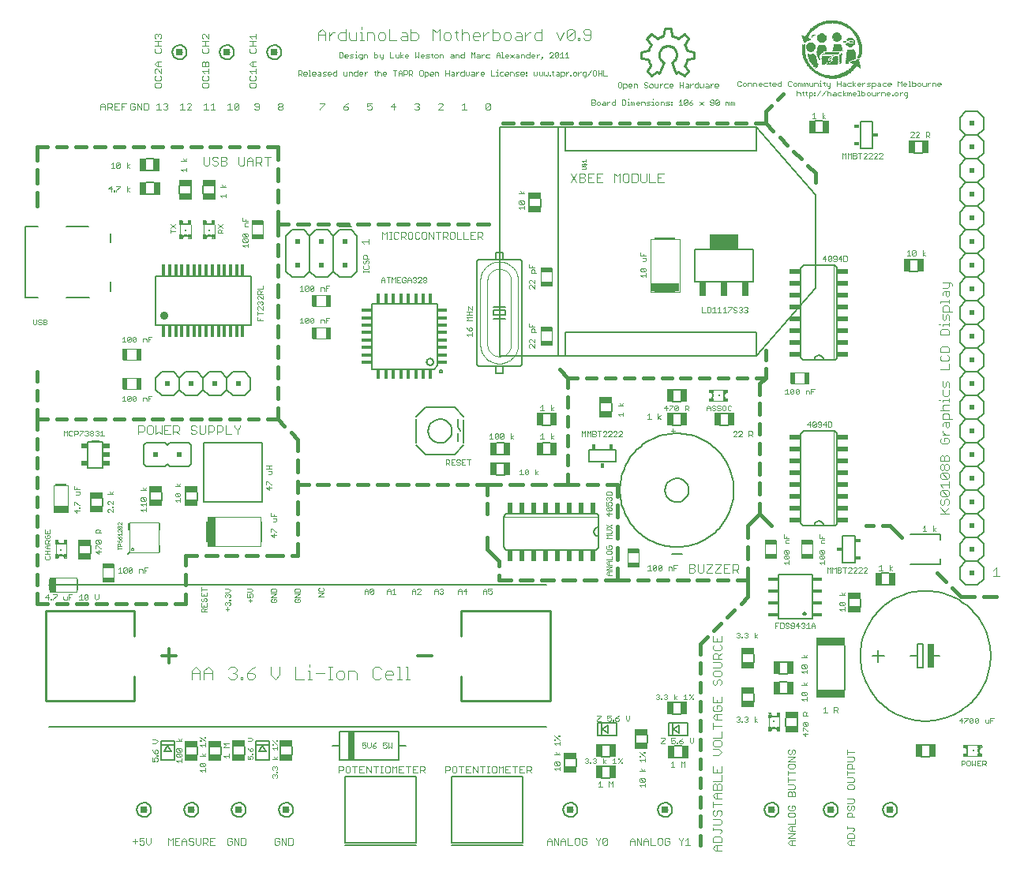
<source format=gto>
G75*
G70*
%OFA0B0*%
%FSLAX24Y24*%
%IPPOS*%
%LPD*%
%AMOC8*
5,1,8,0,0,1.08239X$1,22.5*
%
%ADD10C,0.0160*%
%ADD11C,0.0060*%
%ADD12C,0.0030*%
%ADD13C,0.0020*%
%ADD14C,0.0040*%
%ADD15C,0.0010*%
%ADD16R,0.0360X0.0020*%
%ADD17R,0.0500X0.0020*%
%ADD18R,0.0680X0.0020*%
%ADD19R,0.0800X0.0020*%
%ADD20R,0.0900X0.0020*%
%ADD21R,0.1020X0.0020*%
%ADD22R,0.0420X0.0020*%
%ADD23R,0.0480X0.0020*%
%ADD24R,0.0300X0.0020*%
%ADD25R,0.0460X0.0020*%
%ADD26R,0.0260X0.0020*%
%ADD27R,0.0380X0.0020*%
%ADD28R,0.0220X0.0020*%
%ADD29R,0.0340X0.0020*%
%ADD30R,0.0200X0.0020*%
%ADD31R,0.0320X0.0020*%
%ADD32R,0.0180X0.0020*%
%ADD33R,0.0280X0.0020*%
%ADD34R,0.0160X0.0020*%
%ADD35R,0.0140X0.0020*%
%ADD36R,0.0240X0.0020*%
%ADD37R,0.0020X0.0020*%
%ADD38R,0.0080X0.0020*%
%ADD39R,0.0060X0.0020*%
%ADD40R,0.0100X0.0020*%
%ADD41R,0.0120X0.0020*%
%ADD42R,0.0040X0.0020*%
%ADD43R,0.0400X0.0020*%
%ADD44R,0.0580X0.0020*%
%ADD45R,0.0600X0.0020*%
%ADD46R,0.0520X0.0020*%
%ADD47R,0.0920X0.0020*%
%ADD48C,0.0080*%
%ADD49R,0.0256X0.0197*%
%ADD50C,0.0050*%
%ADD51R,0.0200X0.0450*%
%ADD52R,0.0512X0.0197*%
%ADD53R,0.0390X0.0180*%
%ADD54R,0.0180X0.0390*%
%ADD55R,0.0472X0.0079*%
%ADD56R,0.0591X0.0256*%
%ADD57R,0.0551X0.0256*%
%ADD58R,0.0128X0.0197*%
%ADD59R,0.0059X0.0098*%
%ADD60R,0.0157X0.0069*%
%ADD61R,0.0079X0.0079*%
%ADD62R,0.0118X0.0118*%
%ADD63R,0.0128X0.0030*%
%ADD64R,0.0079X0.0472*%
%ADD65R,0.0256X0.0591*%
%ADD66C,0.0012*%
%ADD67R,0.0079X0.0866*%
%ADD68R,0.0374X0.1220*%
%ADD69R,0.0140X0.0510*%
%ADD70C,0.0348*%
%ADD71R,0.0197X0.0512*%
%ADD72R,0.0256X0.0551*%
%ADD73R,0.0200X0.0200*%
%ADD74R,0.0230X0.0180*%
%ADD75R,0.0197X0.0128*%
%ADD76R,0.0098X0.0059*%
%ADD77R,0.0069X0.0157*%
%ADD78R,0.0030X0.0128*%
%ADD79R,0.0260X0.0260*%
%ADD80C,0.0000*%
%ADD81R,0.0400X0.0140*%
%ADD82R,0.0180X0.0230*%
%ADD83R,0.0450X0.0200*%
%ADD84R,0.0240X0.0240*%
%ADD85R,0.0250X0.1000*%
%ADD86R,0.1221X0.0335*%
%ADD87R,0.1200X0.0600*%
%ADD88R,0.0300X0.0600*%
%ADD89R,0.0866X0.0079*%
%ADD90R,0.1220X0.0374*%
%ADD91C,0.0100*%
%ADD92C,0.0120*%
%ADD93R,0.0079X0.0551*%
%ADD94R,0.0551X0.0079*%
%ADD95R,0.0300X0.1200*%
D10*
X002187Y011381D02*
X002624Y011381D01*
X003018Y011381D02*
X003454Y011381D01*
X003848Y011381D02*
X004285Y011381D01*
X004678Y011381D02*
X005115Y011381D01*
X005509Y011381D02*
X005946Y011381D01*
X006339Y011381D02*
X006776Y011381D01*
X007170Y011381D02*
X007606Y011381D01*
X008000Y011381D02*
X008437Y011381D01*
X008437Y011802D01*
X008437Y012196D02*
X008437Y012616D01*
X008437Y013010D02*
X008437Y013431D01*
X008902Y013431D01*
X009296Y013431D02*
X009761Y013431D01*
X010155Y013431D02*
X010620Y013431D01*
X011013Y013431D02*
X011478Y013431D01*
X011872Y013431D02*
X012337Y013431D01*
X012287Y013431D02*
X012540Y013431D01*
X012934Y013431D02*
X013187Y013431D01*
X013187Y013920D01*
X013187Y014313D02*
X013187Y014802D01*
X013187Y015196D02*
X013187Y015684D01*
X013187Y016078D02*
X013187Y016566D01*
X013187Y016431D02*
X013633Y016431D01*
X014026Y016431D02*
X014472Y016431D01*
X014866Y016431D02*
X015311Y016431D01*
X015705Y016431D02*
X016151Y016431D01*
X016545Y016431D02*
X016990Y016431D01*
X017384Y016431D02*
X017830Y016431D01*
X018223Y016431D02*
X018669Y016431D01*
X019063Y016431D02*
X019508Y016431D01*
X019902Y016431D02*
X020348Y016431D01*
X020741Y016431D02*
X021187Y016431D01*
X021187Y016003D01*
X021187Y015609D02*
X021187Y015181D01*
X021187Y014181D02*
X021187Y013681D01*
X021687Y013181D01*
X021687Y012978D01*
X021687Y012584D02*
X021687Y012381D01*
X022192Y012381D01*
X022586Y012381D02*
X023091Y012381D01*
X023485Y012381D02*
X023990Y012381D01*
X024384Y012381D02*
X024889Y012381D01*
X025283Y012381D02*
X025788Y012381D01*
X026182Y012381D02*
X026687Y012381D01*
X027135Y012381D01*
X027529Y012381D02*
X027977Y012381D01*
X028371Y012381D02*
X028819Y012381D01*
X029213Y012381D02*
X029661Y012381D01*
X030055Y012381D02*
X030503Y012381D01*
X030897Y012381D02*
X031345Y012381D01*
X031739Y012381D02*
X032187Y012381D01*
X032187Y012885D01*
X032187Y013279D02*
X032187Y013783D01*
X032187Y014177D02*
X032187Y014681D01*
X032687Y015181D01*
X033187Y014681D01*
X032687Y015181D02*
X032687Y015629D01*
X032687Y016023D02*
X032687Y016471D01*
X032687Y016865D02*
X032687Y017313D01*
X032687Y017707D02*
X032687Y018155D01*
X032687Y018549D02*
X032687Y018997D01*
X032687Y019391D02*
X032687Y019839D01*
X032687Y020233D02*
X032687Y020681D01*
X032937Y020931D01*
X032937Y021309D01*
X032937Y020931D02*
X032536Y020931D01*
X032142Y020931D02*
X031741Y020931D01*
X031347Y020931D02*
X030946Y020931D01*
X030552Y020931D02*
X030151Y020931D01*
X029758Y020931D02*
X029356Y020931D01*
X028963Y020931D02*
X028561Y020931D01*
X028168Y020931D02*
X027767Y020931D01*
X027373Y020931D02*
X026972Y020931D01*
X026578Y020931D02*
X026177Y020931D01*
X025783Y020931D02*
X025382Y020931D01*
X024988Y020931D02*
X024587Y020931D01*
X024237Y021281D01*
X024587Y020931D02*
X024587Y020509D01*
X024587Y020115D02*
X024587Y019693D01*
X024587Y019300D02*
X024587Y018878D01*
X024587Y018484D02*
X024587Y018062D01*
X024587Y017668D02*
X024587Y017247D01*
X024587Y016853D02*
X024587Y016431D01*
X025025Y016431D01*
X025418Y016431D02*
X025856Y016431D01*
X026250Y016431D02*
X026687Y016431D01*
X026687Y015936D01*
X026687Y015542D02*
X026687Y015047D01*
X026687Y014653D02*
X026687Y014158D01*
X026687Y013765D02*
X026687Y013270D01*
X026687Y012876D02*
X026687Y012381D01*
X030187Y009681D02*
X030187Y009266D01*
X030187Y008872D02*
X030187Y008458D01*
X030187Y008064D02*
X030187Y007649D01*
X030187Y007255D02*
X030187Y006841D01*
X030187Y006447D02*
X030187Y006032D01*
X030187Y005638D02*
X030187Y005224D01*
X030187Y004830D02*
X030187Y004415D01*
X030187Y004021D02*
X030187Y003607D01*
X030187Y003213D02*
X030187Y002798D01*
X030187Y002404D02*
X030187Y001990D01*
X030187Y001596D02*
X030187Y001181D01*
X030187Y009681D02*
X030478Y009972D01*
X030757Y010251D02*
X031048Y010542D01*
X031326Y010820D02*
X031618Y011111D01*
X031896Y011390D02*
X032187Y011681D01*
X032187Y012381D01*
X037187Y014681D02*
X037490Y014681D01*
X037884Y014681D02*
X038187Y014681D01*
X038687Y014181D01*
X040187Y012681D02*
X040548Y012320D01*
X040826Y012042D02*
X041187Y011681D01*
X041740Y011681D01*
X042134Y011681D02*
X042687Y011681D01*
X032937Y021703D02*
X032937Y022081D01*
X035037Y029181D02*
X035037Y029581D01*
X034721Y029897D01*
X034443Y030176D02*
X034126Y030492D01*
X033848Y030770D02*
X033532Y031086D01*
X033253Y031365D02*
X032937Y031681D01*
X032510Y031681D01*
X032116Y031681D02*
X031689Y031681D01*
X031295Y031681D02*
X030868Y031681D01*
X030474Y031681D02*
X030047Y031681D01*
X029653Y031681D02*
X029226Y031681D01*
X028832Y031681D02*
X028405Y031681D01*
X028011Y031681D02*
X027584Y031681D01*
X027190Y031681D02*
X026763Y031681D01*
X026370Y031681D02*
X025942Y031681D01*
X025549Y031681D02*
X025121Y031681D01*
X024728Y031681D02*
X024300Y031681D01*
X023907Y031681D02*
X023479Y031681D01*
X023086Y031681D02*
X022659Y031681D01*
X022265Y031681D02*
X021838Y031681D01*
X021237Y027431D02*
X020786Y027431D01*
X020392Y027431D02*
X019941Y027431D01*
X019547Y027431D02*
X019096Y027431D01*
X018702Y027431D02*
X018251Y027431D01*
X017858Y027431D02*
X017406Y027431D01*
X017013Y027431D02*
X016561Y027431D01*
X016168Y027431D02*
X015717Y027431D01*
X015323Y027431D02*
X014872Y027431D01*
X014478Y027431D02*
X014027Y027431D01*
X013633Y027431D02*
X013182Y027431D01*
X012788Y027431D02*
X012337Y027431D01*
X012337Y027948D01*
X012337Y028342D02*
X012337Y028859D01*
X012337Y029253D02*
X012337Y029770D01*
X012337Y030164D02*
X012337Y030681D01*
X011920Y030681D01*
X011526Y030681D02*
X011109Y030681D01*
X010715Y030681D02*
X010298Y030681D01*
X009904Y030681D02*
X009487Y030681D01*
X009093Y030681D02*
X008676Y030681D01*
X008282Y030681D02*
X007865Y030681D01*
X007471Y030681D02*
X007054Y030681D01*
X006660Y030681D02*
X006243Y030681D01*
X005849Y030681D02*
X005432Y030681D01*
X005038Y030681D02*
X004621Y030681D01*
X004227Y030681D02*
X003810Y030681D01*
X003416Y030681D02*
X002999Y030681D01*
X002605Y030681D02*
X002187Y030681D01*
X002187Y030110D01*
X002187Y029716D02*
X002187Y029146D01*
X002187Y028752D02*
X002187Y028181D01*
X002187Y021181D02*
X002187Y020777D01*
X002187Y020383D02*
X002187Y019979D01*
X002187Y019585D02*
X002187Y019181D01*
X002187Y018755D01*
X002187Y018362D02*
X002187Y017936D01*
X002187Y017542D02*
X002187Y017117D01*
X002187Y016723D02*
X002187Y016297D01*
X002187Y015903D02*
X002187Y015478D01*
X002187Y015084D02*
X002187Y014658D01*
X002187Y014265D02*
X002187Y013839D01*
X002187Y013445D02*
X002187Y013020D01*
X002187Y012626D02*
X002187Y012200D01*
X002187Y011807D02*
X002187Y011381D01*
X002187Y019181D02*
X002604Y019181D01*
X002998Y019181D02*
X003415Y019181D01*
X003809Y019181D02*
X004226Y019181D01*
X004620Y019181D02*
X005037Y019181D01*
X005431Y019181D02*
X005849Y019181D01*
X006242Y019181D02*
X006660Y019181D01*
X007053Y019181D02*
X007471Y019181D01*
X007864Y019181D02*
X008282Y019181D01*
X008675Y019181D02*
X009093Y019181D01*
X009486Y019181D02*
X009904Y019181D01*
X010297Y019181D02*
X010715Y019181D01*
X011108Y019181D02*
X011526Y019181D01*
X011919Y019181D02*
X012337Y019181D01*
X012623Y018895D01*
X012901Y018617D02*
X013187Y018331D01*
X013187Y017842D01*
X013187Y017449D02*
X013187Y016960D01*
X012337Y019181D02*
X012337Y019652D01*
X012337Y020045D02*
X012337Y020516D01*
X012337Y020910D02*
X012337Y021380D01*
X012337Y021774D02*
X012337Y022245D01*
X012337Y022638D02*
X012337Y023109D01*
X012337Y023503D02*
X012337Y023973D01*
X012337Y024367D02*
X012337Y024838D01*
X012337Y025232D02*
X012337Y025702D01*
X012337Y026096D02*
X012337Y026567D01*
X012337Y026960D02*
X012337Y027431D01*
X021187Y016431D02*
X021742Y016431D01*
X022136Y016431D02*
X022690Y016431D01*
X023084Y016431D02*
X023639Y016431D01*
X024032Y016431D02*
X024587Y016431D01*
X032937Y031681D02*
X032937Y032181D01*
X033173Y032417D01*
X033451Y032695D02*
X033687Y032931D01*
D11*
X035026Y031781D02*
X035349Y031781D01*
X035349Y031281D02*
X035026Y031281D01*
X039226Y030931D02*
X039549Y030931D01*
X039549Y030431D02*
X039226Y030431D01*
X041137Y030431D02*
X041387Y030181D01*
X041887Y030181D01*
X042137Y030431D01*
X042137Y030931D01*
X041887Y031181D01*
X042137Y031431D01*
X042137Y031931D01*
X041887Y032181D01*
X041387Y032181D01*
X041137Y031931D01*
X041137Y031431D01*
X041387Y031181D01*
X041887Y031181D01*
X041387Y031181D02*
X041137Y030931D01*
X041137Y030431D01*
X041387Y030181D02*
X041137Y029931D01*
X041137Y029431D01*
X041387Y029181D01*
X041887Y029181D01*
X042137Y028931D01*
X042137Y028431D01*
X041887Y028181D01*
X042137Y027931D01*
X042137Y027431D01*
X041887Y027181D01*
X042137Y026931D01*
X042137Y026431D01*
X041887Y026181D01*
X042137Y025931D01*
X042137Y025431D01*
X041887Y025181D01*
X042137Y024931D01*
X042137Y024431D01*
X041887Y024181D01*
X042137Y023931D01*
X042137Y023431D01*
X041887Y023181D01*
X042137Y022931D01*
X042137Y022431D01*
X041887Y022181D01*
X042137Y021931D01*
X042137Y021431D01*
X041887Y021181D01*
X042137Y020931D01*
X042137Y020431D01*
X041887Y020181D01*
X042137Y019931D01*
X042137Y019431D01*
X041887Y019181D01*
X042137Y018931D01*
X042137Y018431D01*
X041887Y018181D01*
X042137Y017931D01*
X042137Y017431D01*
X041887Y017181D01*
X042137Y016931D01*
X042137Y016431D01*
X041887Y016181D01*
X042137Y015931D01*
X042137Y015431D01*
X041887Y015181D01*
X042137Y014931D01*
X042137Y014431D01*
X041887Y014181D01*
X042137Y013931D01*
X042137Y013431D01*
X041887Y013181D01*
X042137Y012931D01*
X042137Y012431D01*
X041887Y012181D01*
X041387Y012181D01*
X041137Y012431D01*
X041137Y012931D01*
X041387Y013181D01*
X041137Y013431D01*
X041137Y013931D01*
X041387Y014181D01*
X041887Y014181D01*
X041387Y014181D02*
X041137Y014431D01*
X041137Y014931D01*
X041387Y015181D01*
X041137Y015431D01*
X041137Y015931D01*
X041387Y016181D01*
X041137Y016431D01*
X041137Y016931D01*
X041387Y017181D01*
X041887Y017181D01*
X041387Y017181D02*
X041137Y017431D01*
X041137Y017931D01*
X041387Y018181D01*
X041137Y018431D01*
X041137Y018931D01*
X041387Y019181D01*
X041137Y019431D01*
X041137Y019931D01*
X041387Y020181D01*
X041887Y020181D01*
X041387Y020181D02*
X041137Y020431D01*
X041137Y020931D01*
X041387Y021181D01*
X041137Y021431D01*
X041137Y021931D01*
X041387Y022181D01*
X041137Y022431D01*
X041137Y022931D01*
X041387Y023181D01*
X041887Y023181D01*
X041387Y023181D02*
X041137Y023431D01*
X041137Y023931D01*
X041387Y024181D01*
X041137Y024431D01*
X041137Y024931D01*
X041387Y025181D01*
X041137Y025431D01*
X041137Y025931D01*
X041387Y026181D01*
X041887Y026181D01*
X041387Y026181D02*
X041137Y026431D01*
X041137Y026931D01*
X041387Y027181D01*
X041137Y027431D01*
X041137Y027931D01*
X041387Y028181D01*
X041137Y028431D01*
X041137Y028931D01*
X041387Y029181D01*
X041887Y029181D02*
X042137Y029431D01*
X042137Y029931D01*
X041887Y030181D01*
X041887Y028181D02*
X041387Y028181D01*
X041387Y027181D02*
X041887Y027181D01*
X041887Y025181D02*
X041387Y025181D01*
X041387Y024181D02*
X041887Y024181D01*
X041887Y022181D02*
X041387Y022181D01*
X041387Y021181D02*
X041887Y021181D01*
X041887Y019181D02*
X041387Y019181D01*
X041387Y018181D02*
X041887Y018181D01*
X041887Y016181D02*
X041387Y016181D01*
X041387Y015181D02*
X041887Y015181D01*
X041887Y013181D02*
X041387Y013181D01*
X038149Y012681D02*
X037826Y012681D01*
X037826Y012181D02*
X038149Y012181D01*
X036937Y011592D02*
X036937Y011270D01*
X036437Y011270D02*
X036437Y011592D01*
X034897Y010751D02*
X033477Y010751D01*
X033477Y012611D01*
X034897Y012611D01*
X034897Y010751D01*
X035107Y009621D02*
X035107Y007751D01*
X036267Y007751D02*
X036267Y009621D01*
X037437Y009181D02*
X037937Y009181D01*
X037687Y008931D02*
X037687Y009431D01*
X039037Y009181D02*
X039237Y009181D01*
X039337Y009181D01*
X039337Y009681D01*
X039587Y009681D01*
X039587Y008681D01*
X039337Y008681D01*
X039337Y009181D01*
X036937Y009181D02*
X036940Y009316D01*
X036950Y009451D01*
X036967Y009585D01*
X036990Y009717D01*
X037019Y009849D01*
X037055Y009979D01*
X037098Y010107D01*
X037146Y010233D01*
X037201Y010357D01*
X037262Y010477D01*
X037328Y010595D01*
X037400Y010709D01*
X037478Y010819D01*
X037561Y010926D01*
X037649Y011028D01*
X037742Y011126D01*
X037840Y011219D01*
X037942Y011307D01*
X038049Y011390D01*
X038159Y011468D01*
X038273Y011540D01*
X038391Y011606D01*
X038511Y011667D01*
X038635Y011722D01*
X038761Y011770D01*
X038889Y011813D01*
X039019Y011849D01*
X039151Y011878D01*
X039283Y011901D01*
X039417Y011918D01*
X039552Y011928D01*
X039687Y011931D01*
X039822Y011928D01*
X039957Y011918D01*
X040091Y011901D01*
X040223Y011878D01*
X040355Y011849D01*
X040485Y011813D01*
X040613Y011770D01*
X040739Y011722D01*
X040863Y011667D01*
X040983Y011606D01*
X041101Y011540D01*
X041215Y011468D01*
X041325Y011390D01*
X041432Y011307D01*
X041534Y011219D01*
X041632Y011126D01*
X041725Y011028D01*
X041813Y010926D01*
X041896Y010819D01*
X041974Y010709D01*
X042046Y010595D01*
X042112Y010477D01*
X042173Y010357D01*
X042228Y010233D01*
X042276Y010107D01*
X042319Y009979D01*
X042355Y009849D01*
X042384Y009717D01*
X042407Y009585D01*
X042424Y009451D01*
X042434Y009316D01*
X042437Y009181D01*
X042434Y009046D01*
X042424Y008911D01*
X042407Y008777D01*
X042384Y008645D01*
X042355Y008513D01*
X042319Y008383D01*
X042276Y008255D01*
X042228Y008129D01*
X042173Y008005D01*
X042112Y007885D01*
X042046Y007767D01*
X041974Y007653D01*
X041896Y007543D01*
X041813Y007436D01*
X041725Y007334D01*
X041632Y007236D01*
X041534Y007143D01*
X041432Y007055D01*
X041325Y006972D01*
X041215Y006894D01*
X041101Y006822D01*
X040983Y006756D01*
X040863Y006695D01*
X040739Y006640D01*
X040613Y006592D01*
X040485Y006549D01*
X040355Y006513D01*
X040223Y006484D01*
X040091Y006461D01*
X039957Y006444D01*
X039822Y006434D01*
X039687Y006431D01*
X039552Y006434D01*
X039417Y006444D01*
X039283Y006461D01*
X039151Y006484D01*
X039019Y006513D01*
X038889Y006549D01*
X038761Y006592D01*
X038635Y006640D01*
X038511Y006695D01*
X038391Y006756D01*
X038273Y006822D01*
X038159Y006894D01*
X038049Y006972D01*
X037942Y007055D01*
X037840Y007143D01*
X037742Y007236D01*
X037649Y007334D01*
X037561Y007436D01*
X037478Y007543D01*
X037400Y007653D01*
X037328Y007767D01*
X037262Y007885D01*
X037201Y008005D01*
X037146Y008129D01*
X037098Y008255D01*
X037055Y008383D01*
X037019Y008513D01*
X036990Y008645D01*
X036967Y008777D01*
X036950Y008911D01*
X036940Y009046D01*
X036937Y009181D01*
X039937Y009181D02*
X040137Y009181D01*
X040087Y009181D02*
X040287Y009181D01*
X039849Y005431D02*
X039526Y005431D01*
X039526Y004931D02*
X039849Y004931D01*
X037887Y002681D02*
X037889Y002715D01*
X037895Y002749D01*
X037904Y002782D01*
X037918Y002813D01*
X037935Y002843D01*
X037955Y002871D01*
X037978Y002896D01*
X038004Y002919D01*
X038032Y002938D01*
X038062Y002954D01*
X038094Y002966D01*
X038127Y002975D01*
X038161Y002980D01*
X038196Y002981D01*
X038230Y002978D01*
X038263Y002971D01*
X038296Y002961D01*
X038327Y002946D01*
X038356Y002929D01*
X038383Y002908D01*
X038408Y002884D01*
X038430Y002857D01*
X038448Y002829D01*
X038463Y002798D01*
X038475Y002766D01*
X038483Y002732D01*
X038487Y002698D01*
X038487Y002664D01*
X038483Y002630D01*
X038475Y002596D01*
X038463Y002564D01*
X038448Y002533D01*
X038430Y002505D01*
X038408Y002478D01*
X038383Y002454D01*
X038356Y002433D01*
X038327Y002416D01*
X038296Y002401D01*
X038263Y002391D01*
X038230Y002384D01*
X038196Y002381D01*
X038161Y002382D01*
X038127Y002387D01*
X038094Y002396D01*
X038062Y002408D01*
X038032Y002424D01*
X038004Y002443D01*
X037978Y002466D01*
X037955Y002491D01*
X037935Y002519D01*
X037918Y002549D01*
X037904Y002580D01*
X037895Y002613D01*
X037889Y002647D01*
X037887Y002681D01*
X035387Y002681D02*
X035389Y002715D01*
X035395Y002749D01*
X035404Y002782D01*
X035418Y002813D01*
X035435Y002843D01*
X035455Y002871D01*
X035478Y002896D01*
X035504Y002919D01*
X035532Y002938D01*
X035562Y002954D01*
X035594Y002966D01*
X035627Y002975D01*
X035661Y002980D01*
X035696Y002981D01*
X035730Y002978D01*
X035763Y002971D01*
X035796Y002961D01*
X035827Y002946D01*
X035856Y002929D01*
X035883Y002908D01*
X035908Y002884D01*
X035930Y002857D01*
X035948Y002829D01*
X035963Y002798D01*
X035975Y002766D01*
X035983Y002732D01*
X035987Y002698D01*
X035987Y002664D01*
X035983Y002630D01*
X035975Y002596D01*
X035963Y002564D01*
X035948Y002533D01*
X035930Y002505D01*
X035908Y002478D01*
X035883Y002454D01*
X035856Y002433D01*
X035827Y002416D01*
X035796Y002401D01*
X035763Y002391D01*
X035730Y002384D01*
X035696Y002381D01*
X035661Y002382D01*
X035627Y002387D01*
X035594Y002396D01*
X035562Y002408D01*
X035532Y002424D01*
X035504Y002443D01*
X035478Y002466D01*
X035455Y002491D01*
X035435Y002519D01*
X035418Y002549D01*
X035404Y002580D01*
X035395Y002613D01*
X035389Y002647D01*
X035387Y002681D01*
X032887Y002681D02*
X032889Y002715D01*
X032895Y002749D01*
X032904Y002782D01*
X032918Y002813D01*
X032935Y002843D01*
X032955Y002871D01*
X032978Y002896D01*
X033004Y002919D01*
X033032Y002938D01*
X033062Y002954D01*
X033094Y002966D01*
X033127Y002975D01*
X033161Y002980D01*
X033196Y002981D01*
X033230Y002978D01*
X033263Y002971D01*
X033296Y002961D01*
X033327Y002946D01*
X033356Y002929D01*
X033383Y002908D01*
X033408Y002884D01*
X033430Y002857D01*
X033448Y002829D01*
X033463Y002798D01*
X033475Y002766D01*
X033483Y002732D01*
X033487Y002698D01*
X033487Y002664D01*
X033483Y002630D01*
X033475Y002596D01*
X033463Y002564D01*
X033448Y002533D01*
X033430Y002505D01*
X033408Y002478D01*
X033383Y002454D01*
X033356Y002433D01*
X033327Y002416D01*
X033296Y002401D01*
X033263Y002391D01*
X033230Y002384D01*
X033196Y002381D01*
X033161Y002382D01*
X033127Y002387D01*
X033094Y002396D01*
X033062Y002408D01*
X033032Y002424D01*
X033004Y002443D01*
X032978Y002466D01*
X032955Y002491D01*
X032935Y002519D01*
X032918Y002549D01*
X032904Y002580D01*
X032895Y002613D01*
X032889Y002647D01*
X032887Y002681D01*
X029399Y004881D02*
X029076Y004881D01*
X029076Y005381D02*
X029399Y005381D01*
X029631Y005805D02*
X028843Y005805D01*
X028843Y006357D01*
X029631Y006357D01*
X029631Y005805D01*
X029276Y005923D02*
X029040Y006081D01*
X029276Y006238D01*
X029276Y005923D01*
X029349Y006731D02*
X029026Y006731D01*
X029026Y007231D02*
X029349Y007231D01*
X027937Y005842D02*
X027937Y005520D01*
X027437Y005520D02*
X027437Y005842D01*
X026631Y005805D02*
X026631Y006357D01*
X025843Y006357D01*
X025843Y005805D01*
X026631Y005805D01*
X026276Y005923D02*
X026040Y006081D01*
X026276Y006238D01*
X026276Y005923D01*
X026349Y005431D02*
X026026Y005431D01*
X026026Y004931D02*
X026349Y004931D01*
X026349Y004531D02*
X026026Y004531D01*
X026026Y004031D02*
X026349Y004031D01*
X024937Y004520D02*
X024937Y004842D01*
X024437Y004842D02*
X024437Y004520D01*
X024387Y002681D02*
X024389Y002715D01*
X024395Y002749D01*
X024404Y002782D01*
X024418Y002813D01*
X024435Y002843D01*
X024455Y002871D01*
X024478Y002896D01*
X024504Y002919D01*
X024532Y002938D01*
X024562Y002954D01*
X024594Y002966D01*
X024627Y002975D01*
X024661Y002980D01*
X024696Y002981D01*
X024730Y002978D01*
X024763Y002971D01*
X024796Y002961D01*
X024827Y002946D01*
X024856Y002929D01*
X024883Y002908D01*
X024908Y002884D01*
X024930Y002857D01*
X024948Y002829D01*
X024963Y002798D01*
X024975Y002766D01*
X024983Y002732D01*
X024987Y002698D01*
X024987Y002664D01*
X024983Y002630D01*
X024975Y002596D01*
X024963Y002564D01*
X024948Y002533D01*
X024930Y002505D01*
X024908Y002478D01*
X024883Y002454D01*
X024856Y002433D01*
X024827Y002416D01*
X024796Y002401D01*
X024763Y002391D01*
X024730Y002384D01*
X024696Y002381D01*
X024661Y002382D01*
X024627Y002387D01*
X024594Y002396D01*
X024562Y002408D01*
X024532Y002424D01*
X024504Y002443D01*
X024478Y002466D01*
X024455Y002491D01*
X024435Y002519D01*
X024418Y002549D01*
X024404Y002580D01*
X024395Y002613D01*
X024389Y002647D01*
X024387Y002681D01*
X028387Y002681D02*
X028389Y002715D01*
X028395Y002749D01*
X028404Y002782D01*
X028418Y002813D01*
X028435Y002843D01*
X028455Y002871D01*
X028478Y002896D01*
X028504Y002919D01*
X028532Y002938D01*
X028562Y002954D01*
X028594Y002966D01*
X028627Y002975D01*
X028661Y002980D01*
X028696Y002981D01*
X028730Y002978D01*
X028763Y002971D01*
X028796Y002961D01*
X028827Y002946D01*
X028856Y002929D01*
X028883Y002908D01*
X028908Y002884D01*
X028930Y002857D01*
X028948Y002829D01*
X028963Y002798D01*
X028975Y002766D01*
X028983Y002732D01*
X028987Y002698D01*
X028987Y002664D01*
X028983Y002630D01*
X028975Y002596D01*
X028963Y002564D01*
X028948Y002533D01*
X028930Y002505D01*
X028908Y002478D01*
X028883Y002454D01*
X028856Y002433D01*
X028827Y002416D01*
X028796Y002401D01*
X028763Y002391D01*
X028730Y002384D01*
X028696Y002381D01*
X028661Y002382D01*
X028627Y002387D01*
X028594Y002396D01*
X028562Y002408D01*
X028532Y002424D01*
X028504Y002443D01*
X028478Y002466D01*
X028455Y002491D01*
X028435Y002519D01*
X028418Y002549D01*
X028404Y002580D01*
X028395Y002613D01*
X028389Y002647D01*
X028387Y002681D01*
X031937Y007270D02*
X031937Y007592D01*
X032437Y007592D02*
X032437Y007270D01*
X033526Y007581D02*
X033849Y007581D01*
X033849Y008081D02*
X033526Y008081D01*
X033526Y008431D02*
X033849Y008431D01*
X033849Y008931D02*
X033526Y008931D01*
X032437Y008920D02*
X032437Y009242D01*
X031937Y009242D02*
X031937Y008920D01*
X033787Y006542D02*
X033787Y006220D01*
X034287Y006220D02*
X034287Y006542D01*
X029394Y013481D02*
X028967Y013481D01*
X028687Y016181D02*
X028689Y016225D01*
X028695Y016269D01*
X028705Y016312D01*
X028718Y016354D01*
X028735Y016395D01*
X028756Y016434D01*
X028780Y016471D01*
X028807Y016506D01*
X028837Y016538D01*
X028870Y016568D01*
X028906Y016594D01*
X028943Y016618D01*
X028983Y016637D01*
X029024Y016654D01*
X029067Y016666D01*
X029110Y016675D01*
X029154Y016680D01*
X029198Y016681D01*
X029242Y016678D01*
X029286Y016671D01*
X029329Y016660D01*
X029371Y016646D01*
X029411Y016628D01*
X029450Y016606D01*
X029486Y016582D01*
X029520Y016554D01*
X029552Y016523D01*
X029581Y016489D01*
X029607Y016453D01*
X029629Y016415D01*
X029648Y016375D01*
X029663Y016333D01*
X029675Y016291D01*
X029683Y016247D01*
X029687Y016203D01*
X029687Y016159D01*
X029683Y016115D01*
X029675Y016071D01*
X029663Y016029D01*
X029648Y015987D01*
X029629Y015947D01*
X029607Y015909D01*
X029581Y015873D01*
X029552Y015839D01*
X029520Y015808D01*
X029486Y015780D01*
X029450Y015756D01*
X029411Y015734D01*
X029371Y015716D01*
X029329Y015702D01*
X029286Y015691D01*
X029242Y015684D01*
X029198Y015681D01*
X029154Y015682D01*
X029110Y015687D01*
X029067Y015696D01*
X029024Y015708D01*
X028983Y015725D01*
X028943Y015744D01*
X028906Y015768D01*
X028870Y015794D01*
X028837Y015824D01*
X028807Y015856D01*
X028780Y015891D01*
X028756Y015928D01*
X028735Y015967D01*
X028718Y016008D01*
X028705Y016050D01*
X028695Y016093D01*
X028689Y016137D01*
X028687Y016181D01*
X026787Y016181D02*
X026790Y016299D01*
X026799Y016416D01*
X026813Y016533D01*
X026833Y016649D01*
X026859Y016764D01*
X026890Y016878D01*
X026927Y016990D01*
X026970Y017099D01*
X027017Y017207D01*
X027070Y017312D01*
X027128Y017415D01*
X027191Y017514D01*
X027259Y017611D01*
X027332Y017704D01*
X027409Y017793D01*
X027490Y017878D01*
X027575Y017959D01*
X027664Y018036D01*
X027757Y018109D01*
X027854Y018177D01*
X027953Y018240D01*
X028056Y018298D01*
X028161Y018351D01*
X028269Y018398D01*
X028378Y018441D01*
X028490Y018478D01*
X028604Y018509D01*
X028719Y018535D01*
X028835Y018555D01*
X028952Y018569D01*
X029069Y018578D01*
X029187Y018581D01*
X029305Y018578D01*
X029422Y018569D01*
X029539Y018555D01*
X029655Y018535D01*
X029770Y018509D01*
X029884Y018478D01*
X029996Y018441D01*
X030105Y018398D01*
X030213Y018351D01*
X030318Y018298D01*
X030421Y018240D01*
X030520Y018177D01*
X030617Y018109D01*
X030710Y018036D01*
X030799Y017959D01*
X030884Y017878D01*
X030965Y017793D01*
X031042Y017704D01*
X031115Y017611D01*
X031183Y017514D01*
X031246Y017415D01*
X031304Y017312D01*
X031357Y017207D01*
X031404Y017099D01*
X031447Y016990D01*
X031484Y016878D01*
X031515Y016764D01*
X031541Y016649D01*
X031561Y016533D01*
X031575Y016416D01*
X031584Y016299D01*
X031587Y016181D01*
X031584Y016063D01*
X031575Y015946D01*
X031561Y015829D01*
X031541Y015713D01*
X031515Y015598D01*
X031484Y015484D01*
X031447Y015372D01*
X031404Y015263D01*
X031357Y015155D01*
X031304Y015050D01*
X031246Y014947D01*
X031183Y014848D01*
X031115Y014751D01*
X031042Y014658D01*
X030965Y014569D01*
X030884Y014484D01*
X030799Y014403D01*
X030710Y014326D01*
X030617Y014253D01*
X030520Y014185D01*
X030421Y014122D01*
X030318Y014064D01*
X030213Y014011D01*
X030105Y013964D01*
X029996Y013921D01*
X029884Y013884D01*
X029770Y013853D01*
X029655Y013827D01*
X029539Y013807D01*
X029422Y013793D01*
X029305Y013784D01*
X029187Y013781D01*
X029069Y013784D01*
X028952Y013793D01*
X028835Y013807D01*
X028719Y013827D01*
X028604Y013853D01*
X028490Y013884D01*
X028378Y013921D01*
X028269Y013964D01*
X028161Y014011D01*
X028056Y014064D01*
X027953Y014122D01*
X027854Y014185D01*
X027757Y014253D01*
X027664Y014326D01*
X027575Y014403D01*
X027490Y014484D01*
X027409Y014569D01*
X027332Y014658D01*
X027259Y014751D01*
X027191Y014848D01*
X027128Y014947D01*
X027070Y015050D01*
X027017Y015155D01*
X026970Y015263D01*
X026927Y015372D01*
X026890Y015484D01*
X026859Y015598D01*
X026833Y015713D01*
X026813Y015829D01*
X026799Y015946D01*
X026790Y016063D01*
X026787Y016181D01*
X025737Y015201D02*
X022037Y015201D01*
X022014Y015199D01*
X021991Y015194D01*
X021969Y015185D01*
X021949Y015172D01*
X021931Y015157D01*
X021916Y015139D01*
X021903Y015119D01*
X021894Y015097D01*
X021889Y015074D01*
X021887Y015051D01*
X021887Y013811D01*
X021889Y013788D01*
X021894Y013765D01*
X021903Y013743D01*
X021916Y013723D01*
X021931Y013705D01*
X021949Y013690D01*
X021969Y013677D01*
X021991Y013668D01*
X022014Y013663D01*
X022037Y013661D01*
X025737Y013661D01*
X025760Y013663D01*
X025783Y013668D01*
X025805Y013677D01*
X025825Y013690D01*
X025843Y013705D01*
X025858Y013723D01*
X025871Y013743D01*
X025880Y013765D01*
X025885Y013788D01*
X025887Y013811D01*
X025887Y014231D01*
X025887Y014631D01*
X025887Y015051D01*
X025885Y015074D01*
X025880Y015097D01*
X025871Y015119D01*
X025858Y015139D01*
X025843Y015157D01*
X025825Y015172D01*
X025805Y015185D01*
X025783Y015194D01*
X025760Y015199D01*
X025737Y015201D01*
X025887Y014631D02*
X025860Y014629D01*
X025833Y014624D01*
X025807Y014614D01*
X025783Y014602D01*
X025761Y014586D01*
X025741Y014568D01*
X025724Y014546D01*
X025709Y014523D01*
X025699Y014498D01*
X025691Y014472D01*
X025687Y014445D01*
X025687Y014417D01*
X025691Y014390D01*
X025699Y014364D01*
X025709Y014339D01*
X025724Y014316D01*
X025741Y014294D01*
X025761Y014276D01*
X025783Y014260D01*
X025807Y014248D01*
X025833Y014238D01*
X025860Y014233D01*
X025887Y014231D01*
X023849Y017681D02*
X023526Y017681D01*
X023526Y018181D02*
X023849Y018181D01*
X023849Y018931D02*
X023526Y018931D01*
X023526Y019431D02*
X023849Y019431D01*
X025937Y019520D02*
X025937Y019842D01*
X026437Y019842D02*
X026437Y019520D01*
X029026Y019431D02*
X029349Y019431D01*
X029349Y019931D02*
X029026Y019931D01*
X029026Y020431D02*
X029349Y020431D01*
X029349Y018931D02*
X029026Y018931D01*
X031026Y018931D02*
X031349Y018931D01*
X031349Y019431D02*
X031026Y019431D01*
X034417Y018531D02*
X034417Y014831D01*
X034419Y014808D01*
X034424Y014785D01*
X034433Y014763D01*
X034446Y014743D01*
X034461Y014725D01*
X034479Y014710D01*
X034499Y014697D01*
X034521Y014688D01*
X034544Y014683D01*
X034567Y014681D01*
X034987Y014681D01*
X035387Y014681D01*
X035807Y014681D01*
X035830Y014683D01*
X035853Y014688D01*
X035875Y014697D01*
X035895Y014710D01*
X035913Y014725D01*
X035928Y014743D01*
X035941Y014763D01*
X035950Y014785D01*
X035955Y014808D01*
X035957Y014831D01*
X035957Y018531D01*
X035955Y018554D01*
X035950Y018577D01*
X035941Y018599D01*
X035928Y018619D01*
X035913Y018637D01*
X035895Y018652D01*
X035875Y018665D01*
X035853Y018674D01*
X035830Y018679D01*
X035807Y018681D01*
X034567Y018681D01*
X034544Y018679D01*
X034521Y018674D01*
X034499Y018665D01*
X034479Y018652D01*
X034461Y018637D01*
X034446Y018619D01*
X034433Y018599D01*
X034424Y018577D01*
X034419Y018554D01*
X034417Y018531D01*
X034567Y021681D02*
X034987Y021681D01*
X035387Y021681D01*
X035807Y021681D01*
X035830Y021683D01*
X035853Y021688D01*
X035875Y021697D01*
X035895Y021710D01*
X035913Y021725D01*
X035928Y021743D01*
X035941Y021763D01*
X035950Y021785D01*
X035955Y021808D01*
X035957Y021831D01*
X035957Y025531D01*
X035955Y025554D01*
X035950Y025577D01*
X035941Y025599D01*
X035928Y025619D01*
X035913Y025637D01*
X035895Y025652D01*
X035875Y025665D01*
X035853Y025674D01*
X035830Y025679D01*
X035807Y025681D01*
X034567Y025681D01*
X034544Y025679D01*
X034521Y025674D01*
X034499Y025665D01*
X034479Y025652D01*
X034461Y025637D01*
X034446Y025619D01*
X034433Y025599D01*
X034424Y025577D01*
X034419Y025554D01*
X034417Y025531D01*
X034417Y021831D01*
X034419Y021808D01*
X034424Y021785D01*
X034433Y021763D01*
X034446Y021743D01*
X034461Y021725D01*
X034479Y021710D01*
X034499Y021697D01*
X034521Y021688D01*
X034544Y021683D01*
X034567Y021681D01*
X034987Y021681D02*
X034989Y021708D01*
X034994Y021735D01*
X035004Y021761D01*
X035016Y021785D01*
X035032Y021807D01*
X035050Y021827D01*
X035072Y021844D01*
X035095Y021859D01*
X035120Y021869D01*
X035146Y021877D01*
X035173Y021881D01*
X035201Y021881D01*
X035228Y021877D01*
X035254Y021869D01*
X035279Y021859D01*
X035302Y021844D01*
X035324Y021827D01*
X035342Y021807D01*
X035358Y021785D01*
X035370Y021761D01*
X035380Y021735D01*
X035385Y021708D01*
X035387Y021681D01*
X032417Y025000D02*
X029957Y025000D01*
X029957Y026362D01*
X032417Y026362D01*
X032417Y025000D01*
X039026Y025431D02*
X039349Y025431D01*
X039349Y025931D02*
X039026Y025931D01*
X035387Y014681D02*
X035385Y014708D01*
X035380Y014735D01*
X035370Y014761D01*
X035358Y014785D01*
X035342Y014807D01*
X035324Y014827D01*
X035302Y014844D01*
X035279Y014859D01*
X035254Y014869D01*
X035228Y014877D01*
X035201Y014881D01*
X035173Y014881D01*
X035146Y014877D01*
X035120Y014869D01*
X035095Y014859D01*
X035072Y014844D01*
X035050Y014827D01*
X035032Y014807D01*
X035016Y014785D01*
X035004Y014761D01*
X034994Y014735D01*
X034989Y014708D01*
X034987Y014681D01*
X022637Y021531D02*
X022637Y025831D01*
X022635Y025848D01*
X022631Y025865D01*
X022624Y025881D01*
X022614Y025895D01*
X022601Y025908D01*
X022587Y025918D01*
X022571Y025925D01*
X022554Y025929D01*
X022537Y025931D01*
X022137Y025931D01*
X021237Y025931D01*
X020837Y025931D01*
X020820Y025929D01*
X020803Y025925D01*
X020787Y025918D01*
X020773Y025908D01*
X020760Y025895D01*
X020750Y025881D01*
X020743Y025865D01*
X020739Y025848D01*
X020737Y025831D01*
X020737Y021531D01*
X020739Y021514D01*
X020743Y021497D01*
X020750Y021481D01*
X020760Y021467D01*
X020773Y021454D01*
X020787Y021444D01*
X020803Y021437D01*
X020820Y021433D01*
X020837Y021431D01*
X021237Y021431D01*
X021537Y021431D01*
X021537Y021131D01*
X021837Y021131D01*
X021837Y021431D01*
X021537Y021431D01*
X021837Y021431D02*
X022137Y021431D01*
X022537Y021431D01*
X022554Y021433D01*
X022571Y021437D01*
X022587Y021444D01*
X022601Y021454D01*
X022614Y021467D01*
X022624Y021481D01*
X022631Y021497D01*
X022635Y021514D01*
X022637Y021531D01*
X021937Y023431D02*
X021687Y023431D01*
X021437Y023431D01*
X021437Y023581D02*
X021937Y023581D01*
X021937Y023781D01*
X021437Y023781D01*
X021437Y023581D01*
X021437Y023931D02*
X021687Y023931D01*
X021937Y023931D01*
X021837Y025931D02*
X021837Y026231D01*
X021537Y026231D01*
X021537Y025931D01*
X022937Y028170D02*
X022937Y028492D01*
X023437Y028492D02*
X023437Y028170D01*
X019067Y024061D02*
X019067Y021441D01*
X018927Y021301D01*
X016307Y021301D01*
X016307Y024061D01*
X019067Y024061D01*
X018626Y021601D02*
X018628Y021624D01*
X018634Y021647D01*
X018643Y021668D01*
X018656Y021688D01*
X018672Y021705D01*
X018690Y021719D01*
X018710Y021730D01*
X018732Y021738D01*
X018755Y021742D01*
X018779Y021742D01*
X018802Y021738D01*
X018824Y021730D01*
X018844Y021719D01*
X018862Y021705D01*
X018878Y021688D01*
X018891Y021668D01*
X018900Y021647D01*
X018906Y021624D01*
X018908Y021601D01*
X018906Y021578D01*
X018900Y021555D01*
X018891Y021534D01*
X018878Y021514D01*
X018862Y021497D01*
X018844Y021483D01*
X018824Y021472D01*
X018802Y021464D01*
X018779Y021460D01*
X018755Y021460D01*
X018732Y021464D01*
X018710Y021472D01*
X018690Y021483D01*
X018672Y021497D01*
X018656Y021514D01*
X018643Y021534D01*
X018634Y021555D01*
X018628Y021578D01*
X018626Y021601D01*
X019167Y021268D02*
X019274Y021268D01*
X019274Y021161D01*
X019167Y021161D01*
X019167Y021268D01*
X021576Y018181D02*
X021899Y018181D01*
X021899Y017681D02*
X021576Y017681D01*
X021576Y017331D02*
X021899Y017331D01*
X021899Y016831D02*
X021576Y016831D01*
X011187Y020431D02*
X010937Y020181D01*
X010437Y020181D01*
X010187Y020431D01*
X009937Y020181D01*
X009437Y020181D01*
X009187Y020431D01*
X009187Y020931D01*
X009437Y021181D01*
X009937Y021181D01*
X010187Y020931D01*
X010437Y021181D01*
X010937Y021181D01*
X011187Y020931D01*
X011187Y020431D01*
X010187Y020431D02*
X010187Y020931D01*
X009187Y020931D02*
X008937Y021181D01*
X008437Y021181D01*
X008187Y020931D01*
X007937Y021181D01*
X007437Y021181D01*
X007187Y020931D01*
X007187Y020431D01*
X007437Y020181D01*
X007937Y020181D01*
X008187Y020431D01*
X008187Y020931D01*
X008187Y020431D02*
X008437Y020181D01*
X008937Y020181D01*
X009187Y020431D01*
X008587Y018181D02*
X007787Y018181D01*
X007687Y018081D01*
X007587Y018181D01*
X006787Y018181D01*
X006687Y018081D01*
X006687Y017281D01*
X006787Y017181D01*
X007587Y017181D01*
X007687Y017281D01*
X007787Y017181D01*
X008587Y017181D01*
X008687Y017281D01*
X008687Y018081D01*
X008587Y018181D01*
X008437Y016092D02*
X008437Y015770D01*
X008937Y015770D02*
X008937Y016092D01*
X007437Y016092D02*
X007437Y015770D01*
X006937Y015770D02*
X006937Y016092D01*
X004937Y015842D02*
X004937Y015520D01*
X004437Y015520D02*
X004437Y015842D01*
X004322Y017130D02*
X004952Y017130D01*
X004952Y018232D01*
X004322Y018232D01*
X004322Y017130D01*
X004437Y013842D02*
X004437Y013520D01*
X003937Y013520D02*
X003937Y013842D01*
X007411Y005575D02*
X007963Y005575D01*
X007963Y004787D01*
X007411Y004787D01*
X007411Y005575D01*
X007687Y005378D02*
X007530Y005142D01*
X007845Y005142D01*
X007687Y005378D01*
X008437Y005342D02*
X008437Y005020D01*
X008937Y005020D02*
X008937Y005342D01*
X009437Y005342D02*
X009437Y005020D01*
X009937Y005020D02*
X009937Y005342D01*
X010437Y005342D02*
X010437Y005020D01*
X010937Y005020D02*
X010937Y005342D01*
X011411Y005575D02*
X011411Y004787D01*
X011963Y004787D01*
X011963Y005575D01*
X011411Y005575D01*
X011687Y005378D02*
X011530Y005142D01*
X011845Y005142D01*
X011687Y005378D01*
X012437Y005342D02*
X012437Y005020D01*
X012937Y005020D02*
X012937Y005342D01*
X014637Y005381D02*
X014937Y005381D01*
X014937Y004781D01*
X017437Y004781D01*
X017437Y005381D01*
X017437Y005981D01*
X014937Y005981D01*
X014937Y005381D01*
X017437Y005381D02*
X017737Y005381D01*
X012387Y002681D02*
X012389Y002715D01*
X012395Y002749D01*
X012404Y002782D01*
X012418Y002813D01*
X012435Y002843D01*
X012455Y002871D01*
X012478Y002896D01*
X012504Y002919D01*
X012532Y002938D01*
X012562Y002954D01*
X012594Y002966D01*
X012627Y002975D01*
X012661Y002980D01*
X012696Y002981D01*
X012730Y002978D01*
X012763Y002971D01*
X012796Y002961D01*
X012827Y002946D01*
X012856Y002929D01*
X012883Y002908D01*
X012908Y002884D01*
X012930Y002857D01*
X012948Y002829D01*
X012963Y002798D01*
X012975Y002766D01*
X012983Y002732D01*
X012987Y002698D01*
X012987Y002664D01*
X012983Y002630D01*
X012975Y002596D01*
X012963Y002564D01*
X012948Y002533D01*
X012930Y002505D01*
X012908Y002478D01*
X012883Y002454D01*
X012856Y002433D01*
X012827Y002416D01*
X012796Y002401D01*
X012763Y002391D01*
X012730Y002384D01*
X012696Y002381D01*
X012661Y002382D01*
X012627Y002387D01*
X012594Y002396D01*
X012562Y002408D01*
X012532Y002424D01*
X012504Y002443D01*
X012478Y002466D01*
X012455Y002491D01*
X012435Y002519D01*
X012418Y002549D01*
X012404Y002580D01*
X012395Y002613D01*
X012389Y002647D01*
X012387Y002681D01*
X010387Y002681D02*
X010389Y002715D01*
X010395Y002749D01*
X010404Y002782D01*
X010418Y002813D01*
X010435Y002843D01*
X010455Y002871D01*
X010478Y002896D01*
X010504Y002919D01*
X010532Y002938D01*
X010562Y002954D01*
X010594Y002966D01*
X010627Y002975D01*
X010661Y002980D01*
X010696Y002981D01*
X010730Y002978D01*
X010763Y002971D01*
X010796Y002961D01*
X010827Y002946D01*
X010856Y002929D01*
X010883Y002908D01*
X010908Y002884D01*
X010930Y002857D01*
X010948Y002829D01*
X010963Y002798D01*
X010975Y002766D01*
X010983Y002732D01*
X010987Y002698D01*
X010987Y002664D01*
X010983Y002630D01*
X010975Y002596D01*
X010963Y002564D01*
X010948Y002533D01*
X010930Y002505D01*
X010908Y002478D01*
X010883Y002454D01*
X010856Y002433D01*
X010827Y002416D01*
X010796Y002401D01*
X010763Y002391D01*
X010730Y002384D01*
X010696Y002381D01*
X010661Y002382D01*
X010627Y002387D01*
X010594Y002396D01*
X010562Y002408D01*
X010532Y002424D01*
X010504Y002443D01*
X010478Y002466D01*
X010455Y002491D01*
X010435Y002519D01*
X010418Y002549D01*
X010404Y002580D01*
X010395Y002613D01*
X010389Y002647D01*
X010387Y002681D01*
X008387Y002681D02*
X008389Y002715D01*
X008395Y002749D01*
X008404Y002782D01*
X008418Y002813D01*
X008435Y002843D01*
X008455Y002871D01*
X008478Y002896D01*
X008504Y002919D01*
X008532Y002938D01*
X008562Y002954D01*
X008594Y002966D01*
X008627Y002975D01*
X008661Y002980D01*
X008696Y002981D01*
X008730Y002978D01*
X008763Y002971D01*
X008796Y002961D01*
X008827Y002946D01*
X008856Y002929D01*
X008883Y002908D01*
X008908Y002884D01*
X008930Y002857D01*
X008948Y002829D01*
X008963Y002798D01*
X008975Y002766D01*
X008983Y002732D01*
X008987Y002698D01*
X008987Y002664D01*
X008983Y002630D01*
X008975Y002596D01*
X008963Y002564D01*
X008948Y002533D01*
X008930Y002505D01*
X008908Y002478D01*
X008883Y002454D01*
X008856Y002433D01*
X008827Y002416D01*
X008796Y002401D01*
X008763Y002391D01*
X008730Y002384D01*
X008696Y002381D01*
X008661Y002382D01*
X008627Y002387D01*
X008594Y002396D01*
X008562Y002408D01*
X008532Y002424D01*
X008504Y002443D01*
X008478Y002466D01*
X008455Y002491D01*
X008435Y002519D01*
X008418Y002549D01*
X008404Y002580D01*
X008395Y002613D01*
X008389Y002647D01*
X008387Y002681D01*
X006387Y002681D02*
X006389Y002715D01*
X006395Y002749D01*
X006404Y002782D01*
X006418Y002813D01*
X006435Y002843D01*
X006455Y002871D01*
X006478Y002896D01*
X006504Y002919D01*
X006532Y002938D01*
X006562Y002954D01*
X006594Y002966D01*
X006627Y002975D01*
X006661Y002980D01*
X006696Y002981D01*
X006730Y002978D01*
X006763Y002971D01*
X006796Y002961D01*
X006827Y002946D01*
X006856Y002929D01*
X006883Y002908D01*
X006908Y002884D01*
X006930Y002857D01*
X006948Y002829D01*
X006963Y002798D01*
X006975Y002766D01*
X006983Y002732D01*
X006987Y002698D01*
X006987Y002664D01*
X006983Y002630D01*
X006975Y002596D01*
X006963Y002564D01*
X006948Y002533D01*
X006930Y002505D01*
X006908Y002478D01*
X006883Y002454D01*
X006856Y002433D01*
X006827Y002416D01*
X006796Y002401D01*
X006763Y002391D01*
X006730Y002384D01*
X006696Y002381D01*
X006661Y002382D01*
X006627Y002387D01*
X006594Y002396D01*
X006562Y002408D01*
X006532Y002424D01*
X006504Y002443D01*
X006478Y002466D01*
X006455Y002491D01*
X006435Y002519D01*
X006418Y002549D01*
X006404Y002580D01*
X006395Y002613D01*
X006389Y002647D01*
X006387Y002681D01*
X006776Y028681D02*
X007099Y028681D01*
X007099Y029181D02*
X006776Y029181D01*
X006776Y029681D02*
X007099Y029681D01*
X007099Y030181D02*
X006776Y030181D01*
X008187Y029042D02*
X008187Y028720D01*
X008687Y028720D02*
X008687Y029042D01*
X009187Y029042D02*
X009187Y028720D01*
X009687Y028720D02*
X009687Y029042D01*
X009887Y034681D02*
X009889Y034715D01*
X009895Y034749D01*
X009904Y034782D01*
X009918Y034813D01*
X009935Y034843D01*
X009955Y034871D01*
X009978Y034896D01*
X010004Y034919D01*
X010032Y034938D01*
X010062Y034954D01*
X010094Y034966D01*
X010127Y034975D01*
X010161Y034980D01*
X010196Y034981D01*
X010230Y034978D01*
X010263Y034971D01*
X010296Y034961D01*
X010327Y034946D01*
X010356Y034929D01*
X010383Y034908D01*
X010408Y034884D01*
X010430Y034857D01*
X010448Y034829D01*
X010463Y034798D01*
X010475Y034766D01*
X010483Y034732D01*
X010487Y034698D01*
X010487Y034664D01*
X010483Y034630D01*
X010475Y034596D01*
X010463Y034564D01*
X010448Y034533D01*
X010430Y034505D01*
X010408Y034478D01*
X010383Y034454D01*
X010356Y034433D01*
X010327Y034416D01*
X010296Y034401D01*
X010263Y034391D01*
X010230Y034384D01*
X010196Y034381D01*
X010161Y034382D01*
X010127Y034387D01*
X010094Y034396D01*
X010062Y034408D01*
X010032Y034424D01*
X010004Y034443D01*
X009978Y034466D01*
X009955Y034491D01*
X009935Y034519D01*
X009918Y034549D01*
X009904Y034580D01*
X009895Y034613D01*
X009889Y034647D01*
X009887Y034681D01*
X007887Y034681D02*
X007889Y034715D01*
X007895Y034749D01*
X007904Y034782D01*
X007918Y034813D01*
X007935Y034843D01*
X007955Y034871D01*
X007978Y034896D01*
X008004Y034919D01*
X008032Y034938D01*
X008062Y034954D01*
X008094Y034966D01*
X008127Y034975D01*
X008161Y034980D01*
X008196Y034981D01*
X008230Y034978D01*
X008263Y034971D01*
X008296Y034961D01*
X008327Y034946D01*
X008356Y034929D01*
X008383Y034908D01*
X008408Y034884D01*
X008430Y034857D01*
X008448Y034829D01*
X008463Y034798D01*
X008475Y034766D01*
X008483Y034732D01*
X008487Y034698D01*
X008487Y034664D01*
X008483Y034630D01*
X008475Y034596D01*
X008463Y034564D01*
X008448Y034533D01*
X008430Y034505D01*
X008408Y034478D01*
X008383Y034454D01*
X008356Y034433D01*
X008327Y034416D01*
X008296Y034401D01*
X008263Y034391D01*
X008230Y034384D01*
X008196Y034381D01*
X008161Y034382D01*
X008127Y034387D01*
X008094Y034396D01*
X008062Y034408D01*
X008032Y034424D01*
X008004Y034443D01*
X007978Y034466D01*
X007955Y034491D01*
X007935Y034519D01*
X007918Y034549D01*
X007904Y034580D01*
X007895Y034613D01*
X007889Y034647D01*
X007887Y034681D01*
X011887Y034681D02*
X011889Y034715D01*
X011895Y034749D01*
X011904Y034782D01*
X011918Y034813D01*
X011935Y034843D01*
X011955Y034871D01*
X011978Y034896D01*
X012004Y034919D01*
X012032Y034938D01*
X012062Y034954D01*
X012094Y034966D01*
X012127Y034975D01*
X012161Y034980D01*
X012196Y034981D01*
X012230Y034978D01*
X012263Y034971D01*
X012296Y034961D01*
X012327Y034946D01*
X012356Y034929D01*
X012383Y034908D01*
X012408Y034884D01*
X012430Y034857D01*
X012448Y034829D01*
X012463Y034798D01*
X012475Y034766D01*
X012483Y034732D01*
X012487Y034698D01*
X012487Y034664D01*
X012483Y034630D01*
X012475Y034596D01*
X012463Y034564D01*
X012448Y034533D01*
X012430Y034505D01*
X012408Y034478D01*
X012383Y034454D01*
X012356Y034433D01*
X012327Y034416D01*
X012296Y034401D01*
X012263Y034391D01*
X012230Y034384D01*
X012196Y034381D01*
X012161Y034382D01*
X012127Y034387D01*
X012094Y034396D01*
X012062Y034408D01*
X012032Y034424D01*
X012004Y034443D01*
X011978Y034466D01*
X011955Y034491D01*
X011935Y034519D01*
X011918Y034549D01*
X011904Y034580D01*
X011895Y034613D01*
X011889Y034647D01*
X011887Y034681D01*
D12*
X006396Y001341D02*
X006202Y001341D01*
X006299Y001438D02*
X006299Y001244D01*
X006497Y001244D02*
X006545Y001196D01*
X006642Y001196D01*
X006690Y001244D01*
X006690Y001341D01*
X006642Y001389D01*
X006593Y001389D01*
X006497Y001341D01*
X006497Y001486D01*
X006690Y001486D01*
X006791Y001486D02*
X006791Y001293D01*
X006888Y001196D01*
X006985Y001293D01*
X006985Y001486D01*
X007702Y001486D02*
X007799Y001389D01*
X007896Y001486D01*
X007896Y001196D01*
X007997Y001196D02*
X008190Y001196D01*
X008291Y001196D02*
X008291Y001389D01*
X008388Y001486D01*
X008485Y001389D01*
X008485Y001196D01*
X008586Y001244D02*
X008634Y001196D01*
X008731Y001196D01*
X008779Y001244D01*
X008779Y001293D01*
X008731Y001341D01*
X008634Y001341D01*
X008586Y001389D01*
X008586Y001438D01*
X008634Y001486D01*
X008731Y001486D01*
X008779Y001438D01*
X008881Y001486D02*
X008881Y001244D01*
X008929Y001196D01*
X009026Y001196D01*
X009074Y001244D01*
X009074Y001486D01*
X009175Y001486D02*
X009320Y001486D01*
X009369Y001438D01*
X009369Y001341D01*
X009320Y001293D01*
X009175Y001293D01*
X009175Y001196D02*
X009175Y001486D01*
X009272Y001293D02*
X009369Y001196D01*
X009470Y001196D02*
X009663Y001196D01*
X009567Y001341D02*
X009470Y001341D01*
X009470Y001486D02*
X009470Y001196D01*
X009470Y001486D02*
X009663Y001486D01*
X010202Y001438D02*
X010202Y001244D01*
X010250Y001196D01*
X010347Y001196D01*
X010396Y001244D01*
X010396Y001341D01*
X010299Y001341D01*
X010396Y001438D02*
X010347Y001486D01*
X010250Y001486D01*
X010202Y001438D01*
X010497Y001486D02*
X010690Y001196D01*
X010690Y001486D01*
X010791Y001486D02*
X010936Y001486D01*
X010985Y001438D01*
X010985Y001244D01*
X010936Y001196D01*
X010791Y001196D01*
X010791Y001486D01*
X010497Y001486D02*
X010497Y001196D01*
X012202Y001244D02*
X012250Y001196D01*
X012347Y001196D01*
X012396Y001244D01*
X012396Y001341D01*
X012299Y001341D01*
X012396Y001438D02*
X012347Y001486D01*
X012250Y001486D01*
X012202Y001438D01*
X012202Y001244D01*
X012497Y001196D02*
X012497Y001486D01*
X012690Y001196D01*
X012690Y001486D01*
X012791Y001486D02*
X012936Y001486D01*
X012985Y001438D01*
X012985Y001244D01*
X012936Y001196D01*
X012791Y001196D01*
X012791Y001486D01*
X014902Y004246D02*
X014902Y004536D01*
X015047Y004536D01*
X015096Y004488D01*
X015096Y004391D01*
X015047Y004343D01*
X014902Y004343D01*
X015197Y004294D02*
X015197Y004488D01*
X015245Y004536D01*
X015342Y004536D01*
X015390Y004488D01*
X015390Y004294D01*
X015342Y004246D01*
X015245Y004246D01*
X015197Y004294D01*
X015491Y004536D02*
X015685Y004536D01*
X015588Y004536D02*
X015588Y004246D01*
X015786Y004246D02*
X015979Y004246D01*
X016081Y004246D02*
X016081Y004536D01*
X016274Y004246D01*
X016274Y004536D01*
X016375Y004536D02*
X016569Y004536D01*
X016472Y004536D02*
X016472Y004246D01*
X016670Y004246D02*
X016767Y004246D01*
X016718Y004246D02*
X016718Y004536D01*
X016670Y004536D02*
X016767Y004536D01*
X016866Y004488D02*
X016866Y004294D01*
X016915Y004246D01*
X017011Y004246D01*
X017060Y004294D01*
X017060Y004488D01*
X017011Y004536D01*
X016915Y004536D01*
X016866Y004488D01*
X017161Y004536D02*
X017258Y004439D01*
X017354Y004536D01*
X017354Y004246D01*
X017456Y004246D02*
X017649Y004246D01*
X017552Y004391D02*
X017456Y004391D01*
X017456Y004536D02*
X017456Y004246D01*
X017456Y004536D02*
X017649Y004536D01*
X017750Y004536D02*
X017944Y004536D01*
X017847Y004536D02*
X017847Y004246D01*
X018045Y004246D02*
X018045Y004536D01*
X018238Y004536D01*
X018340Y004536D02*
X018485Y004536D01*
X018533Y004488D01*
X018533Y004391D01*
X018485Y004343D01*
X018340Y004343D01*
X018436Y004343D02*
X018533Y004246D01*
X018340Y004246D02*
X018340Y004536D01*
X018142Y004391D02*
X018045Y004391D01*
X018045Y004246D02*
X018238Y004246D01*
X017161Y004246D02*
X017161Y004536D01*
X015979Y004536D02*
X015786Y004536D01*
X015786Y004246D01*
X015786Y004391D02*
X015883Y004391D01*
X019402Y004343D02*
X019547Y004343D01*
X019596Y004391D01*
X019596Y004488D01*
X019547Y004536D01*
X019402Y004536D01*
X019402Y004246D01*
X019697Y004294D02*
X019745Y004246D01*
X019842Y004246D01*
X019890Y004294D01*
X019890Y004488D01*
X019842Y004536D01*
X019745Y004536D01*
X019697Y004488D01*
X019697Y004294D01*
X019991Y004536D02*
X020185Y004536D01*
X020088Y004536D02*
X020088Y004246D01*
X020286Y004246D02*
X020286Y004536D01*
X020479Y004536D01*
X020581Y004536D02*
X020774Y004246D01*
X020774Y004536D01*
X020875Y004536D02*
X021069Y004536D01*
X020972Y004536D02*
X020972Y004246D01*
X021170Y004246D02*
X021267Y004246D01*
X021218Y004246D02*
X021218Y004536D01*
X021170Y004536D02*
X021267Y004536D01*
X021366Y004488D02*
X021366Y004294D01*
X021415Y004246D01*
X021511Y004246D01*
X021560Y004294D01*
X021560Y004488D01*
X021511Y004536D01*
X021415Y004536D01*
X021366Y004488D01*
X021661Y004536D02*
X021758Y004439D01*
X021854Y004536D01*
X021854Y004246D01*
X021956Y004246D02*
X021956Y004536D01*
X022149Y004536D01*
X022250Y004536D02*
X022444Y004536D01*
X022347Y004536D02*
X022347Y004246D01*
X022149Y004246D02*
X021956Y004246D01*
X021956Y004391D02*
X022052Y004391D01*
X021661Y004246D02*
X021661Y004536D01*
X022545Y004536D02*
X022545Y004246D01*
X022738Y004246D01*
X022840Y004246D02*
X022840Y004536D01*
X022985Y004536D01*
X023033Y004488D01*
X023033Y004391D01*
X022985Y004343D01*
X022840Y004343D01*
X022936Y004343D02*
X023033Y004246D01*
X022738Y004536D02*
X022545Y004536D01*
X022545Y004391D02*
X022642Y004391D01*
X020581Y004246D02*
X020581Y004536D01*
X020383Y004391D02*
X020286Y004391D01*
X020286Y004246D02*
X020479Y004246D01*
X023702Y001389D02*
X023799Y001486D01*
X023896Y001389D01*
X023896Y001196D01*
X023997Y001196D02*
X023997Y001486D01*
X024190Y001196D01*
X024190Y001486D01*
X024291Y001389D02*
X024388Y001486D01*
X024485Y001389D01*
X024485Y001196D01*
X024586Y001196D02*
X024779Y001196D01*
X024881Y001244D02*
X024929Y001196D01*
X025026Y001196D01*
X025074Y001244D01*
X025074Y001438D01*
X025026Y001486D01*
X024929Y001486D01*
X024881Y001438D01*
X024881Y001244D01*
X025175Y001244D02*
X025224Y001196D01*
X025320Y001196D01*
X025369Y001244D01*
X025369Y001341D01*
X025272Y001341D01*
X025175Y001438D02*
X025175Y001244D01*
X025175Y001438D02*
X025224Y001486D01*
X025320Y001486D01*
X025369Y001438D01*
X025765Y001438D02*
X025861Y001341D01*
X025861Y001196D01*
X025861Y001341D02*
X025958Y001438D01*
X025958Y001486D01*
X026059Y001438D02*
X026108Y001486D01*
X026204Y001486D01*
X026253Y001438D01*
X026059Y001244D01*
X026108Y001196D01*
X026204Y001196D01*
X026253Y001244D01*
X026253Y001438D01*
X026059Y001438D02*
X026059Y001244D01*
X025765Y001438D02*
X025765Y001486D01*
X024586Y001486D02*
X024586Y001196D01*
X024485Y001341D02*
X024291Y001341D01*
X024291Y001389D02*
X024291Y001196D01*
X023896Y001341D02*
X023702Y001341D01*
X023702Y001389D02*
X023702Y001196D01*
X027202Y001196D02*
X027202Y001389D01*
X027299Y001486D01*
X027396Y001389D01*
X027396Y001196D01*
X027497Y001196D02*
X027497Y001486D01*
X027690Y001196D01*
X027690Y001486D01*
X027791Y001389D02*
X027888Y001486D01*
X027985Y001389D01*
X027985Y001196D01*
X028086Y001196D02*
X028279Y001196D01*
X028381Y001244D02*
X028429Y001196D01*
X028526Y001196D01*
X028574Y001244D01*
X028574Y001438D01*
X028526Y001486D01*
X028429Y001486D01*
X028381Y001438D01*
X028381Y001244D01*
X028675Y001244D02*
X028724Y001196D01*
X028820Y001196D01*
X028869Y001244D01*
X028869Y001341D01*
X028772Y001341D01*
X028675Y001438D02*
X028675Y001244D01*
X028675Y001438D02*
X028724Y001486D01*
X028820Y001486D01*
X028869Y001438D01*
X029265Y001438D02*
X029361Y001341D01*
X029361Y001196D01*
X029361Y001341D02*
X029458Y001438D01*
X029458Y001486D01*
X029559Y001389D02*
X029656Y001486D01*
X029656Y001196D01*
X029559Y001196D02*
X029753Y001196D01*
X029265Y001438D02*
X029265Y001486D01*
X028086Y001486D02*
X028086Y001196D01*
X027985Y001341D02*
X027791Y001341D01*
X027791Y001389D02*
X027791Y001196D01*
X027396Y001341D02*
X027202Y001341D01*
X030702Y001314D02*
X030702Y001499D01*
X030764Y001561D01*
X031010Y001561D01*
X031072Y001499D01*
X031072Y001314D01*
X030702Y001314D01*
X030825Y001193D02*
X030702Y001069D01*
X030825Y000946D01*
X031072Y000946D01*
X030887Y000946D02*
X030887Y001193D01*
X030825Y001193D02*
X031072Y001193D01*
X031010Y001683D02*
X031072Y001744D01*
X031072Y001806D01*
X031010Y001868D01*
X030702Y001868D01*
X030702Y001929D02*
X030702Y001806D01*
X030702Y002051D02*
X031010Y002051D01*
X031072Y002113D01*
X031072Y002236D01*
X031010Y002298D01*
X030702Y002298D01*
X030764Y002419D02*
X030702Y002481D01*
X030702Y002604D01*
X030764Y002666D01*
X030702Y002787D02*
X030702Y003034D01*
X030702Y002911D02*
X031072Y002911D01*
X031072Y003156D02*
X030825Y003156D01*
X030702Y003279D01*
X030825Y003403D01*
X031072Y003403D01*
X031072Y003524D02*
X031072Y003709D01*
X031010Y003771D01*
X030949Y003771D01*
X030887Y003709D01*
X030887Y003524D01*
X030887Y003403D02*
X030887Y003156D01*
X031072Y003524D02*
X030702Y003524D01*
X030702Y003709D01*
X030764Y003771D01*
X030825Y003771D01*
X030887Y003709D01*
X030702Y003892D02*
X031072Y003892D01*
X031072Y004139D01*
X031072Y004261D02*
X031072Y004508D01*
X030887Y004384D02*
X030887Y004261D01*
X030702Y004261D02*
X031072Y004261D01*
X030702Y004261D02*
X030702Y004508D01*
X030702Y004997D02*
X030949Y004997D01*
X031072Y005121D01*
X030949Y005244D01*
X030702Y005244D01*
X030764Y005366D02*
X030702Y005427D01*
X030702Y005551D01*
X030764Y005612D01*
X031010Y005612D01*
X031072Y005551D01*
X031072Y005427D01*
X031010Y005366D01*
X030764Y005366D01*
X030702Y005734D02*
X031072Y005734D01*
X031072Y005981D01*
X031072Y006226D02*
X030702Y006226D01*
X030702Y006349D02*
X030702Y006102D01*
X030825Y006471D02*
X030702Y006594D01*
X030825Y006717D01*
X031072Y006717D01*
X031010Y006839D02*
X031072Y006901D01*
X031072Y007024D01*
X031010Y007086D01*
X030887Y007086D01*
X030887Y006962D01*
X030764Y006839D02*
X031010Y006839D01*
X030887Y006717D02*
X030887Y006471D01*
X030825Y006471D02*
X031072Y006471D01*
X030764Y006839D02*
X030702Y006901D01*
X030702Y007024D01*
X030764Y007086D01*
X030702Y007207D02*
X031072Y007207D01*
X031072Y007454D01*
X030887Y007331D02*
X030887Y007207D01*
X030702Y007207D02*
X030702Y007454D01*
X030764Y007944D02*
X030702Y008005D01*
X030702Y008129D01*
X030764Y008191D01*
X030764Y008312D02*
X030702Y008374D01*
X030702Y008497D01*
X030764Y008559D01*
X031010Y008559D01*
X031072Y008497D01*
X031072Y008374D01*
X031010Y008312D01*
X030764Y008312D01*
X030887Y008129D02*
X030949Y008191D01*
X031010Y008191D01*
X031072Y008129D01*
X031072Y008005D01*
X031010Y007944D01*
X030887Y008005D02*
X030887Y008129D01*
X030887Y008005D02*
X030825Y007944D01*
X030764Y007944D01*
X030702Y008680D02*
X031010Y008680D01*
X031072Y008742D01*
X031072Y008866D01*
X031010Y008927D01*
X030702Y008927D01*
X030702Y009049D02*
X030702Y009234D01*
X030764Y009296D01*
X030887Y009296D01*
X030949Y009234D01*
X030949Y009049D01*
X031072Y009049D02*
X030702Y009049D01*
X030949Y009172D02*
X031072Y009296D01*
X031010Y009417D02*
X031072Y009479D01*
X031072Y009602D01*
X031010Y009664D01*
X031072Y009785D02*
X030702Y009785D01*
X030702Y010032D01*
X030887Y009909D02*
X030887Y009785D01*
X030764Y009664D02*
X030702Y009602D01*
X030702Y009479D01*
X030764Y009417D01*
X031010Y009417D01*
X031072Y009785D02*
X031072Y010032D01*
X031054Y012696D02*
X030807Y012696D01*
X030807Y012758D01*
X031054Y013005D01*
X031054Y013066D01*
X030807Y013066D01*
X030686Y013066D02*
X030686Y013005D01*
X030439Y012758D01*
X030439Y012696D01*
X030686Y012696D01*
X030686Y013066D02*
X030439Y013066D01*
X030317Y013066D02*
X030317Y012758D01*
X030256Y012696D01*
X030132Y012696D01*
X030070Y012758D01*
X030070Y013066D01*
X029949Y013005D02*
X029949Y012943D01*
X029887Y012881D01*
X029702Y012881D01*
X029702Y012696D02*
X029702Y013066D01*
X029887Y013066D01*
X029949Y013005D01*
X029887Y012881D02*
X029949Y012819D01*
X029949Y012758D01*
X029887Y012696D01*
X029702Y012696D01*
X031175Y012696D02*
X031422Y012696D01*
X031544Y012696D02*
X031544Y013066D01*
X031729Y013066D01*
X031790Y013005D01*
X031790Y012881D01*
X031729Y012819D01*
X031544Y012819D01*
X031667Y012819D02*
X031790Y012696D01*
X031422Y013066D02*
X031175Y013066D01*
X031175Y012696D01*
X031175Y012881D02*
X031299Y012881D01*
X040302Y015196D02*
X040672Y015196D01*
X040549Y015196D02*
X040302Y015443D01*
X040364Y015564D02*
X040302Y015626D01*
X040302Y015749D01*
X040364Y015811D01*
X040364Y015933D02*
X040302Y015994D01*
X040302Y016118D01*
X040364Y016179D01*
X040610Y015933D01*
X040672Y015994D01*
X040672Y016118D01*
X040610Y016179D01*
X040364Y016179D01*
X040425Y016301D02*
X040302Y016424D01*
X040672Y016424D01*
X040672Y016301D02*
X040672Y016548D01*
X040610Y016669D02*
X040364Y016916D01*
X040610Y016916D01*
X040672Y016854D01*
X040672Y016731D01*
X040610Y016669D01*
X040364Y016669D01*
X040302Y016731D01*
X040302Y016854D01*
X040364Y016916D01*
X040364Y017037D02*
X040425Y017037D01*
X040487Y017099D01*
X040487Y017223D01*
X040549Y017284D01*
X040610Y017284D01*
X040672Y017223D01*
X040672Y017099D01*
X040610Y017037D01*
X040549Y017037D01*
X040487Y017099D01*
X040487Y017223D02*
X040425Y017284D01*
X040364Y017284D01*
X040302Y017223D01*
X040302Y017099D01*
X040364Y017037D01*
X040302Y017406D02*
X040302Y017591D01*
X040364Y017653D01*
X040425Y017653D01*
X040487Y017591D01*
X040487Y017406D01*
X040487Y017591D02*
X040549Y017653D01*
X040610Y017653D01*
X040672Y017591D01*
X040672Y017406D01*
X040302Y017406D01*
X040364Y018142D02*
X040302Y018204D01*
X040302Y018328D01*
X040364Y018389D01*
X040487Y018389D02*
X040487Y018266D01*
X040487Y018389D02*
X040610Y018389D01*
X040672Y018328D01*
X040672Y018204D01*
X040610Y018142D01*
X040364Y018142D01*
X040425Y018511D02*
X040672Y018511D01*
X040549Y018511D02*
X040425Y018634D01*
X040425Y018696D01*
X040425Y018879D02*
X040425Y019003D01*
X040487Y019064D01*
X040672Y019064D01*
X040672Y018879D01*
X040610Y018818D01*
X040549Y018879D01*
X040549Y019064D01*
X040672Y019186D02*
X040672Y019371D01*
X040610Y019433D01*
X040487Y019433D01*
X040425Y019371D01*
X040425Y019186D01*
X040796Y019186D01*
X040672Y019554D02*
X040302Y019554D01*
X040425Y019616D02*
X040425Y019739D01*
X040487Y019801D01*
X040672Y019801D01*
X040672Y019923D02*
X040672Y020046D01*
X040672Y019984D02*
X040425Y019984D01*
X040425Y019923D01*
X040302Y019984D02*
X040240Y019984D01*
X040425Y020230D02*
X040487Y020168D01*
X040610Y020168D01*
X040672Y020230D01*
X040672Y020415D01*
X040672Y020536D02*
X040672Y020721D01*
X040610Y020783D01*
X040549Y020721D01*
X040549Y020598D01*
X040487Y020536D01*
X040425Y020598D01*
X040425Y020783D01*
X040425Y020415D02*
X040425Y020230D01*
X040425Y019616D02*
X040487Y019554D01*
X040302Y021273D02*
X040672Y021273D01*
X040672Y021520D01*
X040610Y021641D02*
X040672Y021703D01*
X040672Y021826D01*
X040610Y021888D01*
X040672Y022010D02*
X040672Y022195D01*
X040610Y022256D01*
X040364Y022256D01*
X040302Y022195D01*
X040302Y022010D01*
X040672Y022010D01*
X040364Y021888D02*
X040302Y021826D01*
X040302Y021703D01*
X040364Y021641D01*
X040610Y021641D01*
X040672Y022746D02*
X040302Y022746D01*
X040302Y022931D01*
X040364Y022993D01*
X040610Y022993D01*
X040672Y022931D01*
X040672Y022746D01*
X040672Y023114D02*
X040672Y023238D01*
X040672Y023176D02*
X040425Y023176D01*
X040425Y023114D01*
X040302Y023176D02*
X040240Y023176D01*
X040425Y023422D02*
X040425Y023607D01*
X040425Y023728D02*
X040425Y023913D01*
X040487Y023975D01*
X040610Y023975D01*
X040672Y023913D01*
X040672Y023728D01*
X040796Y023728D02*
X040425Y023728D01*
X040549Y023545D02*
X040549Y023422D01*
X040487Y023360D01*
X040425Y023422D01*
X040549Y023545D02*
X040610Y023607D01*
X040672Y023545D01*
X040672Y023360D01*
X040672Y024097D02*
X040672Y024220D01*
X040672Y024158D02*
X040302Y024158D01*
X040302Y024097D01*
X040425Y024404D02*
X040425Y024527D01*
X040487Y024589D01*
X040672Y024589D01*
X040672Y024404D01*
X040610Y024342D01*
X040549Y024404D01*
X040549Y024589D01*
X040610Y024710D02*
X040672Y024772D01*
X040672Y024957D01*
X040734Y024957D02*
X040796Y024896D01*
X040796Y024834D01*
X040734Y024957D02*
X040425Y024957D01*
X040425Y024710D02*
X040610Y024710D01*
X040610Y015933D02*
X040364Y015933D01*
X040487Y015749D02*
X040549Y015811D01*
X040610Y015811D01*
X040672Y015749D01*
X040672Y015626D01*
X040610Y015564D01*
X040672Y015443D02*
X040487Y015258D01*
X040425Y015564D02*
X040487Y015626D01*
X040487Y015749D01*
X040425Y015564D02*
X040364Y015564D01*
X042676Y012916D02*
X042552Y012793D01*
X042676Y012916D02*
X042676Y012546D01*
X042799Y012546D02*
X042552Y012546D01*
X036672Y005123D02*
X036382Y005123D01*
X036382Y005026D02*
X036382Y005220D01*
X036382Y004925D02*
X036624Y004925D01*
X036672Y004877D01*
X036672Y004780D01*
X036624Y004732D01*
X036382Y004732D01*
X036430Y004631D02*
X036382Y004582D01*
X036382Y004437D01*
X036672Y004437D01*
X036575Y004437D02*
X036575Y004582D01*
X036527Y004631D01*
X036430Y004631D01*
X036382Y004336D02*
X036382Y004142D01*
X036382Y004239D02*
X036672Y004239D01*
X036624Y004041D02*
X036382Y004041D01*
X036382Y003848D02*
X036624Y003848D01*
X036672Y003896D01*
X036672Y003993D01*
X036624Y004041D01*
X036624Y003747D02*
X036430Y003747D01*
X036382Y003698D01*
X036382Y003601D01*
X036430Y003553D01*
X036624Y003553D01*
X036672Y003601D01*
X036672Y003698D01*
X036624Y003747D01*
X036624Y003157D02*
X036382Y003157D01*
X036382Y002964D02*
X036624Y002964D01*
X036672Y003012D01*
X036672Y003109D01*
X036624Y003157D01*
X036624Y002863D02*
X036672Y002814D01*
X036672Y002718D01*
X036624Y002669D01*
X036527Y002718D02*
X036527Y002814D01*
X036575Y002863D01*
X036624Y002863D01*
X036527Y002718D02*
X036479Y002669D01*
X036430Y002669D01*
X036382Y002718D01*
X036382Y002814D01*
X036430Y002863D01*
X036430Y002568D02*
X036382Y002520D01*
X036382Y002375D01*
X036672Y002375D01*
X036575Y002375D02*
X036575Y002520D01*
X036527Y002568D01*
X036430Y002568D01*
X036382Y001979D02*
X036382Y001882D01*
X036382Y001930D02*
X036624Y001930D01*
X036672Y001882D01*
X036672Y001834D01*
X036624Y001785D01*
X036624Y001684D02*
X036430Y001684D01*
X036382Y001636D01*
X036382Y001491D01*
X036672Y001491D01*
X036672Y001636D01*
X036624Y001684D01*
X036672Y001389D02*
X036479Y001389D01*
X036382Y001293D01*
X036479Y001196D01*
X036672Y001196D01*
X036527Y001196D02*
X036527Y001389D01*
X034172Y001389D02*
X033979Y001389D01*
X033882Y001293D01*
X033979Y001196D01*
X034172Y001196D01*
X034027Y001196D02*
X034027Y001389D01*
X034172Y001491D02*
X033882Y001491D01*
X034172Y001684D01*
X033882Y001684D01*
X033979Y001785D02*
X033882Y001882D01*
X033979Y001979D01*
X034172Y001979D01*
X034172Y002080D02*
X034172Y002273D01*
X034124Y002375D02*
X034172Y002423D01*
X034172Y002520D01*
X034124Y002568D01*
X033930Y002568D01*
X033882Y002520D01*
X033882Y002423D01*
X033930Y002375D01*
X034124Y002375D01*
X034124Y002669D02*
X034172Y002718D01*
X034172Y002814D01*
X034124Y002863D01*
X034027Y002863D01*
X034027Y002766D01*
X033930Y002863D02*
X033882Y002814D01*
X033882Y002718D01*
X033930Y002669D01*
X034124Y002669D01*
X034172Y003258D02*
X034172Y003404D01*
X034124Y003452D01*
X034075Y003452D01*
X034027Y003404D01*
X034027Y003258D01*
X034172Y003258D02*
X033882Y003258D01*
X033882Y003404D01*
X033930Y003452D01*
X033979Y003452D01*
X034027Y003404D01*
X034124Y003553D02*
X034172Y003601D01*
X034172Y003698D01*
X034124Y003747D01*
X033882Y003747D01*
X033882Y003848D02*
X033882Y004041D01*
X033882Y003944D02*
X034172Y003944D01*
X034172Y004239D02*
X033882Y004239D01*
X033882Y004142D02*
X033882Y004336D01*
X033930Y004437D02*
X034124Y004437D01*
X034172Y004485D01*
X034172Y004582D01*
X034124Y004631D01*
X033930Y004631D01*
X033882Y004582D01*
X033882Y004485D01*
X033930Y004437D01*
X033882Y004732D02*
X034172Y004925D01*
X033882Y004925D01*
X033930Y005026D02*
X033979Y005026D01*
X034027Y005075D01*
X034027Y005171D01*
X034075Y005220D01*
X034124Y005220D01*
X034172Y005171D01*
X034172Y005075D01*
X034124Y005026D01*
X033930Y005026D02*
X033882Y005075D01*
X033882Y005171D01*
X033930Y005220D01*
X033882Y004732D02*
X034172Y004732D01*
X034124Y003553D02*
X033882Y003553D01*
X033882Y002080D02*
X034172Y002080D01*
X034027Y001979D02*
X034027Y001785D01*
X033979Y001785D02*
X034172Y001785D01*
X031072Y002481D02*
X031010Y002419D01*
X031072Y002481D02*
X031072Y002604D01*
X031010Y002666D01*
X030949Y002666D01*
X030887Y002604D01*
X030887Y002481D01*
X030825Y002419D01*
X030764Y002419D01*
X010627Y018546D02*
X010627Y018731D01*
X010750Y018855D01*
X010750Y018916D01*
X010627Y018731D02*
X010503Y018855D01*
X010503Y018916D01*
X010135Y018916D02*
X010135Y018546D01*
X010382Y018546D01*
X010014Y018731D02*
X009952Y018669D01*
X009767Y018669D01*
X009767Y018546D02*
X009767Y018916D01*
X009952Y018916D01*
X010014Y018855D01*
X010014Y018731D01*
X009645Y018731D02*
X009584Y018669D01*
X009399Y018669D01*
X009399Y018546D02*
X009399Y018916D01*
X009584Y018916D01*
X009645Y018855D01*
X009645Y018731D01*
X009277Y018608D02*
X009277Y018916D01*
X009030Y018916D02*
X009030Y018608D01*
X009092Y018546D01*
X009215Y018546D01*
X009277Y018608D01*
X008909Y018608D02*
X008847Y018546D01*
X008724Y018546D01*
X008662Y018608D01*
X008724Y018731D02*
X008847Y018731D01*
X008909Y018669D01*
X008909Y018608D01*
X008724Y018731D02*
X008662Y018793D01*
X008662Y018855D01*
X008724Y018916D01*
X008847Y018916D01*
X008909Y018855D01*
X008172Y018855D02*
X008172Y018731D01*
X008110Y018669D01*
X007925Y018669D01*
X007925Y018546D02*
X007925Y018916D01*
X008110Y018916D01*
X008172Y018855D01*
X008049Y018669D02*
X008172Y018546D01*
X007804Y018546D02*
X007557Y018546D01*
X007557Y018916D01*
X007804Y018916D01*
X007680Y018731D02*
X007557Y018731D01*
X007436Y018546D02*
X007436Y018916D01*
X007189Y018916D02*
X007189Y018546D01*
X007312Y018669D01*
X007436Y018546D01*
X007067Y018608D02*
X007067Y018855D01*
X007006Y018916D01*
X006882Y018916D01*
X006820Y018855D01*
X006820Y018608D01*
X006882Y018546D01*
X007006Y018546D01*
X007067Y018608D01*
X006699Y018731D02*
X006637Y018669D01*
X006452Y018669D01*
X006452Y018546D02*
X006452Y018916D01*
X006637Y018916D01*
X006699Y018855D01*
X006699Y018731D01*
X015882Y026693D02*
X016172Y026693D01*
X016172Y026789D02*
X016172Y026596D01*
X015979Y026596D02*
X015882Y026693D01*
X016752Y026796D02*
X016752Y027086D01*
X016849Y026989D01*
X016946Y027086D01*
X016946Y026796D01*
X017047Y026796D02*
X017143Y026796D01*
X017095Y026796D02*
X017095Y027086D01*
X017047Y027086D02*
X017143Y027086D01*
X017243Y027038D02*
X017243Y026844D01*
X017291Y026796D01*
X017388Y026796D01*
X017437Y026844D01*
X017538Y026796D02*
X017538Y027086D01*
X017683Y027086D01*
X017731Y027038D01*
X017731Y026941D01*
X017683Y026893D01*
X017538Y026893D01*
X017635Y026893D02*
X017731Y026796D01*
X017832Y026844D02*
X017881Y026796D01*
X017978Y026796D01*
X018026Y026844D01*
X018026Y027038D01*
X017978Y027086D01*
X017881Y027086D01*
X017832Y027038D01*
X017832Y026844D01*
X018127Y026844D02*
X018127Y027038D01*
X018175Y027086D01*
X018272Y027086D01*
X018321Y027038D01*
X018422Y027038D02*
X018422Y026844D01*
X018470Y026796D01*
X018567Y026796D01*
X018615Y026844D01*
X018615Y027038D01*
X018567Y027086D01*
X018470Y027086D01*
X018422Y027038D01*
X018321Y026844D02*
X018272Y026796D01*
X018175Y026796D01*
X018127Y026844D01*
X018716Y026796D02*
X018716Y027086D01*
X018910Y026796D01*
X018910Y027086D01*
X019011Y027086D02*
X019204Y027086D01*
X019108Y027086D02*
X019108Y026796D01*
X019306Y026796D02*
X019306Y027086D01*
X019451Y027086D01*
X019499Y027038D01*
X019499Y026941D01*
X019451Y026893D01*
X019306Y026893D01*
X019402Y026893D02*
X019499Y026796D01*
X019600Y026844D02*
X019649Y026796D01*
X019745Y026796D01*
X019794Y026844D01*
X019794Y027038D01*
X019745Y027086D01*
X019649Y027086D01*
X019600Y027038D01*
X019600Y026844D01*
X019895Y026796D02*
X019895Y027086D01*
X019895Y026796D02*
X020088Y026796D01*
X020190Y026796D02*
X020190Y027086D01*
X020190Y026796D02*
X020383Y026796D01*
X020484Y026796D02*
X020678Y026796D01*
X020779Y026796D02*
X020779Y027086D01*
X020924Y027086D01*
X020972Y027038D01*
X020972Y026941D01*
X020924Y026893D01*
X020779Y026893D01*
X020876Y026893D02*
X020972Y026796D01*
X020678Y027086D02*
X020484Y027086D01*
X020484Y026796D01*
X020484Y026941D02*
X020581Y026941D01*
X017437Y027038D02*
X017388Y027086D01*
X017291Y027086D01*
X017243Y027038D01*
X011904Y029896D02*
X011904Y030266D01*
X012027Y030266D02*
X011780Y030266D01*
X011659Y030205D02*
X011597Y030266D01*
X011412Y030266D01*
X011412Y029896D01*
X011290Y029896D02*
X011290Y030143D01*
X011167Y030266D01*
X011044Y030143D01*
X011044Y029896D01*
X010922Y029958D02*
X010922Y030266D01*
X011044Y030081D02*
X011290Y030081D01*
X011412Y030019D02*
X011597Y030019D01*
X011659Y030081D01*
X011659Y030205D01*
X011535Y030019D02*
X011659Y029896D01*
X010922Y029958D02*
X010860Y029896D01*
X010737Y029896D01*
X010675Y029958D01*
X010675Y030266D01*
X010186Y030205D02*
X010186Y030143D01*
X010124Y030081D01*
X009939Y030081D01*
X009817Y030019D02*
X009817Y029958D01*
X009756Y029896D01*
X009632Y029896D01*
X009570Y029958D01*
X009449Y029958D02*
X009449Y030266D01*
X009570Y030205D02*
X009632Y030266D01*
X009756Y030266D01*
X009817Y030205D01*
X009939Y030266D02*
X009939Y029896D01*
X010124Y029896D01*
X010186Y029958D01*
X010186Y030019D01*
X010124Y030081D01*
X010186Y030205D02*
X010124Y030266D01*
X009939Y030266D01*
X009756Y030081D02*
X009632Y030081D01*
X009570Y030143D01*
X009570Y030205D01*
X009756Y030081D02*
X009817Y030019D01*
X009449Y029958D02*
X009387Y029896D01*
X009264Y029896D01*
X009202Y029958D01*
X009202Y030266D01*
X009202Y032246D02*
X009396Y032246D01*
X009299Y032246D02*
X009299Y032536D01*
X009202Y032439D01*
X009497Y032439D02*
X009593Y032536D01*
X009593Y032246D01*
X009497Y032246D02*
X009690Y032246D01*
X010202Y032246D02*
X010396Y032246D01*
X010299Y032246D02*
X010299Y032536D01*
X010202Y032439D01*
X010497Y032488D02*
X010545Y032536D01*
X010642Y032536D01*
X010690Y032488D01*
X010497Y032294D01*
X010545Y032246D01*
X010642Y032246D01*
X010690Y032294D01*
X010690Y032488D01*
X010497Y032488D02*
X010497Y032294D01*
X011352Y032294D02*
X011400Y032246D01*
X011497Y032246D01*
X011546Y032294D01*
X011546Y032488D01*
X011497Y032536D01*
X011400Y032536D01*
X011352Y032488D01*
X011352Y032439D01*
X011400Y032391D01*
X011546Y032391D01*
X012352Y032439D02*
X012352Y032488D01*
X012400Y032536D01*
X012497Y032536D01*
X012546Y032488D01*
X012546Y032439D01*
X012497Y032391D01*
X012400Y032391D01*
X012352Y032439D01*
X012400Y032391D02*
X012352Y032343D01*
X012352Y032294D01*
X012400Y032246D01*
X012497Y032246D01*
X012546Y032294D01*
X012546Y032343D01*
X012497Y032391D01*
X011422Y033244D02*
X011422Y033341D01*
X011374Y033389D01*
X011180Y033389D01*
X011132Y033341D01*
X011132Y033244D01*
X011180Y033196D01*
X011374Y033196D01*
X011422Y033244D01*
X011374Y033491D02*
X011422Y033539D01*
X011422Y033636D01*
X011374Y033684D01*
X011422Y033785D02*
X011422Y033979D01*
X011422Y033882D02*
X011132Y033882D01*
X011229Y033785D01*
X011180Y033684D02*
X011132Y033636D01*
X011132Y033539D01*
X011180Y033491D01*
X011374Y033491D01*
X011422Y034080D02*
X011229Y034080D01*
X011132Y034177D01*
X011229Y034273D01*
X011422Y034273D01*
X011277Y034273D02*
X011277Y034080D01*
X011374Y034669D02*
X011422Y034718D01*
X011422Y034814D01*
X011374Y034863D01*
X011422Y034964D02*
X011132Y034964D01*
X011180Y034863D02*
X011132Y034814D01*
X011132Y034718D01*
X011180Y034669D01*
X011374Y034669D01*
X011277Y034964D02*
X011277Y035157D01*
X011229Y035258D02*
X011132Y035355D01*
X011422Y035355D01*
X011422Y035258D02*
X011422Y035452D01*
X011422Y035157D02*
X011132Y035157D01*
X009422Y035157D02*
X009132Y035157D01*
X009180Y035258D02*
X009132Y035307D01*
X009132Y035404D01*
X009180Y035452D01*
X009229Y035452D01*
X009422Y035258D01*
X009422Y035452D01*
X009277Y035157D02*
X009277Y034964D01*
X009374Y034863D02*
X009422Y034814D01*
X009422Y034718D01*
X009374Y034669D01*
X009180Y034669D01*
X009132Y034718D01*
X009132Y034814D01*
X009180Y034863D01*
X009132Y034964D02*
X009422Y034964D01*
X009374Y034273D02*
X009422Y034225D01*
X009422Y034080D01*
X009132Y034080D01*
X009132Y034225D01*
X009180Y034273D01*
X009229Y034273D01*
X009277Y034225D01*
X009277Y034080D01*
X009277Y034225D02*
X009325Y034273D01*
X009374Y034273D01*
X009422Y033979D02*
X009422Y033785D01*
X009422Y033882D02*
X009132Y033882D01*
X009229Y033785D01*
X009180Y033684D02*
X009132Y033636D01*
X009132Y033539D01*
X009180Y033491D01*
X009374Y033491D01*
X009422Y033539D01*
X009422Y033636D01*
X009374Y033684D01*
X009374Y033389D02*
X009180Y033389D01*
X009132Y033341D01*
X009132Y033244D01*
X009180Y033196D01*
X009374Y033196D01*
X009422Y033244D01*
X009422Y033341D01*
X009374Y033389D01*
X008642Y032536D02*
X008545Y032536D01*
X008497Y032488D01*
X008642Y032536D02*
X008690Y032488D01*
X008690Y032439D01*
X008497Y032246D01*
X008690Y032246D01*
X008396Y032246D02*
X008202Y032246D01*
X008299Y032246D02*
X008299Y032536D01*
X008202Y032439D01*
X007690Y032439D02*
X007642Y032391D01*
X007690Y032343D01*
X007690Y032294D01*
X007642Y032246D01*
X007545Y032246D01*
X007497Y032294D01*
X007396Y032246D02*
X007202Y032246D01*
X007299Y032246D02*
X007299Y032536D01*
X007202Y032439D01*
X007497Y032488D02*
X007545Y032536D01*
X007642Y032536D01*
X007690Y032488D01*
X007690Y032439D01*
X007642Y032391D02*
X007593Y032391D01*
X006885Y032294D02*
X006885Y032488D01*
X006836Y032536D01*
X006691Y032536D01*
X006691Y032246D01*
X006836Y032246D01*
X006885Y032294D01*
X006590Y032246D02*
X006590Y032536D01*
X006397Y032536D02*
X006397Y032246D01*
X006296Y032294D02*
X006296Y032391D01*
X006199Y032391D01*
X006296Y032294D02*
X006247Y032246D01*
X006150Y032246D01*
X006102Y032294D01*
X006102Y032488D01*
X006150Y032536D01*
X006247Y032536D01*
X006296Y032488D01*
X006397Y032536D02*
X006590Y032246D01*
X005929Y032536D02*
X005736Y032536D01*
X005736Y032246D01*
X005635Y032246D02*
X005441Y032246D01*
X005441Y032536D01*
X005635Y032536D01*
X005538Y032391D02*
X005441Y032391D01*
X005340Y032391D02*
X005292Y032343D01*
X005147Y032343D01*
X005243Y032343D02*
X005340Y032246D01*
X005340Y032391D02*
X005340Y032488D01*
X005292Y032536D01*
X005147Y032536D01*
X005147Y032246D01*
X005046Y032246D02*
X005046Y032439D01*
X004949Y032536D01*
X004852Y032439D01*
X004852Y032246D01*
X004852Y032391D02*
X005046Y032391D01*
X005736Y032391D02*
X005833Y032391D01*
X007132Y033244D02*
X007132Y033341D01*
X007180Y033389D01*
X007374Y033389D01*
X007422Y033341D01*
X007422Y033244D01*
X007374Y033196D01*
X007180Y033196D01*
X007132Y033244D01*
X007180Y033491D02*
X007374Y033491D01*
X007422Y033539D01*
X007422Y033636D01*
X007374Y033684D01*
X007422Y033785D02*
X007229Y033979D01*
X007180Y033979D01*
X007132Y033930D01*
X007132Y033834D01*
X007180Y033785D01*
X007180Y033684D02*
X007132Y033636D01*
X007132Y033539D01*
X007180Y033491D01*
X007422Y033785D02*
X007422Y033979D01*
X007422Y034080D02*
X007229Y034080D01*
X007132Y034177D01*
X007229Y034273D01*
X007422Y034273D01*
X007277Y034273D02*
X007277Y034080D01*
X007374Y034669D02*
X007422Y034718D01*
X007422Y034814D01*
X007374Y034863D01*
X007422Y034964D02*
X007132Y034964D01*
X007180Y034863D02*
X007132Y034814D01*
X007132Y034718D01*
X007180Y034669D01*
X007374Y034669D01*
X007277Y034964D02*
X007277Y035157D01*
X007374Y035258D02*
X007422Y035307D01*
X007422Y035404D01*
X007374Y035452D01*
X007325Y035452D01*
X007277Y035404D01*
X007277Y035355D01*
X007277Y035404D02*
X007229Y035452D01*
X007180Y035452D01*
X007132Y035404D01*
X007132Y035307D01*
X007180Y035258D01*
X007132Y035157D02*
X007422Y035157D01*
X014102Y032536D02*
X014296Y032536D01*
X014296Y032488D01*
X014102Y032294D01*
X014102Y032246D01*
X015102Y032294D02*
X015150Y032246D01*
X015247Y032246D01*
X015296Y032294D01*
X015296Y032343D01*
X015247Y032391D01*
X015102Y032391D01*
X015102Y032294D01*
X015102Y032391D02*
X015199Y032488D01*
X015296Y032536D01*
X016102Y032536D02*
X016102Y032391D01*
X016199Y032439D01*
X016247Y032439D01*
X016296Y032391D01*
X016296Y032294D01*
X016247Y032246D01*
X016150Y032246D01*
X016102Y032294D01*
X016102Y032536D02*
X016296Y032536D01*
X017102Y032391D02*
X017296Y032391D01*
X017247Y032246D02*
X017247Y032536D01*
X017102Y032391D01*
X018102Y032294D02*
X018150Y032246D01*
X018247Y032246D01*
X018296Y032294D01*
X018296Y032343D01*
X018247Y032391D01*
X018199Y032391D01*
X018247Y032391D02*
X018296Y032439D01*
X018296Y032488D01*
X018247Y032536D01*
X018150Y032536D01*
X018102Y032488D01*
X019102Y032488D02*
X019150Y032536D01*
X019247Y032536D01*
X019296Y032488D01*
X019296Y032439D01*
X019102Y032246D01*
X019296Y032246D01*
X020102Y032246D02*
X020296Y032246D01*
X020199Y032246D02*
X020199Y032536D01*
X020102Y032439D01*
X021102Y032488D02*
X021150Y032536D01*
X021247Y032536D01*
X021296Y032488D01*
X021102Y032294D01*
X021150Y032246D01*
X021247Y032246D01*
X021296Y032294D01*
X021296Y032488D01*
X021102Y032488D02*
X021102Y032294D01*
X024702Y029566D02*
X024949Y029196D01*
X025070Y029196D02*
X025070Y029566D01*
X025256Y029566D01*
X025317Y029505D01*
X025317Y029443D01*
X025256Y029381D01*
X025070Y029381D01*
X025070Y029196D02*
X025256Y029196D01*
X025317Y029258D01*
X025317Y029319D01*
X025256Y029381D01*
X025439Y029381D02*
X025562Y029381D01*
X025439Y029196D02*
X025686Y029196D01*
X025807Y029196D02*
X026054Y029196D01*
X025930Y029381D02*
X025807Y029381D01*
X025807Y029566D02*
X025807Y029196D01*
X025439Y029196D02*
X025439Y029566D01*
X025686Y029566D01*
X025807Y029566D02*
X026054Y029566D01*
X026544Y029566D02*
X026667Y029443D01*
X026790Y029566D01*
X026790Y029196D01*
X026912Y029258D02*
X026974Y029196D01*
X027097Y029196D01*
X027159Y029258D01*
X027159Y029505D01*
X027097Y029566D01*
X026974Y029566D01*
X026912Y029505D01*
X026912Y029258D01*
X027280Y029196D02*
X027280Y029566D01*
X027465Y029566D01*
X027527Y029505D01*
X027527Y029258D01*
X027465Y029196D01*
X027280Y029196D01*
X027649Y029258D02*
X027649Y029566D01*
X027895Y029566D02*
X027895Y029258D01*
X027834Y029196D01*
X027710Y029196D01*
X027649Y029258D01*
X028017Y029196D02*
X028264Y029196D01*
X028385Y029196D02*
X028632Y029196D01*
X028509Y029381D02*
X028385Y029381D01*
X028385Y029566D02*
X028385Y029196D01*
X028017Y029196D02*
X028017Y029566D01*
X028385Y029566D02*
X028632Y029566D01*
X026544Y029566D02*
X026544Y029196D01*
X024949Y029566D02*
X024702Y029196D01*
X008485Y001341D02*
X008291Y001341D01*
X008190Y001486D02*
X007997Y001486D01*
X007997Y001196D01*
X007997Y001341D02*
X008093Y001341D01*
X007702Y001196D02*
X007702Y001486D01*
D13*
X009130Y004291D02*
X009057Y004364D01*
X009277Y004364D01*
X009277Y004291D02*
X009277Y004438D01*
X009240Y004512D02*
X009094Y004659D01*
X009240Y004659D01*
X009277Y004622D01*
X009277Y004549D01*
X009240Y004512D01*
X009094Y004512D01*
X009057Y004549D01*
X009057Y004622D01*
X009094Y004659D01*
X009057Y004954D02*
X009277Y004954D01*
X009204Y004954D02*
X009277Y005064D01*
X009204Y004954D02*
X009130Y005064D01*
X009130Y005359D02*
X009057Y005432D01*
X009277Y005432D01*
X009277Y005359D02*
X009277Y005506D01*
X009277Y005580D02*
X009057Y005763D01*
X009057Y005617D02*
X009094Y005617D01*
X009094Y005580D01*
X009057Y005580D01*
X009057Y005617D01*
X009240Y005727D02*
X009240Y005763D01*
X009277Y005763D01*
X009277Y005727D01*
X009240Y005727D01*
X010057Y005480D02*
X010277Y005480D01*
X010277Y005333D02*
X010057Y005333D01*
X010130Y005406D01*
X010057Y005480D01*
X010277Y005038D02*
X010277Y004891D01*
X010277Y004964D02*
X010057Y004964D01*
X010130Y004891D01*
X011062Y004955D02*
X011062Y004808D01*
X011173Y004808D01*
X011136Y004881D01*
X011136Y004918D01*
X011173Y004955D01*
X011246Y004955D01*
X011283Y004918D01*
X011283Y004845D01*
X011246Y004808D01*
X011246Y005029D02*
X011246Y005066D01*
X011283Y005066D01*
X011283Y005029D01*
X011246Y005029D01*
X011246Y005139D02*
X011283Y005176D01*
X011283Y005249D01*
X011246Y005286D01*
X011209Y005286D01*
X011173Y005249D01*
X011173Y005139D01*
X011246Y005139D01*
X011173Y005139D02*
X011099Y005213D01*
X011062Y005286D01*
X011062Y005581D02*
X011209Y005581D01*
X011283Y005655D01*
X011209Y005728D01*
X011062Y005728D01*
X012097Y005617D02*
X012317Y005433D01*
X012317Y005359D02*
X012317Y005212D01*
X012317Y005285D02*
X012097Y005285D01*
X012170Y005212D01*
X012134Y005433D02*
X012097Y005433D01*
X012097Y005470D01*
X012134Y005470D01*
X012134Y005433D01*
X012280Y005580D02*
X012280Y005617D01*
X012317Y005617D01*
X012317Y005580D01*
X012280Y005580D01*
X012317Y004917D02*
X012244Y004807D01*
X012170Y004917D01*
X012097Y004807D02*
X012317Y004807D01*
X012280Y004512D02*
X012317Y004475D01*
X012317Y004402D01*
X012280Y004365D01*
X012280Y004291D02*
X012317Y004291D01*
X012317Y004255D01*
X012280Y004255D01*
X012280Y004291D01*
X012280Y004180D02*
X012317Y004144D01*
X012317Y004070D01*
X012280Y004034D01*
X012207Y004107D02*
X012207Y004144D01*
X012244Y004180D01*
X012280Y004180D01*
X012207Y004144D02*
X012170Y004180D01*
X012134Y004180D01*
X012097Y004144D01*
X012097Y004070D01*
X012134Y004034D01*
X012134Y004365D02*
X012097Y004402D01*
X012097Y004475D01*
X012134Y004512D01*
X012170Y004512D01*
X012207Y004475D01*
X012244Y004512D01*
X012280Y004512D01*
X012207Y004475D02*
X012207Y004438D01*
X015897Y005328D02*
X015934Y005291D01*
X016007Y005291D01*
X016044Y005328D01*
X016044Y005401D01*
X016007Y005438D01*
X015970Y005438D01*
X015897Y005401D01*
X015897Y005511D01*
X016044Y005511D01*
X016118Y005511D02*
X016118Y005364D01*
X016191Y005291D01*
X016265Y005364D01*
X016265Y005511D01*
X016339Y005401D02*
X016449Y005401D01*
X016486Y005364D01*
X016486Y005328D01*
X016449Y005291D01*
X016376Y005291D01*
X016339Y005328D01*
X016339Y005401D01*
X016412Y005474D01*
X016486Y005511D01*
X016781Y005511D02*
X016781Y005401D01*
X016854Y005438D01*
X016891Y005438D01*
X016928Y005401D01*
X016928Y005328D01*
X016891Y005291D01*
X016818Y005291D01*
X016781Y005328D01*
X016781Y005511D02*
X016928Y005511D01*
X017002Y005511D02*
X017002Y005291D01*
X017075Y005364D01*
X017149Y005291D01*
X017149Y005511D01*
X024007Y005482D02*
X024227Y005482D01*
X024227Y005409D02*
X024227Y005556D01*
X024227Y005630D02*
X024007Y005813D01*
X024007Y005667D02*
X024044Y005667D01*
X024044Y005630D01*
X024007Y005630D01*
X024007Y005667D01*
X024007Y005482D02*
X024080Y005409D01*
X024080Y005114D02*
X024154Y005004D01*
X024227Y005114D01*
X024227Y005004D02*
X024007Y005004D01*
X024044Y004709D02*
X024190Y004562D01*
X024227Y004599D01*
X024227Y004672D01*
X024190Y004709D01*
X024044Y004709D01*
X024007Y004672D01*
X024007Y004599D01*
X024044Y004562D01*
X024190Y004562D01*
X024227Y004488D02*
X024227Y004341D01*
X024227Y004414D02*
X024007Y004414D01*
X024080Y004341D01*
X025297Y004678D02*
X025334Y004641D01*
X025407Y004641D01*
X025444Y004678D01*
X025444Y004714D01*
X025407Y004751D01*
X025370Y004751D01*
X025407Y004751D02*
X025444Y004788D01*
X025444Y004824D01*
X025407Y004861D01*
X025334Y004861D01*
X025297Y004824D01*
X025518Y004678D02*
X025555Y004678D01*
X025555Y004641D01*
X025518Y004641D01*
X025518Y004678D01*
X025629Y004678D02*
X025665Y004641D01*
X025739Y004641D01*
X025775Y004678D01*
X025775Y004714D01*
X025739Y004751D01*
X025702Y004751D01*
X025739Y004751D02*
X025775Y004788D01*
X025775Y004824D01*
X025739Y004861D01*
X025665Y004861D01*
X025629Y004824D01*
X026071Y004861D02*
X026071Y004641D01*
X026071Y004714D02*
X026181Y004788D01*
X026071Y004714D02*
X026181Y004641D01*
X026476Y004641D02*
X026622Y004641D01*
X026549Y004641D02*
X026549Y004861D01*
X026476Y004788D01*
X026697Y004824D02*
X026697Y004861D01*
X026733Y004861D01*
X026733Y004824D01*
X026697Y004824D01*
X026697Y004641D02*
X026880Y004861D01*
X026880Y004678D02*
X026880Y004641D01*
X026843Y004641D01*
X026843Y004678D01*
X026880Y004678D01*
X027607Y004782D02*
X027827Y004782D01*
X027827Y004709D02*
X027827Y004856D01*
X027827Y004930D02*
X027607Y005113D01*
X027607Y004967D02*
X027644Y004967D01*
X027644Y004930D01*
X027607Y004930D01*
X027607Y004967D01*
X027607Y004782D02*
X027680Y004709D01*
X027680Y004414D02*
X027754Y004304D01*
X027827Y004414D01*
X027827Y004304D02*
X027607Y004304D01*
X027644Y004009D02*
X027607Y003972D01*
X027607Y003899D01*
X027644Y003862D01*
X027790Y003862D01*
X027644Y004009D01*
X027790Y004009D01*
X027827Y003972D01*
X027827Y003899D01*
X027790Y003862D01*
X027827Y003788D02*
X027827Y003641D01*
X027827Y003714D02*
X027607Y003714D01*
X027680Y003641D01*
X026473Y003651D02*
X026473Y003871D01*
X026399Y003798D01*
X026326Y003871D01*
X026326Y003651D01*
X026031Y003651D02*
X025884Y003651D01*
X025958Y003651D02*
X025958Y003871D01*
X025884Y003798D01*
X027790Y005077D02*
X027790Y005113D01*
X027827Y005113D01*
X027827Y005077D01*
X027790Y005077D01*
X028514Y005485D02*
X028661Y005485D01*
X028514Y005485D02*
X028514Y005522D01*
X028661Y005669D01*
X028661Y005706D01*
X028514Y005706D01*
X028956Y005706D02*
X028956Y005596D01*
X029029Y005632D01*
X029066Y005632D01*
X029103Y005596D01*
X029103Y005522D01*
X029066Y005485D01*
X028993Y005485D01*
X028956Y005522D01*
X028956Y005706D02*
X029103Y005706D01*
X029177Y005522D02*
X029214Y005522D01*
X029214Y005485D01*
X029177Y005485D01*
X029177Y005522D01*
X029287Y005522D02*
X029324Y005485D01*
X029398Y005485D01*
X029434Y005522D01*
X029434Y005559D01*
X029398Y005596D01*
X029287Y005596D01*
X029287Y005522D01*
X029287Y005596D02*
X029361Y005669D01*
X029434Y005706D01*
X029729Y005706D02*
X029729Y005559D01*
X029803Y005485D01*
X029876Y005559D01*
X029876Y005706D01*
X029523Y004721D02*
X029523Y004501D01*
X029376Y004501D02*
X029376Y004721D01*
X029449Y004648D01*
X029523Y004721D01*
X029081Y004501D02*
X028934Y004501D01*
X029008Y004501D02*
X029008Y004721D01*
X028934Y004648D01*
X027103Y006435D02*
X027176Y006509D01*
X027176Y006656D01*
X027029Y006656D02*
X027029Y006509D01*
X027103Y006435D01*
X026734Y006472D02*
X026734Y006509D01*
X026698Y006546D01*
X026587Y006546D01*
X026587Y006472D01*
X026624Y006435D01*
X026698Y006435D01*
X026734Y006472D01*
X026661Y006619D02*
X026587Y006546D01*
X026661Y006619D02*
X026734Y006656D01*
X026514Y006472D02*
X026514Y006435D01*
X026477Y006435D01*
X026477Y006472D01*
X026514Y006472D01*
X026403Y006472D02*
X026366Y006435D01*
X026293Y006435D01*
X026256Y006472D01*
X026256Y006546D02*
X026329Y006582D01*
X026366Y006582D01*
X026403Y006546D01*
X026403Y006472D01*
X026256Y006546D02*
X026256Y006656D01*
X026403Y006656D01*
X025961Y006656D02*
X025961Y006619D01*
X025814Y006472D01*
X025814Y006435D01*
X025961Y006435D01*
X025961Y006656D02*
X025814Y006656D01*
X024227Y005813D02*
X024227Y005777D01*
X024190Y005777D01*
X024190Y005813D01*
X024227Y005813D01*
X028297Y007378D02*
X028334Y007341D01*
X028407Y007341D01*
X028444Y007378D01*
X028444Y007414D01*
X028407Y007451D01*
X028370Y007451D01*
X028407Y007451D02*
X028444Y007488D01*
X028444Y007524D01*
X028407Y007561D01*
X028334Y007561D01*
X028297Y007524D01*
X028518Y007378D02*
X028555Y007378D01*
X028555Y007341D01*
X028518Y007341D01*
X028518Y007378D01*
X028629Y007378D02*
X028665Y007341D01*
X028739Y007341D01*
X028775Y007378D01*
X028775Y007414D01*
X028739Y007451D01*
X028702Y007451D01*
X028739Y007451D02*
X028775Y007488D01*
X028775Y007524D01*
X028739Y007561D01*
X028665Y007561D01*
X028629Y007524D01*
X029071Y007561D02*
X029071Y007341D01*
X029071Y007414D02*
X029181Y007488D01*
X029071Y007414D02*
X029181Y007341D01*
X029476Y007341D02*
X029622Y007341D01*
X029549Y007341D02*
X029549Y007561D01*
X029476Y007488D01*
X029697Y007524D02*
X029697Y007561D01*
X029733Y007561D01*
X029733Y007524D01*
X029697Y007524D01*
X029697Y007341D02*
X029880Y007561D01*
X029880Y007378D02*
X029880Y007341D01*
X029843Y007341D01*
X029843Y007378D01*
X029880Y007378D01*
X031697Y006574D02*
X031734Y006611D01*
X031807Y006611D01*
X031844Y006574D01*
X031844Y006538D01*
X031807Y006501D01*
X031844Y006464D01*
X031844Y006428D01*
X031807Y006391D01*
X031734Y006391D01*
X031697Y006428D01*
X031770Y006501D02*
X031807Y006501D01*
X031918Y006428D02*
X031955Y006428D01*
X031955Y006391D01*
X031918Y006391D01*
X031918Y006428D01*
X032029Y006428D02*
X032065Y006391D01*
X032139Y006391D01*
X032175Y006428D01*
X032175Y006464D01*
X032139Y006501D01*
X032102Y006501D01*
X032139Y006501D02*
X032175Y006538D01*
X032175Y006574D01*
X032139Y006611D01*
X032065Y006611D01*
X032029Y006574D01*
X032471Y006611D02*
X032471Y006391D01*
X032471Y006464D02*
X032581Y006538D01*
X032471Y006464D02*
X032581Y006391D01*
X034497Y006338D02*
X034534Y006375D01*
X034680Y006228D01*
X034717Y006265D01*
X034717Y006338D01*
X034680Y006375D01*
X034534Y006375D01*
X034497Y006338D02*
X034497Y006265D01*
X034534Y006228D01*
X034680Y006228D01*
X034534Y006154D02*
X034680Y006007D01*
X034717Y006007D01*
X034717Y005896D02*
X034497Y005896D01*
X034607Y005786D01*
X034607Y005933D01*
X034497Y006007D02*
X034497Y006154D01*
X034534Y006154D01*
X034497Y006670D02*
X034497Y006780D01*
X034534Y006817D01*
X034607Y006817D01*
X034644Y006780D01*
X034644Y006670D01*
X034717Y006670D02*
X034497Y006670D01*
X034644Y006743D02*
X034717Y006817D01*
X034677Y007291D02*
X034677Y007438D01*
X034677Y007364D02*
X034457Y007364D01*
X034530Y007291D01*
X034494Y007512D02*
X034457Y007549D01*
X034457Y007622D01*
X034494Y007659D01*
X034640Y007512D01*
X034677Y007549D01*
X034677Y007622D01*
X034640Y007659D01*
X034494Y007659D01*
X034494Y007512D02*
X034640Y007512D01*
X034604Y007954D02*
X034530Y008064D01*
X034457Y007954D02*
X034677Y007954D01*
X034604Y007954D02*
X034677Y008064D01*
X034677Y008441D02*
X034677Y008588D01*
X034677Y008514D02*
X034457Y008514D01*
X034530Y008441D01*
X034494Y008662D02*
X034457Y008699D01*
X034457Y008772D01*
X034494Y008809D01*
X034640Y008662D01*
X034677Y008699D01*
X034677Y008772D01*
X034640Y008809D01*
X034494Y008809D01*
X034494Y008662D02*
X034640Y008662D01*
X034604Y009104D02*
X034530Y009214D01*
X034457Y009104D02*
X034677Y009104D01*
X034604Y009104D02*
X034677Y009214D01*
X034655Y010351D02*
X034802Y010351D01*
X034729Y010351D02*
X034729Y010571D01*
X034655Y010498D01*
X034581Y010498D02*
X034544Y010461D01*
X034581Y010424D01*
X034581Y010388D01*
X034544Y010351D01*
X034471Y010351D01*
X034434Y010388D01*
X034508Y010461D02*
X034544Y010461D01*
X034581Y010498D02*
X034581Y010534D01*
X034544Y010571D01*
X034471Y010571D01*
X034434Y010534D01*
X034360Y010461D02*
X034213Y010461D01*
X034323Y010571D01*
X034323Y010351D01*
X034139Y010388D02*
X034139Y010534D01*
X034102Y010571D01*
X034029Y010571D01*
X033992Y010534D01*
X033992Y010498D01*
X034029Y010461D01*
X034139Y010461D01*
X034139Y010388D02*
X034102Y010351D01*
X034029Y010351D01*
X033992Y010388D01*
X033918Y010388D02*
X033881Y010351D01*
X033808Y010351D01*
X033771Y010388D01*
X033697Y010388D02*
X033697Y010534D01*
X033660Y010571D01*
X033550Y010571D01*
X033550Y010351D01*
X033660Y010351D01*
X033697Y010388D01*
X033771Y010498D02*
X033808Y010461D01*
X033881Y010461D01*
X033918Y010424D01*
X033918Y010388D01*
X033918Y010534D02*
X033881Y010571D01*
X033808Y010571D01*
X033771Y010534D01*
X033771Y010498D01*
X033476Y010571D02*
X033329Y010571D01*
X033329Y010351D01*
X033329Y010461D02*
X033403Y010461D01*
X032581Y010088D02*
X032471Y010014D01*
X032581Y009941D01*
X032471Y009941D02*
X032471Y010161D01*
X032175Y010124D02*
X032175Y010088D01*
X032139Y010051D01*
X032175Y010014D01*
X032175Y009978D01*
X032139Y009941D01*
X032065Y009941D01*
X032029Y009978D01*
X031955Y009978D02*
X031955Y009941D01*
X031918Y009941D01*
X031918Y009978D01*
X031955Y009978D01*
X031844Y009978D02*
X031807Y009941D01*
X031734Y009941D01*
X031697Y009978D01*
X031770Y010051D02*
X031807Y010051D01*
X031844Y010014D01*
X031844Y009978D01*
X031807Y010051D02*
X031844Y010088D01*
X031844Y010124D01*
X031807Y010161D01*
X031734Y010161D01*
X031697Y010124D01*
X032029Y010124D02*
X032065Y010161D01*
X032139Y010161D01*
X032175Y010124D01*
X032139Y010051D02*
X032102Y010051D01*
X034876Y010351D02*
X034876Y010498D01*
X034949Y010571D01*
X035023Y010498D01*
X035023Y010351D01*
X035023Y010461D02*
X034876Y010461D01*
X036057Y011164D02*
X036277Y011164D01*
X036277Y011091D02*
X036277Y011238D01*
X036240Y011312D02*
X036094Y011459D01*
X036240Y011459D01*
X036277Y011422D01*
X036277Y011349D01*
X036240Y011312D01*
X036094Y011312D01*
X036057Y011349D01*
X036057Y011422D01*
X036094Y011459D01*
X036057Y011164D02*
X036130Y011091D01*
X036057Y011754D02*
X036277Y011754D01*
X036204Y011754D02*
X036130Y011864D01*
X036204Y011754D02*
X036277Y011864D01*
X036266Y012701D02*
X036266Y012921D01*
X036339Y012921D02*
X036192Y012921D01*
X036118Y012884D02*
X036118Y012848D01*
X036081Y012811D01*
X035971Y012811D01*
X035971Y012701D02*
X035971Y012921D01*
X036081Y012921D01*
X036118Y012884D01*
X036081Y012811D02*
X036118Y012774D01*
X036118Y012738D01*
X036081Y012701D01*
X035971Y012701D01*
X035897Y012701D02*
X035897Y012921D01*
X035824Y012848D01*
X035750Y012921D01*
X035750Y012701D01*
X035676Y012701D02*
X035676Y012921D01*
X035603Y012848D01*
X035529Y012921D01*
X035529Y012701D01*
X035419Y013059D02*
X035419Y013206D01*
X035419Y013132D02*
X035199Y013132D01*
X035272Y013059D01*
X035236Y013280D02*
X035199Y013316D01*
X035199Y013390D01*
X035236Y013426D01*
X035382Y013280D01*
X035419Y013316D01*
X035419Y013390D01*
X035382Y013426D01*
X035236Y013426D01*
X035236Y013501D02*
X035199Y013537D01*
X035199Y013611D01*
X035236Y013647D01*
X035382Y013501D01*
X035419Y013537D01*
X035419Y013611D01*
X035382Y013647D01*
X035236Y013647D01*
X035236Y013501D02*
X035382Y013501D01*
X035382Y013280D02*
X035236Y013280D01*
X035272Y013943D02*
X035272Y014053D01*
X035309Y014089D01*
X035419Y014089D01*
X035419Y014164D02*
X035199Y014164D01*
X035199Y014310D01*
X035309Y014237D02*
X035309Y014164D01*
X035272Y013943D02*
X035419Y013943D01*
X035817Y014681D02*
X035817Y018681D01*
X035686Y018851D02*
X035723Y018888D01*
X035723Y019034D01*
X035686Y019071D01*
X035576Y019071D01*
X035576Y018851D01*
X035686Y018851D01*
X035502Y018961D02*
X035355Y018961D01*
X035465Y019071D01*
X035465Y018851D01*
X035281Y018888D02*
X035281Y019034D01*
X035244Y019071D01*
X035171Y019071D01*
X035134Y019034D01*
X035134Y018998D01*
X035171Y018961D01*
X035281Y018961D01*
X035281Y018888D02*
X035244Y018851D01*
X035171Y018851D01*
X035134Y018888D01*
X035060Y018888D02*
X035023Y018851D01*
X034950Y018851D01*
X034913Y018888D01*
X035060Y019034D01*
X035060Y018888D01*
X035060Y019034D02*
X035023Y019071D01*
X034950Y019071D01*
X034913Y019034D01*
X034913Y018888D01*
X034839Y018961D02*
X034692Y018961D01*
X034802Y019071D01*
X034802Y018851D01*
X034784Y020243D02*
X034784Y020353D01*
X034747Y020390D01*
X034637Y020390D01*
X034637Y020243D01*
X034858Y020243D02*
X034858Y020463D01*
X035005Y020463D01*
X034932Y020353D02*
X034858Y020353D01*
X034342Y020426D02*
X034195Y020280D01*
X034232Y020243D01*
X034305Y020243D01*
X034342Y020280D01*
X034342Y020426D01*
X034305Y020463D01*
X034232Y020463D01*
X034195Y020426D01*
X034195Y020280D01*
X034121Y020280D02*
X034084Y020243D01*
X034011Y020243D01*
X033974Y020280D01*
X034121Y020426D01*
X034121Y020280D01*
X034121Y020426D02*
X034084Y020463D01*
X034011Y020463D01*
X033974Y020426D01*
X033974Y020280D01*
X033900Y020243D02*
X033753Y020243D01*
X033827Y020243D02*
X033827Y020463D01*
X033753Y020390D01*
X032336Y018671D02*
X032373Y018634D01*
X032373Y018561D01*
X032336Y018524D01*
X032226Y018524D01*
X032226Y018451D02*
X032226Y018671D01*
X032336Y018671D01*
X032299Y018524D02*
X032373Y018451D01*
X031931Y018451D02*
X031784Y018451D01*
X031931Y018598D01*
X031931Y018634D01*
X031894Y018671D01*
X031821Y018671D01*
X031784Y018634D01*
X031710Y018634D02*
X031673Y018671D01*
X031600Y018671D01*
X031563Y018634D01*
X031710Y018634D02*
X031710Y018598D01*
X031563Y018451D01*
X031710Y018451D01*
X031441Y019541D02*
X031478Y019578D01*
X031441Y019541D02*
X031368Y019541D01*
X031331Y019578D01*
X031331Y019724D01*
X031368Y019761D01*
X031441Y019761D01*
X031478Y019724D01*
X031257Y019724D02*
X031220Y019761D01*
X031147Y019761D01*
X031110Y019724D01*
X031110Y019578D01*
X031147Y019541D01*
X031220Y019541D01*
X031257Y019578D01*
X031257Y019724D01*
X031036Y019724D02*
X030999Y019761D01*
X030926Y019761D01*
X030889Y019724D01*
X030889Y019688D01*
X030926Y019651D01*
X030999Y019651D01*
X031036Y019614D01*
X031036Y019578D01*
X030999Y019541D01*
X030926Y019541D01*
X030889Y019578D01*
X030815Y019578D02*
X030778Y019541D01*
X030705Y019541D01*
X030668Y019578D01*
X030705Y019651D02*
X030778Y019651D01*
X030815Y019614D01*
X030815Y019578D01*
X030705Y019651D02*
X030668Y019688D01*
X030668Y019724D01*
X030705Y019761D01*
X030778Y019761D01*
X030815Y019724D01*
X030594Y019688D02*
X030594Y019541D01*
X030594Y019651D02*
X030447Y019651D01*
X030447Y019688D02*
X030520Y019761D01*
X030594Y019688D01*
X030447Y019688D02*
X030447Y019541D01*
X029678Y019541D02*
X029604Y019614D01*
X029641Y019614D02*
X029531Y019614D01*
X029531Y019541D02*
X029531Y019761D01*
X029641Y019761D01*
X029678Y019724D01*
X029678Y019651D01*
X029641Y019614D01*
X029236Y019578D02*
X029199Y019541D01*
X029126Y019541D01*
X029089Y019578D01*
X029236Y019724D01*
X029236Y019578D01*
X029236Y019724D02*
X029199Y019761D01*
X029126Y019761D01*
X029089Y019724D01*
X029089Y019578D01*
X029015Y019724D02*
X028868Y019578D01*
X028868Y019541D01*
X028757Y019541D02*
X028757Y019761D01*
X028647Y019651D01*
X028794Y019651D01*
X028868Y019761D02*
X029015Y019761D01*
X029015Y019724D01*
X028499Y019338D02*
X028389Y019264D01*
X028499Y019191D01*
X028389Y019191D02*
X028389Y019411D01*
X028094Y019191D02*
X027947Y019191D01*
X028020Y019191D02*
X028020Y019411D01*
X027947Y019338D01*
X026917Y019315D02*
X026917Y019462D01*
X026917Y019388D02*
X026697Y019388D01*
X026770Y019315D01*
X026697Y019757D02*
X026917Y019757D01*
X026844Y019757D02*
X026770Y019867D01*
X026844Y019757D02*
X026917Y019867D01*
X026836Y018671D02*
X026763Y018671D01*
X026726Y018634D01*
X026652Y018634D02*
X026615Y018671D01*
X026542Y018671D01*
X026505Y018634D01*
X026431Y018634D02*
X026394Y018671D01*
X026321Y018671D01*
X026284Y018634D01*
X026210Y018634D02*
X026173Y018671D01*
X026100Y018671D01*
X026063Y018634D01*
X025989Y018671D02*
X025842Y018671D01*
X025916Y018671D02*
X025916Y018451D01*
X026063Y018451D02*
X026210Y018598D01*
X026210Y018634D01*
X026210Y018451D02*
X026063Y018451D01*
X026284Y018451D02*
X026431Y018598D01*
X026431Y018634D01*
X026431Y018451D02*
X026284Y018451D01*
X026505Y018451D02*
X026652Y018598D01*
X026652Y018634D01*
X026652Y018451D02*
X026505Y018451D01*
X026726Y018451D02*
X026873Y018598D01*
X026873Y018634D01*
X026836Y018671D01*
X026873Y018451D02*
X026726Y018451D01*
X025768Y018488D02*
X025731Y018451D01*
X025621Y018451D01*
X025621Y018671D01*
X025731Y018671D01*
X025768Y018634D01*
X025768Y018598D01*
X025731Y018561D01*
X025621Y018561D01*
X025731Y018561D02*
X025768Y018524D01*
X025768Y018488D01*
X025547Y018451D02*
X025547Y018671D01*
X025474Y018598D01*
X025400Y018671D01*
X025400Y018451D01*
X025326Y018451D02*
X025326Y018671D01*
X025253Y018598D01*
X025179Y018671D01*
X025179Y018451D01*
X023973Y018498D02*
X023863Y018424D01*
X023973Y018351D01*
X023863Y018351D02*
X023863Y018571D01*
X023568Y018351D02*
X023421Y018351D01*
X023494Y018351D02*
X023494Y018571D01*
X023421Y018498D01*
X023421Y019551D02*
X023568Y019551D01*
X023494Y019551D02*
X023494Y019771D01*
X023421Y019698D01*
X023863Y019771D02*
X023863Y019551D01*
X023863Y019624D02*
X023973Y019698D01*
X023863Y019624D02*
X023973Y019551D01*
X022273Y018498D02*
X022163Y018424D01*
X022273Y018351D01*
X022163Y018351D02*
X022163Y018571D01*
X021868Y018534D02*
X021721Y018388D01*
X021758Y018351D01*
X021831Y018351D01*
X021868Y018388D01*
X021868Y018534D01*
X021831Y018571D01*
X021758Y018571D01*
X021721Y018534D01*
X021721Y018388D01*
X021647Y018388D02*
X021610Y018351D01*
X021537Y018351D01*
X021500Y018388D01*
X021647Y018534D01*
X021647Y018388D01*
X021647Y018534D02*
X021610Y018571D01*
X021537Y018571D01*
X021500Y018534D01*
X021500Y018388D01*
X021426Y018351D02*
X021279Y018351D01*
X021352Y018351D02*
X021352Y018571D01*
X021279Y018498D01*
X020473Y017471D02*
X020326Y017471D01*
X020399Y017471D02*
X020399Y017251D01*
X020252Y017251D02*
X020105Y017251D01*
X020105Y017471D01*
X020252Y017471D01*
X020179Y017361D02*
X020105Y017361D01*
X020031Y017324D02*
X020031Y017288D01*
X019994Y017251D01*
X019921Y017251D01*
X019884Y017288D01*
X019921Y017361D02*
X019994Y017361D01*
X020031Y017324D01*
X020031Y017434D02*
X019994Y017471D01*
X019921Y017471D01*
X019884Y017434D01*
X019884Y017398D01*
X019921Y017361D01*
X019810Y017251D02*
X019663Y017251D01*
X019663Y017471D01*
X019810Y017471D01*
X019737Y017361D02*
X019663Y017361D01*
X019589Y017361D02*
X019552Y017324D01*
X019442Y017324D01*
X019442Y017251D02*
X019442Y017471D01*
X019552Y017471D01*
X019589Y017434D01*
X019589Y017361D01*
X019516Y017324D02*
X019589Y017251D01*
X021887Y015061D02*
X025887Y015061D01*
X026207Y015201D02*
X026317Y015091D01*
X026317Y015238D01*
X026244Y015312D02*
X026207Y015349D01*
X026207Y015422D01*
X026244Y015459D01*
X026390Y015312D01*
X026427Y015349D01*
X026427Y015422D01*
X026390Y015459D01*
X026244Y015459D01*
X026207Y015533D02*
X026317Y015533D01*
X026280Y015606D01*
X026280Y015643D01*
X026317Y015680D01*
X026390Y015680D01*
X026427Y015643D01*
X026427Y015570D01*
X026390Y015533D01*
X026207Y015533D02*
X026207Y015680D01*
X026244Y015754D02*
X026207Y015791D01*
X026207Y015864D01*
X026244Y015901D01*
X026280Y015901D01*
X026317Y015864D01*
X026354Y015901D01*
X026390Y015901D01*
X026427Y015864D01*
X026427Y015791D01*
X026390Y015754D01*
X026317Y015827D02*
X026317Y015864D01*
X026207Y015975D02*
X026207Y016085D01*
X026244Y016122D01*
X026390Y016122D01*
X026427Y016085D01*
X026427Y015975D01*
X026207Y015975D01*
X026244Y015312D02*
X026390Y015312D01*
X026427Y015201D02*
X026207Y015201D01*
X026207Y014727D02*
X026427Y014580D01*
X026390Y014506D02*
X026207Y014506D01*
X026207Y014580D02*
X026427Y014727D01*
X026390Y014506D02*
X026427Y014469D01*
X026427Y014396D01*
X026390Y014359D01*
X026207Y014359D01*
X026207Y014285D02*
X026427Y014285D01*
X026427Y014138D02*
X026207Y014138D01*
X026280Y014211D01*
X026207Y014285D01*
X026244Y013843D02*
X026207Y013806D01*
X026207Y013733D01*
X026244Y013696D01*
X026390Y013696D01*
X026427Y013733D01*
X026427Y013806D01*
X026390Y013843D01*
X026317Y013843D01*
X026317Y013769D01*
X026244Y013622D02*
X026207Y013585D01*
X026207Y013512D01*
X026244Y013475D01*
X026390Y013475D01*
X026427Y013512D01*
X026427Y013585D01*
X026390Y013622D01*
X026244Y013622D01*
X026427Y013401D02*
X026427Y013254D01*
X026207Y013254D01*
X026280Y013180D02*
X026427Y013180D01*
X026317Y013180D02*
X026317Y013033D01*
X026280Y013033D02*
X026207Y013106D01*
X026280Y013180D01*
X026280Y013033D02*
X026427Y013033D01*
X026427Y012959D02*
X026207Y012959D01*
X026207Y012812D02*
X026427Y012959D01*
X026427Y012812D02*
X026207Y012812D01*
X026280Y012738D02*
X026427Y012738D01*
X026317Y012738D02*
X026317Y012591D01*
X026280Y012591D02*
X026207Y012664D01*
X026280Y012738D01*
X026280Y012591D02*
X026427Y012591D01*
X027953Y012793D02*
X028100Y012793D01*
X028027Y012793D02*
X028027Y013013D01*
X027953Y012940D01*
X028174Y012976D02*
X028211Y013013D01*
X028284Y013013D01*
X028321Y012976D01*
X028174Y012830D01*
X028211Y012793D01*
X028284Y012793D01*
X028321Y012830D01*
X028321Y012976D01*
X028395Y012976D02*
X028432Y013013D01*
X028505Y013013D01*
X028542Y012976D01*
X028395Y012830D01*
X028432Y012793D01*
X028505Y012793D01*
X028542Y012830D01*
X028542Y012976D01*
X028395Y012976D02*
X028395Y012830D01*
X028174Y012830D02*
X028174Y012976D01*
X028837Y012940D02*
X028947Y012940D01*
X028984Y012903D01*
X028984Y012793D01*
X029058Y012793D02*
X029058Y013013D01*
X029205Y013013D01*
X029132Y012903D02*
X029058Y012903D01*
X028837Y012940D02*
X028837Y012793D01*
X033699Y013132D02*
X033772Y013059D01*
X033699Y013132D02*
X033919Y013132D01*
X033919Y013059D02*
X033919Y013206D01*
X033882Y013280D02*
X033736Y013426D01*
X033882Y013426D01*
X033919Y013390D01*
X033919Y013316D01*
X033882Y013280D01*
X033736Y013280D01*
X033699Y013316D01*
X033699Y013390D01*
X033736Y013426D01*
X033736Y013501D02*
X033699Y013537D01*
X033699Y013611D01*
X033736Y013647D01*
X033882Y013501D01*
X033919Y013537D01*
X033919Y013611D01*
X033882Y013647D01*
X033736Y013647D01*
X033736Y013501D02*
X033882Y013501D01*
X033919Y013943D02*
X033772Y013943D01*
X033772Y014053D01*
X033809Y014089D01*
X033919Y014089D01*
X033919Y014164D02*
X033699Y014164D01*
X033699Y014310D01*
X033809Y014237D02*
X033809Y014164D01*
X036413Y012884D02*
X036450Y012921D01*
X036523Y012921D01*
X036560Y012884D01*
X036560Y012848D01*
X036413Y012701D01*
X036560Y012701D01*
X036634Y012701D02*
X036781Y012848D01*
X036781Y012884D01*
X036744Y012921D01*
X036671Y012921D01*
X036634Y012884D01*
X036634Y012701D02*
X036781Y012701D01*
X036855Y012701D02*
X037002Y012848D01*
X037002Y012884D01*
X036965Y012921D01*
X036892Y012921D01*
X036855Y012884D01*
X036855Y012701D02*
X037002Y012701D01*
X037076Y012701D02*
X037223Y012848D01*
X037223Y012884D01*
X037186Y012921D01*
X037113Y012921D01*
X037076Y012884D01*
X037076Y012701D02*
X037223Y012701D01*
X037721Y012801D02*
X037868Y012801D01*
X037794Y012801D02*
X037794Y013021D01*
X037721Y012948D01*
X038163Y013021D02*
X038163Y012801D01*
X038163Y012874D02*
X038273Y012948D01*
X038163Y012874D02*
X038273Y012801D01*
X039571Y014451D02*
X039718Y014451D01*
X039644Y014451D02*
X039644Y014671D01*
X039571Y014598D01*
X040013Y014671D02*
X040013Y014451D01*
X040013Y014524D02*
X040123Y014598D01*
X040013Y014524D02*
X040123Y014451D01*
X035817Y021681D02*
X035817Y025681D01*
X035821Y025851D02*
X035894Y025851D01*
X035931Y025888D01*
X035931Y026034D01*
X035894Y026071D01*
X035821Y026071D01*
X035784Y026034D01*
X035784Y025998D01*
X035821Y025961D01*
X035931Y025961D01*
X036005Y025961D02*
X036152Y025961D01*
X036115Y025851D02*
X036115Y026071D01*
X036005Y025961D01*
X035821Y025851D02*
X035784Y025888D01*
X035710Y025888D02*
X035673Y025851D01*
X035600Y025851D01*
X035563Y025888D01*
X035710Y026034D01*
X035710Y025888D01*
X035710Y026034D02*
X035673Y026071D01*
X035600Y026071D01*
X035563Y026034D01*
X035563Y025888D01*
X035489Y025961D02*
X035342Y025961D01*
X035452Y026071D01*
X035452Y025851D01*
X036226Y025851D02*
X036336Y025851D01*
X036373Y025888D01*
X036373Y026034D01*
X036336Y026071D01*
X036226Y026071D01*
X036226Y025851D01*
X038897Y026091D02*
X039044Y026091D01*
X038970Y026091D02*
X038970Y026311D01*
X038897Y026238D01*
X039118Y026274D02*
X039118Y026128D01*
X039265Y026274D01*
X039265Y026128D01*
X039228Y026091D01*
X039155Y026091D01*
X039118Y026128D01*
X039118Y026274D02*
X039155Y026311D01*
X039228Y026311D01*
X039265Y026274D01*
X039560Y026311D02*
X039560Y026091D01*
X039560Y026164D02*
X039670Y026091D01*
X039560Y026164D02*
X039670Y026238D01*
X037873Y030201D02*
X037726Y030201D01*
X037873Y030348D01*
X037873Y030384D01*
X037836Y030421D01*
X037763Y030421D01*
X037726Y030384D01*
X037652Y030384D02*
X037615Y030421D01*
X037542Y030421D01*
X037505Y030384D01*
X037431Y030384D02*
X037394Y030421D01*
X037321Y030421D01*
X037284Y030384D01*
X037210Y030384D02*
X037173Y030421D01*
X037100Y030421D01*
X037063Y030384D01*
X036989Y030421D02*
X036842Y030421D01*
X036916Y030421D02*
X036916Y030201D01*
X037063Y030201D02*
X037210Y030348D01*
X037210Y030384D01*
X037210Y030201D02*
X037063Y030201D01*
X037284Y030201D02*
X037431Y030348D01*
X037431Y030384D01*
X037431Y030201D02*
X037284Y030201D01*
X037505Y030201D02*
X037652Y030348D01*
X037652Y030384D01*
X037652Y030201D02*
X037505Y030201D01*
X036768Y030238D02*
X036731Y030201D01*
X036621Y030201D01*
X036621Y030421D01*
X036731Y030421D01*
X036768Y030384D01*
X036768Y030348D01*
X036731Y030311D01*
X036621Y030311D01*
X036731Y030311D02*
X036768Y030274D01*
X036768Y030238D01*
X036547Y030201D02*
X036547Y030421D01*
X036474Y030348D01*
X036400Y030421D01*
X036400Y030201D01*
X036326Y030201D02*
X036326Y030421D01*
X036253Y030348D01*
X036179Y030421D01*
X036179Y030201D01*
X035449Y031891D02*
X035339Y031964D01*
X035449Y032038D01*
X035339Y032111D02*
X035339Y031891D01*
X035044Y031891D02*
X034897Y031891D01*
X034970Y031891D02*
X034970Y032111D01*
X034897Y032038D01*
X034763Y032768D02*
X034763Y032988D01*
X034873Y032988D01*
X034909Y032951D01*
X034909Y032878D01*
X034873Y032841D01*
X034763Y032841D01*
X034689Y032841D02*
X034652Y032878D01*
X034652Y033024D01*
X034615Y032988D02*
X034689Y032988D01*
X034541Y032988D02*
X034468Y032988D01*
X034505Y033024D02*
X034505Y032878D01*
X034541Y032841D01*
X034394Y032841D02*
X034394Y032951D01*
X034357Y032988D01*
X034284Y032988D01*
X034247Y032951D01*
X034247Y033061D02*
X034247Y032841D01*
X034214Y033241D02*
X034251Y033278D01*
X034251Y033351D01*
X034214Y033388D01*
X034141Y033388D01*
X034104Y033351D01*
X034104Y033278D01*
X034141Y033241D01*
X034214Y033241D01*
X034325Y033241D02*
X034325Y033388D01*
X034362Y033388D01*
X034399Y033351D01*
X034435Y033388D01*
X034472Y033351D01*
X034472Y033241D01*
X034399Y033241D02*
X034399Y033351D01*
X034546Y033388D02*
X034583Y033388D01*
X034620Y033351D01*
X034656Y033388D01*
X034693Y033351D01*
X034693Y033241D01*
X034620Y033241D02*
X034620Y033351D01*
X034546Y033388D02*
X034546Y033241D01*
X034767Y033278D02*
X034804Y033241D01*
X034914Y033241D01*
X034914Y033388D01*
X034988Y033388D02*
X035098Y033388D01*
X035135Y033351D01*
X035135Y033241D01*
X035209Y033241D02*
X035283Y033241D01*
X035246Y033241D02*
X035246Y033388D01*
X035209Y033388D01*
X035246Y033461D02*
X035246Y033498D01*
X035356Y033388D02*
X035430Y033388D01*
X035393Y033424D02*
X035393Y033278D01*
X035430Y033241D01*
X035504Y033278D02*
X035541Y033241D01*
X035651Y033241D01*
X035651Y033204D02*
X035614Y033168D01*
X035577Y033168D01*
X035651Y033204D02*
X035651Y033388D01*
X035504Y033388D02*
X035504Y033278D01*
X035536Y033061D02*
X035536Y032841D01*
X035536Y032951D02*
X035573Y032988D01*
X035646Y032988D01*
X035683Y032951D01*
X035683Y032841D01*
X035757Y032878D02*
X035794Y032841D01*
X035904Y032841D01*
X035904Y032951D01*
X035867Y032988D01*
X035794Y032988D01*
X035794Y032914D02*
X035904Y032914D01*
X035978Y032878D02*
X036015Y032841D01*
X036125Y032841D01*
X036199Y032841D02*
X036199Y033061D01*
X036125Y032988D02*
X036015Y032988D01*
X035978Y032951D01*
X035978Y032878D01*
X035794Y032914D02*
X035757Y032878D01*
X035462Y033061D02*
X035315Y032841D01*
X035094Y032841D02*
X035241Y033061D01*
X035020Y032988D02*
X035020Y032951D01*
X034984Y032951D01*
X034984Y032988D01*
X035020Y032988D01*
X035020Y032878D02*
X035020Y032841D01*
X034984Y032841D01*
X034984Y032878D01*
X035020Y032878D01*
X034988Y033241D02*
X034988Y033388D01*
X034767Y033388D02*
X034767Y033278D01*
X034030Y033278D02*
X033993Y033241D01*
X033920Y033241D01*
X033883Y033278D01*
X033883Y033424D01*
X033920Y033461D01*
X033993Y033461D01*
X034030Y033424D01*
X033588Y033388D02*
X033478Y033388D01*
X033441Y033351D01*
X033441Y033278D01*
X033478Y033241D01*
X033588Y033241D01*
X033588Y033461D01*
X033367Y033351D02*
X033367Y033314D01*
X033220Y033314D01*
X033220Y033278D02*
X033220Y033351D01*
X033257Y033388D01*
X033330Y033388D01*
X033367Y033351D01*
X033330Y033241D02*
X033257Y033241D01*
X033220Y033278D01*
X033146Y033241D02*
X033110Y033278D01*
X033110Y033424D01*
X033146Y033388D02*
X033073Y033388D01*
X032999Y033388D02*
X032889Y033388D01*
X032852Y033351D01*
X032852Y033278D01*
X032889Y033241D01*
X032999Y033241D01*
X032778Y033314D02*
X032631Y033314D01*
X032631Y033278D02*
X032631Y033351D01*
X032668Y033388D01*
X032741Y033388D01*
X032778Y033351D01*
X032778Y033314D01*
X032741Y033241D02*
X032668Y033241D01*
X032631Y033278D01*
X032557Y033241D02*
X032557Y033351D01*
X032520Y033388D01*
X032410Y033388D01*
X032410Y033241D01*
X032336Y033241D02*
X032336Y033351D01*
X032299Y033388D01*
X032189Y033388D01*
X032189Y033241D01*
X032115Y033278D02*
X032078Y033241D01*
X032005Y033241D01*
X031968Y033278D01*
X031968Y033351D01*
X032005Y033388D01*
X032078Y033388D01*
X032115Y033351D01*
X032115Y033278D01*
X031894Y033278D02*
X031857Y033241D01*
X031784Y033241D01*
X031747Y033278D01*
X031747Y033424D01*
X031784Y033461D01*
X031857Y033461D01*
X031894Y033424D01*
X031586Y032598D02*
X031623Y032561D01*
X031623Y032451D01*
X031549Y032451D02*
X031549Y032561D01*
X031586Y032598D01*
X031549Y032561D02*
X031513Y032598D01*
X031476Y032598D01*
X031476Y032451D01*
X031402Y032451D02*
X031402Y032561D01*
X031365Y032598D01*
X031328Y032561D01*
X031328Y032451D01*
X031255Y032451D02*
X031255Y032598D01*
X031292Y032598D01*
X031328Y032561D01*
X030960Y032488D02*
X030923Y032451D01*
X030850Y032451D01*
X030813Y032488D01*
X030960Y032634D01*
X030960Y032488D01*
X030960Y032634D02*
X030923Y032671D01*
X030850Y032671D01*
X030813Y032634D01*
X030813Y032488D01*
X030739Y032488D02*
X030739Y032634D01*
X030702Y032671D01*
X030629Y032671D01*
X030592Y032634D01*
X030592Y032598D01*
X030629Y032561D01*
X030739Y032561D01*
X030739Y032488D02*
X030702Y032451D01*
X030629Y032451D01*
X030592Y032488D01*
X030297Y032451D02*
X030150Y032598D01*
X030150Y032451D02*
X030297Y032598D01*
X029855Y032671D02*
X029781Y032634D01*
X029708Y032561D01*
X029818Y032561D01*
X029855Y032524D01*
X029855Y032488D01*
X029818Y032451D01*
X029745Y032451D01*
X029708Y032488D01*
X029708Y032561D01*
X029634Y032634D02*
X029634Y032488D01*
X029597Y032451D01*
X029524Y032451D01*
X029487Y032488D01*
X029634Y032634D01*
X029597Y032671D01*
X029524Y032671D01*
X029487Y032634D01*
X029487Y032488D01*
X029413Y032451D02*
X029266Y032451D01*
X029339Y032451D02*
X029339Y032671D01*
X029266Y032598D01*
X028971Y032598D02*
X028971Y032561D01*
X028935Y032561D01*
X028935Y032598D01*
X028971Y032598D01*
X028971Y032488D02*
X028935Y032488D01*
X028935Y032451D01*
X028971Y032451D01*
X028971Y032488D01*
X028860Y032488D02*
X028824Y032524D01*
X028750Y032524D01*
X028714Y032561D01*
X028750Y032598D01*
X028860Y032598D01*
X028860Y032488D02*
X028824Y032451D01*
X028714Y032451D01*
X028639Y032451D02*
X028639Y032561D01*
X028603Y032598D01*
X028493Y032598D01*
X028493Y032451D01*
X028418Y032488D02*
X028418Y032561D01*
X028382Y032598D01*
X028308Y032598D01*
X028272Y032561D01*
X028272Y032488D01*
X028308Y032451D01*
X028382Y032451D01*
X028418Y032488D01*
X028198Y032451D02*
X028124Y032451D01*
X028161Y032451D02*
X028161Y032598D01*
X028124Y032598D01*
X028050Y032598D02*
X027940Y032598D01*
X027903Y032561D01*
X027940Y032524D01*
X028013Y032524D01*
X028050Y032488D01*
X028013Y032451D01*
X027903Y032451D01*
X027829Y032451D02*
X027829Y032561D01*
X027792Y032598D01*
X027682Y032598D01*
X027682Y032451D01*
X027608Y032524D02*
X027461Y032524D01*
X027461Y032488D02*
X027461Y032561D01*
X027498Y032598D01*
X027571Y032598D01*
X027608Y032561D01*
X027608Y032524D01*
X027571Y032451D02*
X027498Y032451D01*
X027461Y032488D01*
X027387Y032451D02*
X027387Y032561D01*
X027351Y032598D01*
X027314Y032561D01*
X027314Y032451D01*
X027240Y032451D02*
X027240Y032598D01*
X027277Y032598D01*
X027314Y032561D01*
X027166Y032451D02*
X027093Y032451D01*
X027130Y032451D02*
X027130Y032598D01*
X027093Y032598D01*
X027130Y032671D02*
X027130Y032708D01*
X027019Y032634D02*
X026982Y032671D01*
X026872Y032671D01*
X026872Y032451D01*
X026982Y032451D01*
X027019Y032488D01*
X027019Y032634D01*
X026577Y032598D02*
X026467Y032598D01*
X026430Y032561D01*
X026430Y032488D01*
X026467Y032451D01*
X026577Y032451D01*
X026577Y032671D01*
X026356Y032598D02*
X026319Y032598D01*
X026246Y032524D01*
X026246Y032451D02*
X026246Y032598D01*
X026172Y032561D02*
X026172Y032451D01*
X026062Y032451D01*
X026025Y032488D01*
X026062Y032524D01*
X026172Y032524D01*
X026172Y032561D02*
X026135Y032598D01*
X026062Y032598D01*
X025951Y032561D02*
X025914Y032598D01*
X025841Y032598D01*
X025804Y032561D01*
X025804Y032488D01*
X025841Y032451D01*
X025914Y032451D01*
X025951Y032488D01*
X025951Y032561D01*
X025730Y032524D02*
X025730Y032488D01*
X025693Y032451D01*
X025583Y032451D01*
X025583Y032671D01*
X025693Y032671D01*
X025730Y032634D01*
X025730Y032598D01*
X025693Y032561D01*
X025583Y032561D01*
X025693Y032561D02*
X025730Y032524D01*
X025314Y033618D02*
X025351Y033654D01*
X025351Y033838D01*
X025240Y033838D01*
X025204Y033801D01*
X025204Y033728D01*
X025240Y033691D01*
X025351Y033691D01*
X025425Y033691D02*
X025571Y033911D01*
X025646Y033874D02*
X025646Y033728D01*
X025682Y033691D01*
X025756Y033691D01*
X025792Y033728D01*
X025792Y033874D01*
X025756Y033911D01*
X025682Y033911D01*
X025646Y033874D01*
X025867Y033911D02*
X025867Y033691D01*
X025867Y033801D02*
X026013Y033801D01*
X026013Y033911D02*
X026013Y033691D01*
X026088Y033691D02*
X026234Y033691D01*
X026088Y033691D02*
X026088Y033911D01*
X026697Y033374D02*
X026697Y033228D01*
X026734Y033191D01*
X026807Y033191D01*
X026844Y033228D01*
X026844Y033374D01*
X026807Y033411D01*
X026734Y033411D01*
X026697Y033374D01*
X026918Y033338D02*
X026918Y033118D01*
X026918Y033191D02*
X027028Y033191D01*
X027065Y033228D01*
X027065Y033301D01*
X027028Y033338D01*
X026918Y033338D01*
X027139Y033301D02*
X027176Y033338D01*
X027249Y033338D01*
X027286Y033301D01*
X027286Y033264D01*
X027139Y033264D01*
X027139Y033228D02*
X027139Y033301D01*
X027139Y033228D02*
X027176Y033191D01*
X027249Y033191D01*
X027360Y033191D02*
X027360Y033338D01*
X027470Y033338D01*
X027507Y033301D01*
X027507Y033191D01*
X027802Y033228D02*
X027839Y033191D01*
X027912Y033191D01*
X027949Y033228D01*
X027949Y033264D01*
X027912Y033301D01*
X027839Y033301D01*
X027802Y033338D01*
X027802Y033374D01*
X027839Y033411D01*
X027912Y033411D01*
X027949Y033374D01*
X028023Y033301D02*
X028023Y033228D01*
X028060Y033191D01*
X028133Y033191D01*
X028170Y033228D01*
X028170Y033301D01*
X028133Y033338D01*
X028060Y033338D01*
X028023Y033301D01*
X028244Y033338D02*
X028244Y033228D01*
X028281Y033191D01*
X028391Y033191D01*
X028391Y033338D01*
X028465Y033338D02*
X028465Y033191D01*
X028465Y033264D02*
X028538Y033338D01*
X028575Y033338D01*
X028649Y033301D02*
X028649Y033228D01*
X028686Y033191D01*
X028796Y033191D01*
X028870Y033228D02*
X028870Y033301D01*
X028907Y033338D01*
X028980Y033338D01*
X029017Y033301D01*
X029017Y033264D01*
X028870Y033264D01*
X028870Y033228D02*
X028907Y033191D01*
X028980Y033191D01*
X028796Y033338D02*
X028686Y033338D01*
X028649Y033301D01*
X029312Y033301D02*
X029459Y033301D01*
X029533Y033228D02*
X029570Y033264D01*
X029680Y033264D01*
X029680Y033301D02*
X029680Y033191D01*
X029570Y033191D01*
X029533Y033228D01*
X029459Y033191D02*
X029459Y033411D01*
X029570Y033338D02*
X029643Y033338D01*
X029680Y033301D01*
X029754Y033264D02*
X029827Y033338D01*
X029864Y033338D01*
X029938Y033301D02*
X029975Y033338D01*
X030085Y033338D01*
X030085Y033411D02*
X030085Y033191D01*
X029975Y033191D01*
X029938Y033228D01*
X029938Y033301D01*
X029754Y033338D02*
X029754Y033191D01*
X030159Y033228D02*
X030159Y033338D01*
X030159Y033228D02*
X030196Y033191D01*
X030233Y033228D01*
X030269Y033191D01*
X030306Y033228D01*
X030306Y033338D01*
X030417Y033338D02*
X030490Y033338D01*
X030527Y033301D01*
X030527Y033191D01*
X030417Y033191D01*
X030380Y033228D01*
X030417Y033264D01*
X030527Y033264D01*
X030601Y033264D02*
X030674Y033338D01*
X030711Y033338D01*
X030785Y033301D02*
X030822Y033338D01*
X030895Y033338D01*
X030932Y033301D01*
X030932Y033264D01*
X030785Y033264D01*
X030785Y033228D02*
X030785Y033301D01*
X030785Y033228D02*
X030822Y033191D01*
X030895Y033191D01*
X030601Y033191D02*
X030601Y033338D01*
X029312Y033411D02*
X029312Y033191D01*
X028161Y032708D02*
X028161Y032671D01*
X025314Y033618D02*
X025277Y033618D01*
X025130Y033838D02*
X025093Y033838D01*
X025020Y033764D01*
X025020Y033691D02*
X025020Y033838D01*
X024945Y033801D02*
X024909Y033838D01*
X024835Y033838D01*
X024799Y033801D01*
X024799Y033728D01*
X024835Y033691D01*
X024909Y033691D01*
X024945Y033728D01*
X024945Y033801D01*
X024725Y033728D02*
X024725Y033691D01*
X024688Y033691D01*
X024688Y033728D01*
X024725Y033728D01*
X024614Y033838D02*
X024577Y033838D01*
X024504Y033764D01*
X024504Y033691D02*
X024504Y033838D01*
X024430Y033801D02*
X024430Y033728D01*
X024393Y033691D01*
X024283Y033691D01*
X024283Y033618D02*
X024283Y033838D01*
X024393Y033838D01*
X024430Y033801D01*
X024209Y033801D02*
X024209Y033691D01*
X024099Y033691D01*
X024062Y033728D01*
X024099Y033764D01*
X024209Y033764D01*
X024209Y033801D02*
X024172Y033838D01*
X024099Y033838D01*
X023988Y033838D02*
X023915Y033838D01*
X023951Y033874D02*
X023951Y033728D01*
X023988Y033691D01*
X023841Y033691D02*
X023804Y033691D01*
X023804Y033728D01*
X023841Y033728D01*
X023841Y033691D01*
X023730Y033728D02*
X023730Y033838D01*
X023730Y033728D02*
X023693Y033691D01*
X023657Y033728D01*
X023620Y033691D01*
X023583Y033728D01*
X023583Y033838D01*
X023509Y033838D02*
X023509Y033728D01*
X023472Y033691D01*
X023436Y033728D01*
X023399Y033691D01*
X023362Y033728D01*
X023362Y033838D01*
X023288Y033838D02*
X023288Y033728D01*
X023251Y033691D01*
X023215Y033728D01*
X023178Y033691D01*
X023141Y033728D01*
X023141Y033838D01*
X022847Y033838D02*
X022847Y033801D01*
X022810Y033801D01*
X022810Y033838D01*
X022847Y033838D01*
X022847Y033728D02*
X022847Y033691D01*
X022810Y033691D01*
X022810Y033728D01*
X022847Y033728D01*
X022736Y033764D02*
X022589Y033764D01*
X022589Y033728D02*
X022589Y033801D01*
X022626Y033838D01*
X022699Y033838D01*
X022736Y033801D01*
X022736Y033764D01*
X022699Y033691D02*
X022626Y033691D01*
X022589Y033728D01*
X022515Y033728D02*
X022478Y033764D01*
X022405Y033764D01*
X022368Y033801D01*
X022405Y033838D01*
X022515Y033838D01*
X022515Y033728D02*
X022478Y033691D01*
X022368Y033691D01*
X022294Y033691D02*
X022294Y033801D01*
X022257Y033838D01*
X022147Y033838D01*
X022147Y033691D01*
X022073Y033764D02*
X021926Y033764D01*
X021926Y033728D02*
X021926Y033801D01*
X021963Y033838D01*
X022036Y033838D01*
X022073Y033801D01*
X022073Y033764D01*
X022036Y033691D02*
X021963Y033691D01*
X021926Y033728D01*
X021852Y033691D02*
X021742Y033691D01*
X021705Y033728D01*
X021705Y033801D01*
X021742Y033838D01*
X021852Y033838D01*
X021594Y033838D02*
X021594Y033691D01*
X021558Y033691D02*
X021631Y033691D01*
X021483Y033691D02*
X021337Y033691D01*
X021337Y033911D01*
X021558Y033838D02*
X021594Y033838D01*
X021594Y033911D02*
X021594Y033948D01*
X021566Y034451D02*
X021566Y034598D01*
X021640Y034671D01*
X021713Y034598D01*
X021713Y034451D01*
X021787Y034451D02*
X021861Y034451D01*
X021824Y034451D02*
X021824Y034671D01*
X021787Y034671D01*
X021713Y034561D02*
X021566Y034561D01*
X021271Y034598D02*
X021161Y034598D01*
X021124Y034561D01*
X021124Y034488D01*
X021161Y034451D01*
X021271Y034451D01*
X021050Y034598D02*
X021014Y034598D01*
X020940Y034524D01*
X020940Y034451D02*
X020940Y034598D01*
X020866Y034561D02*
X020866Y034451D01*
X020756Y034451D01*
X020719Y034488D01*
X020756Y034524D01*
X020866Y034524D01*
X020866Y034561D02*
X020829Y034598D01*
X020756Y034598D01*
X020645Y034671D02*
X020645Y034451D01*
X020498Y034451D02*
X020498Y034671D01*
X020572Y034598D01*
X020645Y034671D01*
X020203Y034671D02*
X020203Y034451D01*
X020093Y034451D01*
X020056Y034488D01*
X020056Y034561D01*
X020093Y034598D01*
X020203Y034598D01*
X019982Y034561D02*
X019982Y034451D01*
X019982Y034561D02*
X019945Y034598D01*
X019835Y034598D01*
X019835Y034451D01*
X019761Y034451D02*
X019651Y034451D01*
X019614Y034488D01*
X019651Y034524D01*
X019761Y034524D01*
X019761Y034561D02*
X019761Y034451D01*
X019761Y034561D02*
X019724Y034598D01*
X019651Y034598D01*
X019319Y034561D02*
X019319Y034451D01*
X019319Y034561D02*
X019282Y034598D01*
X019172Y034598D01*
X019172Y034451D01*
X019098Y034488D02*
X019098Y034561D01*
X019061Y034598D01*
X018988Y034598D01*
X018951Y034561D01*
X018951Y034488D01*
X018988Y034451D01*
X019061Y034451D01*
X019098Y034488D01*
X018877Y034451D02*
X018841Y034488D01*
X018841Y034634D01*
X018877Y034598D02*
X018804Y034598D01*
X018730Y034598D02*
X018620Y034598D01*
X018583Y034561D01*
X018620Y034524D01*
X018693Y034524D01*
X018730Y034488D01*
X018693Y034451D01*
X018583Y034451D01*
X018509Y034524D02*
X018362Y034524D01*
X018362Y034488D02*
X018362Y034561D01*
X018399Y034598D01*
X018472Y034598D01*
X018509Y034561D01*
X018509Y034524D01*
X018472Y034451D02*
X018399Y034451D01*
X018362Y034488D01*
X018288Y034451D02*
X018288Y034671D01*
X018141Y034671D02*
X018141Y034451D01*
X018214Y034524D01*
X018288Y034451D01*
X017846Y034524D02*
X017699Y034524D01*
X017699Y034488D02*
X017699Y034561D01*
X017736Y034598D01*
X017809Y034598D01*
X017846Y034561D01*
X017846Y034524D01*
X017809Y034451D02*
X017736Y034451D01*
X017699Y034488D01*
X017625Y034451D02*
X017515Y034524D01*
X017625Y034598D01*
X017515Y034671D02*
X017515Y034451D01*
X017441Y034451D02*
X017441Y034598D01*
X017441Y034451D02*
X017331Y034451D01*
X017294Y034488D01*
X017294Y034598D01*
X017220Y034451D02*
X017073Y034451D01*
X017073Y034671D01*
X016778Y034598D02*
X016778Y034414D01*
X016741Y034378D01*
X016704Y034378D01*
X016668Y034451D02*
X016778Y034451D01*
X016668Y034451D02*
X016631Y034488D01*
X016631Y034598D01*
X016557Y034561D02*
X016520Y034598D01*
X016410Y034598D01*
X016410Y034671D02*
X016410Y034451D01*
X016520Y034451D01*
X016557Y034488D01*
X016557Y034561D01*
X016115Y034561D02*
X016115Y034451D01*
X016115Y034561D02*
X016078Y034598D01*
X015968Y034598D01*
X015968Y034451D01*
X015894Y034451D02*
X015784Y034451D01*
X015747Y034488D01*
X015747Y034561D01*
X015784Y034598D01*
X015894Y034598D01*
X015894Y034414D01*
X015857Y034378D01*
X015820Y034378D01*
X015673Y034451D02*
X015600Y034451D01*
X015636Y034451D02*
X015636Y034598D01*
X015600Y034598D01*
X015526Y034598D02*
X015415Y034598D01*
X015379Y034561D01*
X015415Y034524D01*
X015489Y034524D01*
X015526Y034488D01*
X015489Y034451D01*
X015379Y034451D01*
X015305Y034524D02*
X015158Y034524D01*
X015158Y034488D02*
X015158Y034561D01*
X015194Y034598D01*
X015268Y034598D01*
X015305Y034561D01*
X015305Y034524D01*
X015268Y034451D02*
X015194Y034451D01*
X015158Y034488D01*
X015084Y034488D02*
X015084Y034634D01*
X015047Y034671D01*
X014937Y034671D01*
X014937Y034451D01*
X015047Y034451D01*
X015084Y034488D01*
X015636Y034671D02*
X015636Y034708D01*
X015701Y033911D02*
X015701Y033691D01*
X015591Y033691D01*
X015554Y033728D01*
X015554Y033801D01*
X015591Y033838D01*
X015701Y033838D01*
X015775Y033801D02*
X015812Y033838D01*
X015885Y033838D01*
X015922Y033801D01*
X015922Y033764D01*
X015775Y033764D01*
X015775Y033728D02*
X015775Y033801D01*
X015775Y033728D02*
X015812Y033691D01*
X015885Y033691D01*
X015996Y033691D02*
X015996Y033838D01*
X016070Y033838D02*
X016106Y033838D01*
X016070Y033838D02*
X015996Y033764D01*
X016401Y033838D02*
X016475Y033838D01*
X016438Y033874D02*
X016438Y033728D01*
X016475Y033691D01*
X016549Y033691D02*
X016549Y033911D01*
X016585Y033838D02*
X016659Y033838D01*
X016695Y033801D01*
X016695Y033691D01*
X016770Y033728D02*
X016770Y033801D01*
X016806Y033838D01*
X016880Y033838D01*
X016916Y033801D01*
X016916Y033764D01*
X016770Y033764D01*
X016770Y033728D02*
X016806Y033691D01*
X016880Y033691D01*
X016585Y033838D02*
X016549Y033801D01*
X017212Y033911D02*
X017358Y033911D01*
X017285Y033911D02*
X017285Y033691D01*
X017433Y033691D02*
X017433Y033838D01*
X017506Y033911D01*
X017579Y033838D01*
X017579Y033691D01*
X017654Y033691D02*
X017654Y033911D01*
X017764Y033911D01*
X017800Y033874D01*
X017800Y033801D01*
X017764Y033764D01*
X017654Y033764D01*
X017579Y033801D02*
X017433Y033801D01*
X017875Y033764D02*
X017985Y033764D01*
X018021Y033801D01*
X018021Y033874D01*
X017985Y033911D01*
X017875Y033911D01*
X017875Y033691D01*
X017948Y033764D02*
X018021Y033691D01*
X018317Y033728D02*
X018353Y033691D01*
X018427Y033691D01*
X018463Y033728D01*
X018463Y033874D01*
X018427Y033911D01*
X018353Y033911D01*
X018317Y033874D01*
X018317Y033728D01*
X018538Y033691D02*
X018648Y033691D01*
X018684Y033728D01*
X018684Y033801D01*
X018648Y033838D01*
X018538Y033838D01*
X018538Y033618D01*
X018759Y033728D02*
X018759Y033801D01*
X018795Y033838D01*
X018869Y033838D01*
X018905Y033801D01*
X018905Y033764D01*
X018759Y033764D01*
X018759Y033728D02*
X018795Y033691D01*
X018869Y033691D01*
X018979Y033691D02*
X018979Y033838D01*
X019090Y033838D01*
X019126Y033801D01*
X019126Y033691D01*
X019421Y033691D02*
X019421Y033911D01*
X019421Y033801D02*
X019568Y033801D01*
X019642Y033728D02*
X019679Y033764D01*
X019789Y033764D01*
X019789Y033801D02*
X019789Y033691D01*
X019679Y033691D01*
X019642Y033728D01*
X019568Y033691D02*
X019568Y033911D01*
X019679Y033838D02*
X019753Y033838D01*
X019789Y033801D01*
X019863Y033764D02*
X019937Y033838D01*
X019974Y033838D01*
X020048Y033801D02*
X020084Y033838D01*
X020194Y033838D01*
X020194Y033911D02*
X020194Y033691D01*
X020084Y033691D01*
X020048Y033728D01*
X020048Y033801D01*
X019863Y033838D02*
X019863Y033691D01*
X020269Y033728D02*
X020305Y033691D01*
X020342Y033728D01*
X020379Y033691D01*
X020415Y033728D01*
X020415Y033838D01*
X020526Y033838D02*
X020600Y033838D01*
X020636Y033801D01*
X020636Y033691D01*
X020526Y033691D01*
X020490Y033728D01*
X020526Y033764D01*
X020636Y033764D01*
X020711Y033764D02*
X020784Y033838D01*
X020821Y033838D01*
X020895Y033801D02*
X020931Y033838D01*
X021005Y033838D01*
X021041Y033801D01*
X021041Y033764D01*
X020895Y033764D01*
X020895Y033728D02*
X020895Y033801D01*
X020895Y033728D02*
X020931Y033691D01*
X021005Y033691D01*
X020711Y033691D02*
X020711Y033838D01*
X020269Y033838D02*
X020269Y033728D01*
X021935Y034488D02*
X021935Y034561D01*
X021971Y034598D01*
X022045Y034598D01*
X022081Y034561D01*
X022081Y034524D01*
X021935Y034524D01*
X021935Y034488D02*
X021971Y034451D01*
X022045Y034451D01*
X022156Y034451D02*
X022302Y034598D01*
X022413Y034598D02*
X022487Y034598D01*
X022523Y034561D01*
X022523Y034451D01*
X022413Y034451D01*
X022377Y034488D01*
X022413Y034524D01*
X022523Y034524D01*
X022598Y034451D02*
X022598Y034598D01*
X022708Y034598D01*
X022744Y034561D01*
X022744Y034451D01*
X022819Y034488D02*
X022819Y034561D01*
X022855Y034598D01*
X022965Y034598D01*
X022965Y034671D02*
X022965Y034451D01*
X022855Y034451D01*
X022819Y034488D01*
X023039Y034488D02*
X023039Y034561D01*
X023076Y034598D01*
X023150Y034598D01*
X023186Y034561D01*
X023186Y034524D01*
X023039Y034524D01*
X023039Y034488D02*
X023076Y034451D01*
X023150Y034451D01*
X023260Y034451D02*
X023260Y034598D01*
X023260Y034524D02*
X023334Y034598D01*
X023371Y034598D01*
X023481Y034488D02*
X023481Y034451D01*
X023518Y034451D01*
X023518Y034488D01*
X023481Y034488D01*
X023518Y034451D02*
X023445Y034378D01*
X023813Y034451D02*
X023960Y034598D01*
X023960Y034634D01*
X023923Y034671D01*
X023850Y034671D01*
X023813Y034634D01*
X023813Y034451D02*
X023960Y034451D01*
X024034Y034488D02*
X024181Y034634D01*
X024181Y034488D01*
X024144Y034451D01*
X024071Y034451D01*
X024034Y034488D01*
X024034Y034634D01*
X024071Y034671D01*
X024144Y034671D01*
X024181Y034634D01*
X024255Y034598D02*
X024328Y034671D01*
X024328Y034451D01*
X024255Y034451D02*
X024402Y034451D01*
X024476Y034451D02*
X024623Y034451D01*
X024549Y034451D02*
X024549Y034671D01*
X024476Y034598D01*
X022302Y034451D02*
X022156Y034598D01*
X022580Y028814D02*
X022654Y028704D01*
X022727Y028814D01*
X022727Y028704D02*
X022507Y028704D01*
X022544Y028409D02*
X022690Y028262D01*
X022727Y028299D01*
X022727Y028372D01*
X022690Y028409D01*
X022544Y028409D01*
X022507Y028372D01*
X022507Y028299D01*
X022544Y028262D01*
X022690Y028262D01*
X022727Y028188D02*
X022727Y028041D01*
X022727Y028114D02*
X022507Y028114D01*
X022580Y028041D01*
X022955Y025728D02*
X022955Y025581D01*
X023175Y025581D01*
X023138Y025507D02*
X023175Y025470D01*
X023175Y025360D01*
X023249Y025360D02*
X023028Y025360D01*
X023028Y025470D01*
X023065Y025507D01*
X023138Y025507D01*
X023065Y025581D02*
X023065Y025655D01*
X023028Y025065D02*
X022992Y025065D01*
X022955Y025028D01*
X022955Y024955D01*
X022992Y024918D01*
X022992Y024844D02*
X022955Y024807D01*
X022955Y024734D01*
X022992Y024697D01*
X022992Y024844D02*
X023028Y024844D01*
X023175Y024697D01*
X023175Y024844D01*
X023175Y024918D02*
X023028Y025065D01*
X023175Y025065D02*
X023175Y024918D01*
X022487Y025031D02*
X022487Y022331D01*
X022187Y022331D02*
X022187Y025031D01*
X022137Y025692D02*
X022089Y025722D01*
X022040Y025749D01*
X021989Y025772D01*
X021936Y025791D01*
X021882Y025807D01*
X021827Y025819D01*
X021771Y025827D01*
X021715Y025831D01*
X021659Y025831D01*
X021603Y025827D01*
X021547Y025819D01*
X021492Y025807D01*
X021438Y025791D01*
X021385Y025772D01*
X021334Y025749D01*
X021285Y025722D01*
X021237Y025692D01*
X021187Y025031D02*
X021187Y022331D01*
X020887Y022331D02*
X020887Y025031D01*
X021237Y025249D02*
X021257Y025287D01*
X021281Y025323D01*
X021308Y025357D01*
X021337Y025388D01*
X021369Y025417D01*
X021403Y025443D01*
X021440Y025466D01*
X021478Y025485D01*
X021518Y025502D01*
X021559Y025514D01*
X021601Y025524D01*
X021644Y025529D01*
X021687Y025531D01*
X021730Y025529D01*
X021773Y025524D01*
X021815Y025514D01*
X021856Y025502D01*
X021896Y025485D01*
X021934Y025466D01*
X021971Y025443D01*
X022005Y025417D01*
X022037Y025388D01*
X022066Y025357D01*
X022093Y025323D01*
X022117Y025287D01*
X022137Y025249D01*
X021237Y025249D02*
X021222Y025215D01*
X021209Y025179D01*
X021200Y025143D01*
X021193Y025106D01*
X021188Y025069D01*
X021187Y025031D01*
X022137Y025692D02*
X022182Y025660D01*
X022224Y025624D01*
X022264Y025585D01*
X022301Y025544D01*
X022335Y025500D01*
X022366Y025453D01*
X022394Y025405D01*
X022418Y025355D01*
X022439Y025304D01*
X022456Y025251D01*
X022470Y025197D01*
X022479Y025142D01*
X022485Y025087D01*
X022487Y025031D01*
X022187Y025031D02*
X022186Y025069D01*
X022181Y025106D01*
X022174Y025143D01*
X022165Y025179D01*
X022152Y025215D01*
X022137Y025249D01*
X021237Y025692D02*
X021192Y025660D01*
X021150Y025624D01*
X021110Y025585D01*
X021073Y025543D01*
X021039Y025500D01*
X021008Y025453D01*
X020980Y025405D01*
X020956Y025355D01*
X020935Y025304D01*
X020918Y025251D01*
X020904Y025197D01*
X020895Y025142D01*
X020889Y025087D01*
X020887Y025031D01*
X020527Y023943D02*
X020527Y023796D01*
X020380Y023943D01*
X020380Y023796D01*
X020417Y023722D02*
X020417Y023575D01*
X020527Y023575D02*
X020307Y023575D01*
X020307Y023501D02*
X020527Y023501D01*
X020527Y023354D02*
X020307Y023354D01*
X020380Y023427D01*
X020307Y023501D01*
X020307Y023722D02*
X020527Y023722D01*
X020490Y023059D02*
X020454Y023059D01*
X020417Y023022D01*
X020417Y022912D01*
X020490Y022912D01*
X020527Y022949D01*
X020527Y023022D01*
X020490Y023059D01*
X020344Y022985D02*
X020417Y022912D01*
X020344Y022985D02*
X020307Y023059D01*
X020307Y022764D02*
X020527Y022764D01*
X020527Y022691D02*
X020527Y022838D01*
X020380Y022691D02*
X020307Y022764D01*
X021237Y021670D02*
X021285Y021640D01*
X021334Y021613D01*
X021385Y021590D01*
X021438Y021571D01*
X021492Y021555D01*
X021547Y021543D01*
X021603Y021535D01*
X021659Y021531D01*
X021715Y021531D01*
X021771Y021535D01*
X021827Y021543D01*
X021882Y021555D01*
X021936Y021571D01*
X021989Y021590D01*
X022040Y021613D01*
X022089Y021640D01*
X022137Y021670D01*
X021237Y022113D02*
X021222Y022147D01*
X021209Y022183D01*
X021200Y022219D01*
X021193Y022256D01*
X021188Y022293D01*
X021187Y022331D01*
X022137Y022113D02*
X022152Y022147D01*
X022165Y022183D01*
X022174Y022219D01*
X022181Y022256D01*
X022186Y022293D01*
X022187Y022331D01*
X022137Y022113D02*
X022117Y022075D01*
X022093Y022039D01*
X022066Y022005D01*
X022037Y021974D01*
X022005Y021945D01*
X021971Y021919D01*
X021934Y021896D01*
X021896Y021877D01*
X021856Y021860D01*
X021815Y021848D01*
X021773Y021838D01*
X021730Y021833D01*
X021687Y021831D01*
X021644Y021833D01*
X021601Y021838D01*
X021559Y021848D01*
X021518Y021860D01*
X021478Y021877D01*
X021440Y021896D01*
X021403Y021919D01*
X021369Y021945D01*
X021337Y021974D01*
X021308Y022005D01*
X021281Y022039D01*
X021257Y022075D01*
X021237Y022113D01*
X022137Y021670D02*
X022182Y021702D01*
X022224Y021738D01*
X022264Y021777D01*
X022301Y021819D01*
X022335Y021862D01*
X022366Y021909D01*
X022394Y021957D01*
X022418Y022007D01*
X022439Y022058D01*
X022456Y022111D01*
X022470Y022165D01*
X022479Y022220D01*
X022485Y022275D01*
X022487Y022331D01*
X022955Y022307D02*
X022955Y022234D01*
X022992Y022197D01*
X022955Y022307D02*
X022992Y022344D01*
X023028Y022344D01*
X023175Y022197D01*
X023175Y022344D01*
X023175Y022418D02*
X023028Y022565D01*
X022992Y022565D01*
X022955Y022528D01*
X022955Y022455D01*
X022992Y022418D01*
X023175Y022418D02*
X023175Y022565D01*
X023175Y022860D02*
X023175Y022970D01*
X023138Y023007D01*
X023065Y023007D01*
X023028Y022970D01*
X023028Y022860D01*
X023249Y022860D01*
X023175Y023081D02*
X022955Y023081D01*
X022955Y023228D01*
X023065Y023155D02*
X023065Y023081D01*
X021687Y023231D02*
X021687Y023431D01*
X021687Y023931D02*
X021687Y024131D01*
X020887Y022331D02*
X020889Y022275D01*
X020895Y022220D01*
X020904Y022165D01*
X020918Y022111D01*
X020935Y022058D01*
X020956Y022007D01*
X020980Y021957D01*
X021008Y021909D01*
X021039Y021862D01*
X021073Y021818D01*
X021110Y021777D01*
X021150Y021738D01*
X021192Y021702D01*
X021237Y021670D01*
X018586Y024951D02*
X018513Y024951D01*
X018476Y024988D01*
X018476Y025024D01*
X018513Y025061D01*
X018586Y025061D01*
X018623Y025024D01*
X018623Y024988D01*
X018586Y024951D01*
X018586Y025061D02*
X018623Y025098D01*
X018623Y025134D01*
X018586Y025171D01*
X018513Y025171D01*
X018476Y025134D01*
X018476Y025098D01*
X018513Y025061D01*
X018402Y025098D02*
X018255Y024951D01*
X018402Y024951D01*
X018402Y025098D02*
X018402Y025134D01*
X018365Y025171D01*
X018292Y025171D01*
X018255Y025134D01*
X018181Y025134D02*
X018181Y025098D01*
X018144Y025061D01*
X018181Y025024D01*
X018181Y024988D01*
X018144Y024951D01*
X018071Y024951D01*
X018034Y024988D01*
X017960Y024951D02*
X017960Y025098D01*
X017886Y025171D01*
X017813Y025098D01*
X017813Y024951D01*
X017739Y024988D02*
X017739Y025061D01*
X017666Y025061D01*
X017739Y024988D02*
X017702Y024951D01*
X017629Y024951D01*
X017592Y024988D01*
X017592Y025134D01*
X017629Y025171D01*
X017702Y025171D01*
X017739Y025134D01*
X017813Y025061D02*
X017960Y025061D01*
X018034Y025134D02*
X018071Y025171D01*
X018144Y025171D01*
X018181Y025134D01*
X018144Y025061D02*
X018107Y025061D01*
X017518Y024951D02*
X017371Y024951D01*
X017371Y025171D01*
X017518Y025171D01*
X017445Y025061D02*
X017371Y025061D01*
X017297Y025171D02*
X017297Y024951D01*
X017150Y024951D02*
X017150Y025171D01*
X017224Y025098D01*
X017297Y025171D01*
X017076Y025171D02*
X016929Y025171D01*
X017003Y025171D02*
X017003Y024951D01*
X016855Y024951D02*
X016855Y025098D01*
X016782Y025171D01*
X016708Y025098D01*
X016708Y024951D01*
X016708Y025061D02*
X016855Y025061D01*
X016167Y025381D02*
X016167Y025454D01*
X016167Y025417D02*
X015947Y025417D01*
X015947Y025381D02*
X015947Y025454D01*
X015984Y025528D02*
X016130Y025528D01*
X016167Y025565D01*
X016167Y025638D01*
X016130Y025675D01*
X016130Y025749D02*
X016167Y025786D01*
X016167Y025859D01*
X016130Y025896D01*
X016094Y025896D01*
X016057Y025859D01*
X016057Y025786D01*
X016020Y025749D01*
X015984Y025749D01*
X015947Y025786D01*
X015947Y025859D01*
X015984Y025896D01*
X015947Y025970D02*
X015947Y026080D01*
X015984Y026117D01*
X016057Y026117D01*
X016094Y026080D01*
X016094Y025970D01*
X016167Y025970D02*
X015947Y025970D01*
X015984Y025675D02*
X015947Y025638D01*
X015947Y025565D01*
X015984Y025528D01*
X014517Y024819D02*
X014370Y024819D01*
X014370Y024599D01*
X014296Y024599D02*
X014296Y024709D01*
X014259Y024746D01*
X014149Y024746D01*
X014149Y024599D01*
X014370Y024709D02*
X014443Y024709D01*
X013854Y024782D02*
X013707Y024636D01*
X013744Y024599D01*
X013817Y024599D01*
X013854Y024636D01*
X013854Y024782D01*
X013817Y024819D01*
X013744Y024819D01*
X013707Y024782D01*
X013707Y024636D01*
X013633Y024636D02*
X013596Y024599D01*
X013523Y024599D01*
X013486Y024636D01*
X013633Y024782D01*
X013633Y024636D01*
X013633Y024782D02*
X013596Y024819D01*
X013523Y024819D01*
X013486Y024782D01*
X013486Y024636D01*
X013412Y024599D02*
X013265Y024599D01*
X013338Y024599D02*
X013338Y024819D01*
X013265Y024746D01*
X013338Y023469D02*
X013338Y023249D01*
X013265Y023249D02*
X013412Y023249D01*
X013486Y023286D02*
X013633Y023432D01*
X013633Y023286D01*
X013596Y023249D01*
X013523Y023249D01*
X013486Y023286D01*
X013486Y023432D01*
X013523Y023469D01*
X013596Y023469D01*
X013633Y023432D01*
X013707Y023432D02*
X013744Y023469D01*
X013817Y023469D01*
X013854Y023432D01*
X013707Y023286D01*
X013744Y023249D01*
X013817Y023249D01*
X013854Y023286D01*
X013854Y023432D01*
X013707Y023432D02*
X013707Y023286D01*
X013338Y023469D02*
X013265Y023396D01*
X014149Y023396D02*
X014259Y023396D01*
X014296Y023359D01*
X014296Y023249D01*
X014370Y023249D02*
X014370Y023469D01*
X014517Y023469D01*
X014443Y023359D02*
X014370Y023359D01*
X014149Y023396D02*
X014149Y023249D01*
X011695Y023356D02*
X011475Y023356D01*
X011475Y023502D01*
X011475Y023577D02*
X011475Y023723D01*
X011475Y023650D02*
X011695Y023650D01*
X011695Y023798D02*
X011548Y023944D01*
X011511Y023944D01*
X011475Y023908D01*
X011475Y023834D01*
X011511Y023798D01*
X011695Y023798D02*
X011695Y023944D01*
X011658Y024019D02*
X011695Y024055D01*
X011695Y024129D01*
X011658Y024165D01*
X011621Y024165D01*
X011585Y024129D01*
X011585Y024092D01*
X011585Y024129D02*
X011548Y024165D01*
X011511Y024165D01*
X011475Y024129D01*
X011475Y024055D01*
X011511Y024019D01*
X011511Y024239D02*
X011475Y024276D01*
X011475Y024350D01*
X011511Y024386D01*
X011548Y024386D01*
X011695Y024239D01*
X011695Y024386D01*
X011695Y024460D02*
X011475Y024460D01*
X011475Y024571D01*
X011511Y024607D01*
X011585Y024607D01*
X011621Y024571D01*
X011621Y024460D01*
X011621Y024534D02*
X011695Y024607D01*
X011695Y024681D02*
X011695Y024828D01*
X011695Y024681D02*
X011475Y024681D01*
X011585Y023429D02*
X011585Y023356D01*
X011075Y026447D02*
X011075Y026594D01*
X011075Y026521D02*
X010855Y026521D01*
X010928Y026447D01*
X010892Y026668D02*
X010855Y026705D01*
X010855Y026778D01*
X010892Y026815D01*
X011038Y026668D01*
X011075Y026705D01*
X011075Y026778D01*
X011038Y026815D01*
X010892Y026815D01*
X010892Y026889D02*
X010855Y026926D01*
X010855Y026999D01*
X010892Y027036D01*
X011038Y026889D01*
X011075Y026926D01*
X011075Y026999D01*
X011038Y027036D01*
X010892Y027036D01*
X010892Y026889D02*
X011038Y026889D01*
X011038Y026668D02*
X010892Y026668D01*
X010928Y027331D02*
X010928Y027441D01*
X010965Y027478D01*
X011075Y027478D01*
X011075Y027552D02*
X010855Y027552D01*
X010855Y027699D01*
X010965Y027626D02*
X010965Y027552D01*
X010928Y027331D02*
X011075Y027331D01*
X010017Y027270D02*
X009797Y027417D01*
X009797Y027270D02*
X010017Y027417D01*
X010017Y027196D02*
X009944Y027122D01*
X009944Y027159D02*
X009944Y027049D01*
X010017Y027049D02*
X009797Y027049D01*
X009797Y027159D01*
X009834Y027196D01*
X009907Y027196D01*
X009944Y027159D01*
X009980Y028541D02*
X009907Y028614D01*
X010127Y028614D01*
X010127Y028541D02*
X010127Y028688D01*
X010127Y028983D02*
X009907Y028983D01*
X009980Y029093D02*
X010054Y028983D01*
X010127Y029093D01*
X008477Y029641D02*
X008477Y029788D01*
X008477Y029714D02*
X008257Y029714D01*
X008330Y029641D01*
X008257Y030083D02*
X008477Y030083D01*
X008404Y030083D02*
X008330Y030193D01*
X008404Y030083D02*
X008477Y030193D01*
X006073Y029948D02*
X005963Y029874D01*
X006073Y029801D01*
X005963Y029801D02*
X005963Y030021D01*
X005668Y029984D02*
X005521Y029838D01*
X005558Y029801D01*
X005631Y029801D01*
X005668Y029838D01*
X005668Y029984D01*
X005631Y030021D01*
X005558Y030021D01*
X005521Y029984D01*
X005521Y029838D01*
X005447Y029801D02*
X005300Y029801D01*
X005373Y029801D02*
X005373Y030021D01*
X005300Y029948D01*
X005300Y029021D02*
X005189Y028911D01*
X005336Y028911D01*
X005410Y028838D02*
X005447Y028838D01*
X005447Y028801D01*
X005410Y028801D01*
X005410Y028838D01*
X005521Y028838D02*
X005521Y028801D01*
X005521Y028838D02*
X005668Y028984D01*
X005668Y029021D01*
X005521Y029021D01*
X005300Y029021D02*
X005300Y028801D01*
X005963Y028801D02*
X005963Y029021D01*
X006073Y028948D02*
X005963Y028874D01*
X006073Y028801D01*
X007797Y027417D02*
X008017Y027270D01*
X008017Y027417D02*
X007797Y027270D01*
X007797Y027196D02*
X007797Y027049D01*
X007797Y027122D02*
X008017Y027122D01*
X007017Y022669D02*
X006870Y022669D01*
X006870Y022449D01*
X006796Y022449D02*
X006796Y022559D01*
X006759Y022596D01*
X006649Y022596D01*
X006649Y022449D01*
X006870Y022559D02*
X006943Y022559D01*
X006354Y022632D02*
X006207Y022486D01*
X006244Y022449D01*
X006317Y022449D01*
X006354Y022486D01*
X006354Y022632D01*
X006317Y022669D01*
X006244Y022669D01*
X006207Y022632D01*
X006207Y022486D01*
X006133Y022486D02*
X006096Y022449D01*
X006023Y022449D01*
X005986Y022486D01*
X006133Y022632D01*
X006133Y022486D01*
X006133Y022632D02*
X006096Y022669D01*
X006023Y022669D01*
X005986Y022632D01*
X005986Y022486D01*
X005912Y022449D02*
X005765Y022449D01*
X005838Y022449D02*
X005838Y022669D01*
X005765Y022596D01*
X005838Y020169D02*
X005838Y019949D01*
X005765Y019949D02*
X005912Y019949D01*
X005986Y019986D02*
X006133Y020132D01*
X006133Y019986D01*
X006096Y019949D01*
X006023Y019949D01*
X005986Y019986D01*
X005986Y020132D01*
X006023Y020169D01*
X006096Y020169D01*
X006133Y020132D01*
X006207Y020132D02*
X006244Y020169D01*
X006317Y020169D01*
X006354Y020132D01*
X006207Y019986D01*
X006244Y019949D01*
X006317Y019949D01*
X006354Y019986D01*
X006354Y020132D01*
X006207Y020132D02*
X006207Y019986D01*
X005838Y020169D02*
X005765Y020096D01*
X006649Y020096D02*
X006759Y020096D01*
X006796Y020059D01*
X006796Y019949D01*
X006870Y019949D02*
X006870Y020169D01*
X007017Y020169D01*
X006943Y020059D02*
X006870Y020059D01*
X006649Y020096D02*
X006649Y019949D01*
X004924Y018696D02*
X004924Y018476D01*
X004851Y018476D02*
X004998Y018476D01*
X004851Y018623D02*
X004924Y018696D01*
X004777Y018659D02*
X004777Y018623D01*
X004740Y018586D01*
X004777Y018549D01*
X004777Y018513D01*
X004740Y018476D01*
X004667Y018476D01*
X004630Y018513D01*
X004556Y018513D02*
X004519Y018476D01*
X004446Y018476D01*
X004409Y018513D01*
X004409Y018549D01*
X004446Y018586D01*
X004519Y018586D01*
X004556Y018549D01*
X004556Y018513D01*
X004519Y018586D02*
X004556Y018623D01*
X004556Y018659D01*
X004519Y018696D01*
X004446Y018696D01*
X004409Y018659D01*
X004409Y018623D01*
X004446Y018586D01*
X004335Y018549D02*
X004335Y018513D01*
X004298Y018476D01*
X004225Y018476D01*
X004188Y018513D01*
X004262Y018586D02*
X004298Y018586D01*
X004335Y018549D01*
X004298Y018586D02*
X004335Y018623D01*
X004335Y018659D01*
X004298Y018696D01*
X004225Y018696D01*
X004188Y018659D01*
X004114Y018659D02*
X003967Y018513D01*
X003967Y018476D01*
X003893Y018586D02*
X003856Y018549D01*
X003746Y018549D01*
X003746Y018476D02*
X003746Y018696D01*
X003856Y018696D01*
X003893Y018659D01*
X003893Y018586D01*
X003967Y018696D02*
X004114Y018696D01*
X004114Y018659D01*
X003672Y018659D02*
X003635Y018696D01*
X003562Y018696D01*
X003525Y018659D01*
X003525Y018513D01*
X003562Y018476D01*
X003635Y018476D01*
X003672Y018513D01*
X003451Y018476D02*
X003451Y018696D01*
X003378Y018623D01*
X003304Y018696D01*
X003304Y018476D01*
X004630Y018659D02*
X004667Y018696D01*
X004740Y018696D01*
X004777Y018659D01*
X004740Y018586D02*
X004704Y018586D01*
X003744Y016352D02*
X003744Y016205D01*
X003964Y016205D01*
X003964Y016131D02*
X003818Y016131D01*
X003854Y016205D02*
X003854Y016279D01*
X003964Y016131D02*
X003964Y016021D01*
X003928Y015984D01*
X003818Y015984D01*
X003781Y015689D02*
X003928Y015542D01*
X003964Y015542D01*
X003964Y015469D02*
X003964Y015432D01*
X003928Y015432D01*
X003928Y015469D01*
X003964Y015469D01*
X003964Y015321D02*
X003744Y015321D01*
X003854Y015211D01*
X003854Y015358D01*
X003744Y015542D02*
X003744Y015689D01*
X003781Y015689D01*
X005157Y015682D02*
X005157Y015609D01*
X005194Y015572D01*
X005157Y015682D02*
X005194Y015719D01*
X005230Y015719D01*
X005377Y015572D01*
X005377Y015719D01*
X005377Y015499D02*
X005377Y015462D01*
X005340Y015462D01*
X005340Y015499D01*
X005377Y015499D01*
X005377Y015388D02*
X005377Y015241D01*
X005230Y015388D01*
X005194Y015388D01*
X005157Y015351D01*
X005157Y015278D01*
X005194Y015241D01*
X005157Y016014D02*
X005377Y016014D01*
X005304Y016014D02*
X005230Y016124D01*
X005304Y016014D02*
X005377Y016124D01*
X006557Y016175D02*
X006777Y016175D01*
X006704Y016175D02*
X006630Y016285D01*
X006704Y016175D02*
X006777Y016285D01*
X006740Y015880D02*
X006777Y015843D01*
X006777Y015770D01*
X006740Y015733D01*
X006594Y015880D01*
X006740Y015880D01*
X006594Y015880D02*
X006557Y015843D01*
X006557Y015770D01*
X006594Y015733D01*
X006740Y015733D01*
X006777Y015659D02*
X006777Y015512D01*
X006777Y015585D02*
X006557Y015585D01*
X006630Y015512D01*
X006777Y015438D02*
X006777Y015291D01*
X006777Y015364D02*
X006557Y015364D01*
X006630Y015291D01*
X007997Y015767D02*
X008217Y015767D01*
X008217Y015694D02*
X008217Y015841D01*
X008180Y015915D02*
X008034Y016062D01*
X008180Y016062D01*
X008217Y016025D01*
X008217Y015952D01*
X008180Y015915D01*
X008034Y015915D01*
X007997Y015952D01*
X007997Y016025D01*
X008034Y016062D01*
X007997Y015767D02*
X008070Y015694D01*
X007997Y016357D02*
X008217Y016357D01*
X008144Y016357D02*
X008070Y016467D01*
X008144Y016357D02*
X008217Y016467D01*
X004877Y014522D02*
X004804Y014448D01*
X004804Y014485D02*
X004804Y014375D01*
X004877Y014375D02*
X004657Y014375D01*
X004657Y014485D01*
X004694Y014522D01*
X004767Y014522D01*
X004804Y014485D01*
X004840Y014080D02*
X004694Y014080D01*
X004840Y013933D01*
X004877Y013970D01*
X004877Y014043D01*
X004840Y014080D01*
X004694Y014080D02*
X004657Y014043D01*
X004657Y013970D01*
X004694Y013933D01*
X004840Y013933D01*
X004694Y013859D02*
X004840Y013712D01*
X004877Y013712D01*
X004877Y013601D02*
X004657Y013601D01*
X004767Y013491D01*
X004767Y013638D01*
X004657Y013712D02*
X004657Y013859D01*
X004694Y013859D01*
X005677Y012913D02*
X005677Y012693D01*
X005750Y012693D02*
X005603Y012693D01*
X005603Y012840D02*
X005677Y012913D01*
X005824Y012876D02*
X005861Y012913D01*
X005934Y012913D01*
X005971Y012876D01*
X005824Y012730D01*
X005861Y012693D01*
X005934Y012693D01*
X005971Y012730D01*
X005971Y012876D01*
X006045Y012876D02*
X006082Y012913D01*
X006155Y012913D01*
X006192Y012876D01*
X006045Y012730D01*
X006082Y012693D01*
X006155Y012693D01*
X006192Y012730D01*
X006192Y012876D01*
X006045Y012876D02*
X006045Y012730D01*
X005824Y012730D02*
X005824Y012876D01*
X006487Y012840D02*
X006487Y012693D01*
X006487Y012840D02*
X006597Y012840D01*
X006634Y012803D01*
X006634Y012693D01*
X006708Y012693D02*
X006708Y012913D01*
X006855Y012913D01*
X006782Y012803D02*
X006708Y012803D01*
X004763Y011774D02*
X004763Y011627D01*
X004690Y011554D01*
X004616Y011627D01*
X004616Y011774D01*
X004321Y011737D02*
X004175Y011590D01*
X004211Y011554D01*
X004285Y011554D01*
X004321Y011590D01*
X004321Y011737D01*
X004285Y011774D01*
X004211Y011774D01*
X004175Y011737D01*
X004175Y011590D01*
X004100Y011554D02*
X003954Y011554D01*
X004027Y011554D02*
X004027Y011774D01*
X003954Y011700D01*
X003658Y011774D02*
X003512Y011774D01*
X003512Y011554D01*
X003437Y011554D02*
X003437Y011700D01*
X003512Y011664D02*
X003585Y011664D01*
X003437Y011554D02*
X003327Y011554D01*
X003291Y011590D01*
X003291Y011700D01*
X002995Y011737D02*
X002849Y011590D01*
X002849Y011554D01*
X002775Y011554D02*
X002738Y011554D01*
X002738Y011590D01*
X002775Y011590D01*
X002775Y011554D01*
X002627Y011554D02*
X002627Y011774D01*
X002517Y011664D01*
X002664Y011664D01*
X002849Y011774D02*
X002995Y011774D01*
X002995Y011737D01*
X002680Y013265D02*
X002534Y013265D01*
X002497Y013302D01*
X002497Y013375D01*
X002534Y013412D01*
X002497Y013486D02*
X002717Y013486D01*
X002680Y013412D02*
X002717Y013375D01*
X002717Y013302D01*
X002680Y013265D01*
X002607Y013486D02*
X002607Y013633D01*
X002607Y013707D02*
X002607Y013854D01*
X002570Y013854D02*
X002717Y013854D01*
X002717Y013928D02*
X002497Y013928D01*
X002497Y014038D01*
X002534Y014075D01*
X002607Y014075D01*
X002644Y014038D01*
X002644Y013928D01*
X002644Y014001D02*
X002717Y014075D01*
X002680Y014149D02*
X002717Y014186D01*
X002717Y014259D01*
X002680Y014296D01*
X002607Y014296D01*
X002607Y014222D01*
X002534Y014149D02*
X002680Y014149D01*
X002534Y014149D02*
X002497Y014186D01*
X002497Y014259D01*
X002534Y014296D01*
X002497Y014370D02*
X002717Y014370D01*
X002717Y014517D01*
X002607Y014443D02*
X002607Y014370D01*
X002497Y014370D02*
X002497Y014517D01*
X002570Y013854D02*
X002497Y013780D01*
X002570Y013707D01*
X002717Y013707D01*
X002717Y013633D02*
X002497Y013633D01*
X009107Y012072D02*
X009107Y011925D01*
X009107Y011998D02*
X009327Y011998D01*
X009327Y011851D02*
X009327Y011704D01*
X009107Y011704D01*
X009107Y011851D01*
X009217Y011777D02*
X009217Y011704D01*
X009254Y011630D02*
X009290Y011630D01*
X009327Y011593D01*
X009327Y011520D01*
X009290Y011483D01*
X009217Y011520D02*
X009217Y011593D01*
X009254Y011630D01*
X009144Y011630D02*
X009107Y011593D01*
X009107Y011520D01*
X009144Y011483D01*
X009180Y011483D01*
X009217Y011520D01*
X009327Y011409D02*
X009327Y011262D01*
X009107Y011262D01*
X009107Y011409D01*
X009217Y011335D02*
X009217Y011262D01*
X009217Y011188D02*
X009144Y011188D01*
X009107Y011151D01*
X009107Y011041D01*
X009327Y011041D01*
X009254Y011041D02*
X009254Y011151D01*
X009217Y011188D01*
X009254Y011114D02*
X009327Y011188D01*
X010107Y011349D02*
X010107Y011422D01*
X010144Y011459D01*
X010180Y011459D01*
X010217Y011422D01*
X010254Y011459D01*
X010290Y011459D01*
X010327Y011422D01*
X010327Y011349D01*
X010290Y011312D01*
X010217Y011385D02*
X010217Y011422D01*
X010144Y011312D02*
X010107Y011349D01*
X010217Y011238D02*
X010217Y011091D01*
X010144Y011164D02*
X010290Y011164D01*
X010290Y011533D02*
X010290Y011570D01*
X010327Y011570D01*
X010327Y011533D01*
X010290Y011533D01*
X010290Y011643D02*
X010327Y011680D01*
X010327Y011753D01*
X010290Y011790D01*
X010254Y011790D01*
X010217Y011753D01*
X010217Y011717D01*
X010217Y011753D02*
X010180Y011790D01*
X010144Y011790D01*
X010107Y011753D01*
X010107Y011680D01*
X010144Y011643D01*
X010107Y011864D02*
X010254Y011864D01*
X010327Y011938D01*
X010254Y012011D01*
X010107Y012011D01*
X011057Y012030D02*
X011204Y012030D01*
X011277Y011956D01*
X011204Y011883D01*
X011057Y011883D01*
X011057Y011809D02*
X011057Y011662D01*
X011167Y011662D01*
X011130Y011735D01*
X011130Y011772D01*
X011167Y011809D01*
X011240Y011809D01*
X011277Y011772D01*
X011277Y011699D01*
X011240Y011662D01*
X011167Y011588D02*
X011167Y011441D01*
X011094Y011514D02*
X011240Y011514D01*
X012057Y011478D02*
X012094Y011441D01*
X012240Y011441D01*
X012277Y011478D01*
X012277Y011551D01*
X012240Y011588D01*
X012167Y011588D01*
X012167Y011514D01*
X012094Y011588D02*
X012057Y011551D01*
X012057Y011478D01*
X012057Y011662D02*
X012277Y011809D01*
X012057Y011809D01*
X012057Y011883D02*
X012057Y011993D01*
X012094Y012030D01*
X012240Y012030D01*
X012277Y011993D01*
X012277Y011883D01*
X012057Y011883D01*
X012057Y011662D02*
X012277Y011662D01*
X013057Y011662D02*
X013277Y011809D01*
X013057Y011809D01*
X013057Y011883D02*
X013057Y011993D01*
X013094Y012030D01*
X013240Y012030D01*
X013277Y011993D01*
X013277Y011883D01*
X013057Y011883D01*
X013057Y011662D02*
X013277Y011662D01*
X013240Y011588D02*
X013167Y011588D01*
X013167Y011514D01*
X013240Y011441D02*
X013277Y011478D01*
X013277Y011551D01*
X013240Y011588D01*
X013094Y011588D02*
X013057Y011551D01*
X013057Y011478D01*
X013094Y011441D01*
X013240Y011441D01*
X014057Y011691D02*
X014277Y011838D01*
X014057Y011838D01*
X014094Y011912D02*
X014240Y011912D01*
X014277Y011949D01*
X014277Y012022D01*
X014240Y012059D01*
X014094Y012059D02*
X014057Y012022D01*
X014057Y011949D01*
X014094Y011912D01*
X014057Y011691D02*
X014277Y011691D01*
X016005Y011801D02*
X016005Y011948D01*
X016079Y012021D01*
X016152Y011948D01*
X016152Y011801D01*
X016226Y011838D02*
X016373Y011984D01*
X016373Y011838D01*
X016336Y011801D01*
X016263Y011801D01*
X016226Y011838D01*
X016226Y011984D01*
X016263Y012021D01*
X016336Y012021D01*
X016373Y011984D01*
X016152Y011911D02*
X016005Y011911D01*
X016955Y011911D02*
X017102Y011911D01*
X017102Y011948D02*
X017102Y011801D01*
X017176Y011801D02*
X017323Y011801D01*
X017249Y011801D02*
X017249Y012021D01*
X017176Y011948D01*
X017102Y011948D02*
X017029Y012021D01*
X016955Y011948D01*
X016955Y011801D01*
X018005Y011801D02*
X018005Y011948D01*
X018079Y012021D01*
X018152Y011948D01*
X018152Y011801D01*
X018226Y011801D02*
X018373Y011948D01*
X018373Y011984D01*
X018336Y012021D01*
X018263Y012021D01*
X018226Y011984D01*
X018152Y011911D02*
X018005Y011911D01*
X018226Y011801D02*
X018373Y011801D01*
X018955Y011801D02*
X018955Y011948D01*
X019029Y012021D01*
X019102Y011948D01*
X019102Y011801D01*
X019176Y011838D02*
X019213Y011801D01*
X019286Y011801D01*
X019323Y011838D01*
X019323Y011874D01*
X019286Y011911D01*
X019249Y011911D01*
X019286Y011911D02*
X019323Y011948D01*
X019323Y011984D01*
X019286Y012021D01*
X019213Y012021D01*
X019176Y011984D01*
X019102Y011911D02*
X018955Y011911D01*
X019955Y011911D02*
X020102Y011911D01*
X020102Y011948D02*
X020102Y011801D01*
X020176Y011911D02*
X020323Y011911D01*
X020286Y011801D02*
X020286Y012021D01*
X020176Y011911D01*
X020102Y011948D02*
X020029Y012021D01*
X019955Y011948D01*
X019955Y011801D01*
X021005Y011801D02*
X021005Y011948D01*
X021079Y012021D01*
X021152Y011948D01*
X021152Y011801D01*
X021226Y011838D02*
X021263Y011801D01*
X021336Y011801D01*
X021373Y011838D01*
X021373Y011911D01*
X021336Y011948D01*
X021299Y011948D01*
X021226Y011911D01*
X021226Y012021D01*
X021373Y012021D01*
X021152Y011911D02*
X021005Y011911D01*
X022547Y016841D02*
X022694Y016841D01*
X022620Y016841D02*
X022620Y017061D01*
X022547Y016988D01*
X022768Y017024D02*
X022805Y017061D01*
X022878Y017061D01*
X022915Y017024D01*
X022768Y016878D01*
X022805Y016841D01*
X022878Y016841D01*
X022915Y016878D01*
X022915Y017024D01*
X022768Y017024D02*
X022768Y016878D01*
X023210Y016914D02*
X023320Y016988D01*
X023210Y017061D02*
X023210Y016841D01*
X023210Y016914D02*
X023320Y016841D01*
X028947Y018701D02*
X029094Y018701D01*
X029020Y018774D02*
X029020Y018628D01*
X030247Y023691D02*
X030394Y023691D01*
X030468Y023691D02*
X030578Y023691D01*
X030615Y023728D01*
X030615Y023874D01*
X030578Y023911D01*
X030468Y023911D01*
X030468Y023691D01*
X030247Y023691D02*
X030247Y023911D01*
X030689Y023838D02*
X030762Y023911D01*
X030762Y023691D01*
X030689Y023691D02*
X030836Y023691D01*
X030910Y023691D02*
X031057Y023691D01*
X030983Y023691D02*
X030983Y023911D01*
X030910Y023838D01*
X031131Y023838D02*
X031204Y023911D01*
X031204Y023691D01*
X031131Y023691D02*
X031278Y023691D01*
X031352Y023691D02*
X031352Y023728D01*
X031499Y023874D01*
X031499Y023911D01*
X031352Y023911D01*
X031573Y023874D02*
X031573Y023838D01*
X031610Y023801D01*
X031683Y023801D01*
X031720Y023764D01*
X031720Y023728D01*
X031683Y023691D01*
X031610Y023691D01*
X031573Y023728D01*
X031573Y023874D02*
X031610Y023911D01*
X031683Y023911D01*
X031720Y023874D01*
X031794Y023874D02*
X031831Y023911D01*
X031904Y023911D01*
X031941Y023874D01*
X031941Y023838D01*
X031904Y023801D01*
X031941Y023764D01*
X031941Y023728D01*
X031904Y023691D01*
X031831Y023691D01*
X031794Y023728D01*
X031867Y023801D02*
X031904Y023801D01*
X032015Y023728D02*
X032052Y023691D01*
X032125Y023691D01*
X032162Y023728D01*
X032162Y023764D01*
X032125Y023801D01*
X032088Y023801D01*
X032125Y023801D02*
X032162Y023838D01*
X032162Y023874D01*
X032125Y023911D01*
X032052Y023911D01*
X032015Y023874D01*
X027877Y025191D02*
X027877Y025338D01*
X027877Y025264D02*
X027657Y025264D01*
X027730Y025191D01*
X027694Y025412D02*
X027657Y025449D01*
X027657Y025522D01*
X027694Y025559D01*
X027840Y025412D01*
X027877Y025449D01*
X027877Y025522D01*
X027840Y025559D01*
X027694Y025559D01*
X027694Y025412D02*
X027840Y025412D01*
X027840Y025854D02*
X027877Y025891D01*
X027877Y026001D01*
X027730Y026001D01*
X027767Y026075D02*
X027767Y026148D01*
X027657Y026075D02*
X027657Y026222D01*
X027657Y026075D02*
X027877Y026075D01*
X027840Y025854D02*
X027730Y025854D01*
X036199Y032914D02*
X036309Y032988D01*
X036383Y032988D02*
X036420Y032988D01*
X036457Y032951D01*
X036493Y032988D01*
X036530Y032951D01*
X036530Y032841D01*
X036457Y032841D02*
X036457Y032951D01*
X036383Y032988D02*
X036383Y032841D01*
X036309Y032841D02*
X036199Y032914D01*
X036203Y033241D02*
X036167Y033278D01*
X036203Y033314D01*
X036314Y033314D01*
X036314Y033351D02*
X036314Y033241D01*
X036203Y033241D01*
X036093Y033241D02*
X036093Y033461D01*
X036093Y033351D02*
X035946Y033351D01*
X035946Y033241D02*
X035946Y033461D01*
X036203Y033388D02*
X036277Y033388D01*
X036314Y033351D01*
X036388Y033351D02*
X036388Y033278D01*
X036424Y033241D01*
X036535Y033241D01*
X036609Y033241D02*
X036609Y033461D01*
X036535Y033388D02*
X036424Y033388D01*
X036388Y033351D01*
X036609Y033314D02*
X036719Y033241D01*
X036793Y033278D02*
X036830Y033241D01*
X036903Y033241D01*
X036940Y033314D02*
X036793Y033314D01*
X036793Y033278D02*
X036793Y033351D01*
X036830Y033388D01*
X036903Y033388D01*
X036940Y033351D01*
X036940Y033314D01*
X037014Y033314D02*
X037087Y033388D01*
X037124Y033388D01*
X037198Y033351D02*
X037235Y033388D01*
X037345Y033388D01*
X037419Y033388D02*
X037529Y033388D01*
X037566Y033351D01*
X037566Y033278D01*
X037529Y033241D01*
X037419Y033241D01*
X037419Y033168D02*
X037419Y033388D01*
X037345Y033278D02*
X037308Y033314D01*
X037235Y033314D01*
X037198Y033351D01*
X037198Y033241D02*
X037308Y033241D01*
X037345Y033278D01*
X037304Y032988D02*
X037230Y032988D01*
X037194Y032951D01*
X037194Y032878D01*
X037230Y032841D01*
X037304Y032841D01*
X037340Y032878D01*
X037340Y032951D01*
X037304Y032988D01*
X037414Y032988D02*
X037414Y032878D01*
X037451Y032841D01*
X037561Y032841D01*
X037561Y032988D01*
X037635Y032988D02*
X037635Y032841D01*
X037635Y032914D02*
X037709Y032988D01*
X037746Y032988D01*
X037820Y032988D02*
X037930Y032988D01*
X037966Y032951D01*
X037966Y032841D01*
X038041Y032878D02*
X038077Y032841D01*
X038151Y032841D01*
X038187Y032914D02*
X038041Y032914D01*
X038041Y032878D02*
X038041Y032951D01*
X038077Y032988D01*
X038151Y032988D01*
X038187Y032951D01*
X038187Y032914D01*
X038262Y032878D02*
X038298Y032878D01*
X038298Y032841D01*
X038262Y032841D01*
X038262Y032878D01*
X038372Y032878D02*
X038409Y032841D01*
X038482Y032841D01*
X038519Y032878D01*
X038519Y032951D01*
X038482Y032988D01*
X038409Y032988D01*
X038372Y032951D01*
X038372Y032878D01*
X038593Y032914D02*
X038666Y032988D01*
X038703Y032988D01*
X038777Y032951D02*
X038777Y032878D01*
X038814Y032841D01*
X038924Y032841D01*
X038924Y032804D02*
X038924Y032988D01*
X038814Y032988D01*
X038777Y032951D01*
X038593Y032988D02*
X038593Y032841D01*
X038851Y032768D02*
X038887Y032768D01*
X038924Y032804D01*
X038966Y033241D02*
X039039Y033241D01*
X039003Y033241D02*
X039003Y033461D01*
X038966Y033461D01*
X038892Y033351D02*
X038892Y033314D01*
X038745Y033314D01*
X038745Y033278D02*
X038745Y033351D01*
X038782Y033388D01*
X038855Y033388D01*
X038892Y033351D01*
X038855Y033241D02*
X038782Y033241D01*
X038745Y033278D01*
X038671Y033241D02*
X038671Y033461D01*
X038597Y033388D01*
X038524Y033461D01*
X038524Y033241D01*
X038229Y033314D02*
X038082Y033314D01*
X038082Y033278D02*
X038082Y033351D01*
X038119Y033388D01*
X038192Y033388D01*
X038229Y033351D01*
X038229Y033314D01*
X038192Y033241D02*
X038119Y033241D01*
X038082Y033278D01*
X038008Y033241D02*
X037898Y033241D01*
X037861Y033278D01*
X037861Y033351D01*
X037898Y033388D01*
X038008Y033388D01*
X037787Y033351D02*
X037787Y033241D01*
X037677Y033241D01*
X037640Y033278D01*
X037677Y033314D01*
X037787Y033314D01*
X037787Y033351D02*
X037750Y033388D01*
X037677Y033388D01*
X037820Y032988D02*
X037820Y032841D01*
X037119Y032878D02*
X037083Y032841D01*
X036973Y032841D01*
X036973Y033061D01*
X036973Y032988D02*
X037083Y032988D01*
X037119Y032951D01*
X037119Y032878D01*
X036899Y032841D02*
X036825Y032841D01*
X036862Y032841D02*
X036862Y033061D01*
X036825Y033061D01*
X036751Y032951D02*
X036751Y032914D01*
X036604Y032914D01*
X036604Y032878D02*
X036604Y032951D01*
X036641Y032988D01*
X036714Y032988D01*
X036751Y032951D01*
X036714Y032841D02*
X036641Y032841D01*
X036604Y032878D01*
X036609Y033314D02*
X036719Y033388D01*
X037014Y033388D02*
X037014Y033241D01*
X039113Y033241D02*
X039223Y033241D01*
X039260Y033278D01*
X039260Y033351D01*
X039223Y033388D01*
X039113Y033388D01*
X039113Y033461D02*
X039113Y033241D01*
X039334Y033278D02*
X039371Y033241D01*
X039444Y033241D01*
X039481Y033278D01*
X039481Y033351D01*
X039444Y033388D01*
X039371Y033388D01*
X039334Y033351D01*
X039334Y033278D01*
X039555Y033278D02*
X039592Y033241D01*
X039702Y033241D01*
X039702Y033388D01*
X039776Y033388D02*
X039776Y033241D01*
X039776Y033314D02*
X039850Y033388D01*
X039886Y033388D01*
X039960Y033388D02*
X039960Y033241D01*
X039960Y033388D02*
X040070Y033388D01*
X040107Y033351D01*
X040107Y033241D01*
X040181Y033278D02*
X040218Y033241D01*
X040291Y033241D01*
X040328Y033314D02*
X040181Y033314D01*
X040181Y033278D02*
X040181Y033351D01*
X040218Y033388D01*
X040291Y033388D01*
X040328Y033351D01*
X040328Y033314D01*
X039555Y033278D02*
X039555Y033388D01*
X039710Y031311D02*
X039820Y031311D01*
X039857Y031274D01*
X039857Y031201D01*
X039820Y031164D01*
X039710Y031164D01*
X039710Y031091D02*
X039710Y031311D01*
X039783Y031164D02*
X039857Y031091D01*
X039415Y031091D02*
X039268Y031091D01*
X039415Y031238D01*
X039415Y031274D01*
X039378Y031311D01*
X039305Y031311D01*
X039268Y031274D01*
X039194Y031274D02*
X039157Y031311D01*
X039084Y031311D01*
X039047Y031274D01*
X039194Y031274D02*
X039194Y031238D01*
X039047Y031091D01*
X039194Y031091D01*
X015480Y033691D02*
X015480Y033801D01*
X015443Y033838D01*
X015333Y033838D01*
X015333Y033691D01*
X015259Y033691D02*
X015259Y033838D01*
X015112Y033838D02*
X015112Y033728D01*
X015149Y033691D01*
X015259Y033691D01*
X014817Y033691D02*
X014707Y033691D01*
X014670Y033728D01*
X014670Y033801D01*
X014707Y033838D01*
X014817Y033838D01*
X014817Y033911D02*
X014817Y033691D01*
X014596Y033764D02*
X014449Y033764D01*
X014449Y033728D02*
X014449Y033801D01*
X014486Y033838D01*
X014559Y033838D01*
X014596Y033801D01*
X014596Y033764D01*
X014559Y033691D02*
X014486Y033691D01*
X014449Y033728D01*
X014375Y033728D02*
X014338Y033764D01*
X014265Y033764D01*
X014228Y033801D01*
X014265Y033838D01*
X014375Y033838D01*
X014375Y033728D02*
X014338Y033691D01*
X014228Y033691D01*
X014154Y033691D02*
X014044Y033691D01*
X014007Y033728D01*
X014044Y033764D01*
X014154Y033764D01*
X014154Y033801D02*
X014154Y033691D01*
X014154Y033801D02*
X014117Y033838D01*
X014044Y033838D01*
X013933Y033801D02*
X013933Y033764D01*
X013786Y033764D01*
X013786Y033728D02*
X013786Y033801D01*
X013823Y033838D01*
X013896Y033838D01*
X013933Y033801D01*
X013896Y033691D02*
X013823Y033691D01*
X013786Y033728D01*
X013712Y033691D02*
X013639Y033691D01*
X013676Y033691D02*
X013676Y033911D01*
X013639Y033911D01*
X013565Y033801D02*
X013565Y033764D01*
X013418Y033764D01*
X013418Y033728D02*
X013418Y033801D01*
X013455Y033838D01*
X013528Y033838D01*
X013565Y033801D01*
X013528Y033691D02*
X013455Y033691D01*
X013418Y033728D01*
X013344Y033691D02*
X013270Y033764D01*
X013307Y033764D02*
X013197Y033764D01*
X013197Y033691D02*
X013197Y033911D01*
X013307Y033911D01*
X013344Y033874D01*
X013344Y033801D01*
X013307Y033764D01*
X002586Y023354D02*
X002586Y023318D01*
X002549Y023281D01*
X002439Y023281D01*
X002365Y023244D02*
X002365Y023208D01*
X002328Y023171D01*
X002255Y023171D01*
X002218Y023208D01*
X002144Y023208D02*
X002144Y023391D01*
X002218Y023354D02*
X002218Y023318D01*
X002255Y023281D01*
X002328Y023281D01*
X002365Y023244D01*
X002439Y023171D02*
X002549Y023171D01*
X002586Y023208D01*
X002586Y023244D01*
X002549Y023281D01*
X002586Y023354D02*
X002549Y023391D01*
X002439Y023391D01*
X002439Y023171D01*
X002365Y023354D02*
X002328Y023391D01*
X002255Y023391D01*
X002218Y023354D01*
X002144Y023208D02*
X002107Y023171D01*
X002034Y023171D01*
X001997Y023208D01*
X001997Y023391D01*
X011857Y017222D02*
X012077Y017222D01*
X011967Y017222D02*
X011967Y017075D01*
X011930Y017001D02*
X012077Y017001D01*
X012077Y016891D01*
X012040Y016854D01*
X011930Y016854D01*
X011857Y017075D02*
X012077Y017075D01*
X011894Y016559D02*
X012040Y016412D01*
X012077Y016412D01*
X012077Y016301D02*
X011857Y016301D01*
X011967Y016191D01*
X011967Y016338D01*
X011857Y016412D02*
X011857Y016559D01*
X011894Y016559D01*
X012057Y015222D02*
X012057Y015075D01*
X012277Y015075D01*
X012277Y015001D02*
X012130Y015001D01*
X012167Y015075D02*
X012167Y015148D01*
X012277Y015001D02*
X012277Y014891D01*
X012240Y014854D01*
X012130Y014854D01*
X012094Y014559D02*
X012240Y014412D01*
X012277Y014412D01*
X012277Y014301D02*
X012057Y014301D01*
X012167Y014191D01*
X012167Y014338D01*
X012057Y014412D02*
X012057Y014559D01*
X012094Y014559D01*
X008277Y005685D02*
X008204Y005575D01*
X008130Y005685D01*
X008057Y005575D02*
X008277Y005575D01*
X008240Y005280D02*
X008277Y005243D01*
X008277Y005170D01*
X008240Y005133D01*
X008094Y005280D01*
X008240Y005280D01*
X008094Y005280D02*
X008057Y005243D01*
X008057Y005170D01*
X008094Y005133D01*
X008240Y005133D01*
X008240Y005059D02*
X008277Y005022D01*
X008277Y004949D01*
X008240Y004912D01*
X008094Y005059D01*
X008240Y005059D01*
X008094Y005059D02*
X008057Y005022D01*
X008057Y004949D01*
X008094Y004912D01*
X008240Y004912D01*
X008277Y004838D02*
X008277Y004691D01*
X008277Y004764D02*
X008057Y004764D01*
X008130Y004691D01*
X007262Y004766D02*
X007225Y004730D01*
X007262Y004766D02*
X007262Y004840D01*
X007225Y004876D01*
X007151Y004876D01*
X007115Y004840D01*
X007115Y004803D01*
X007151Y004730D01*
X007041Y004730D01*
X007041Y004876D01*
X007225Y004951D02*
X007225Y004987D01*
X007262Y004987D01*
X007262Y004951D01*
X007225Y004951D01*
X007225Y005061D02*
X007262Y005098D01*
X007262Y005171D01*
X007225Y005208D01*
X007188Y005208D01*
X007151Y005171D01*
X007151Y005061D01*
X007225Y005061D01*
X007151Y005061D02*
X007078Y005134D01*
X007041Y005208D01*
X007041Y005503D02*
X007188Y005503D01*
X007262Y005576D01*
X007188Y005650D01*
X007041Y005650D01*
X035384Y006801D02*
X035531Y006801D01*
X035458Y006801D02*
X035458Y007021D01*
X035384Y006948D01*
X035826Y007021D02*
X035936Y007021D01*
X035973Y006984D01*
X035973Y006911D01*
X035936Y006874D01*
X035826Y006874D01*
X035826Y006801D02*
X035826Y007021D01*
X035899Y006874D02*
X035973Y006801D01*
X041097Y006451D02*
X041244Y006451D01*
X041318Y006378D02*
X041318Y006341D01*
X041318Y006378D02*
X041465Y006524D01*
X041465Y006561D01*
X041318Y006561D01*
X041207Y006561D02*
X041207Y006341D01*
X041097Y006451D02*
X041207Y006561D01*
X041539Y006524D02*
X041576Y006561D01*
X041649Y006561D01*
X041686Y006524D01*
X041539Y006378D01*
X041576Y006341D01*
X041649Y006341D01*
X041686Y006378D01*
X041686Y006524D01*
X041760Y006524D02*
X041797Y006561D01*
X041870Y006561D01*
X041907Y006524D01*
X041760Y006378D01*
X041797Y006341D01*
X041870Y006341D01*
X041907Y006378D01*
X041907Y006524D01*
X041760Y006524D02*
X041760Y006378D01*
X041539Y006378D02*
X041539Y006524D01*
X042202Y006488D02*
X042202Y006378D01*
X042239Y006341D01*
X042349Y006341D01*
X042349Y006488D01*
X042423Y006451D02*
X042496Y006451D01*
X042423Y006341D02*
X042423Y006561D01*
X042570Y006561D01*
X042191Y004761D02*
X042081Y004761D01*
X042081Y004541D01*
X042081Y004614D02*
X042191Y004614D01*
X042228Y004651D01*
X042228Y004724D01*
X042191Y004761D01*
X042154Y004614D02*
X042228Y004541D01*
X042007Y004541D02*
X041860Y004541D01*
X041860Y004761D01*
X042007Y004761D01*
X041933Y004651D02*
X041860Y004651D01*
X041786Y004541D02*
X041786Y004761D01*
X041639Y004761D02*
X041639Y004541D01*
X041712Y004614D01*
X041786Y004541D01*
X041565Y004578D02*
X041565Y004724D01*
X041528Y004761D01*
X041455Y004761D01*
X041418Y004724D01*
X041418Y004578D01*
X041455Y004541D01*
X041528Y004541D01*
X041565Y004578D01*
X041344Y004651D02*
X041307Y004614D01*
X041197Y004614D01*
X041197Y004541D02*
X041197Y004761D01*
X041307Y004761D01*
X041344Y004724D01*
X041344Y004651D01*
D14*
X041480Y004955D02*
X041894Y004955D01*
X042052Y005044D02*
X042030Y005049D01*
X042010Y005057D01*
X041992Y005068D01*
X041975Y005083D01*
X041961Y005099D01*
X041949Y005118D01*
X041941Y005138D01*
X041936Y005159D01*
X041934Y005181D01*
X041936Y005203D01*
X041941Y005224D01*
X041949Y005244D01*
X041961Y005263D01*
X041975Y005279D01*
X041992Y005294D01*
X042010Y005305D01*
X042030Y005313D01*
X042052Y005318D01*
X041981Y005358D02*
X041983Y005370D01*
X041988Y005381D01*
X041996Y005390D01*
X042007Y005396D01*
X042019Y005399D01*
X042031Y005398D01*
X042043Y005394D01*
X042052Y005386D01*
X042059Y005376D01*
X042063Y005364D01*
X042063Y005352D01*
X042059Y005340D01*
X042052Y005330D01*
X042042Y005322D01*
X042031Y005318D01*
X042019Y005317D01*
X042007Y005320D01*
X041996Y005326D01*
X041988Y005335D01*
X041983Y005346D01*
X041981Y005358D01*
X042051Y005407D02*
X041490Y005407D01*
X041323Y005318D02*
X041345Y005313D01*
X041365Y005305D01*
X041383Y005294D01*
X041400Y005279D01*
X041414Y005263D01*
X041426Y005244D01*
X041434Y005224D01*
X041439Y005203D01*
X041441Y005181D01*
X041439Y005159D01*
X041434Y005138D01*
X041426Y005118D01*
X041414Y005099D01*
X041400Y005083D01*
X041383Y005068D01*
X041365Y005057D01*
X041345Y005049D01*
X041323Y005044D01*
X033513Y006174D02*
X033513Y006588D01*
X033424Y006745D02*
X033419Y006723D01*
X033411Y006703D01*
X033400Y006685D01*
X033385Y006668D01*
X033369Y006654D01*
X033350Y006642D01*
X033330Y006634D01*
X033309Y006629D01*
X033287Y006627D01*
X033265Y006629D01*
X033244Y006634D01*
X033224Y006642D01*
X033205Y006654D01*
X033189Y006668D01*
X033174Y006685D01*
X033163Y006703D01*
X033155Y006723D01*
X033150Y006745D01*
X033069Y006716D02*
X033071Y006728D01*
X033076Y006739D01*
X033084Y006748D01*
X033095Y006754D01*
X033107Y006757D01*
X033119Y006756D01*
X033131Y006752D01*
X033140Y006744D01*
X033147Y006734D01*
X033151Y006722D01*
X033151Y006710D01*
X033147Y006698D01*
X033140Y006688D01*
X033130Y006680D01*
X033119Y006676D01*
X033107Y006675D01*
X033095Y006678D01*
X033084Y006684D01*
X033076Y006693D01*
X033071Y006704D01*
X033069Y006716D01*
X033061Y006745D02*
X033061Y006184D01*
X033150Y006016D02*
X033155Y006038D01*
X033163Y006058D01*
X033174Y006076D01*
X033189Y006093D01*
X033205Y006107D01*
X033224Y006119D01*
X033244Y006127D01*
X033265Y006132D01*
X033287Y006134D01*
X033309Y006132D01*
X033330Y006127D01*
X033350Y006119D01*
X033369Y006107D01*
X033385Y006093D01*
X033400Y006076D01*
X033411Y006058D01*
X033419Y006038D01*
X033424Y006016D01*
X027573Y012967D02*
X027573Y013695D01*
X027101Y013695D02*
X027101Y012967D01*
X032901Y013317D02*
X032901Y014045D01*
X033373Y014045D02*
X033373Y013317D01*
X034451Y013317D02*
X034451Y014045D01*
X034923Y014045D02*
X034923Y013317D01*
X031144Y019955D02*
X030730Y019955D01*
X030573Y020044D02*
X030595Y020049D01*
X030615Y020057D01*
X030633Y020068D01*
X030650Y020083D01*
X030664Y020099D01*
X030676Y020118D01*
X030684Y020138D01*
X030689Y020159D01*
X030691Y020181D01*
X030689Y020203D01*
X030684Y020224D01*
X030676Y020244D01*
X030664Y020263D01*
X030650Y020279D01*
X030633Y020294D01*
X030615Y020305D01*
X030595Y020313D01*
X030573Y020318D01*
X030740Y020407D02*
X031301Y020407D01*
X031231Y020358D02*
X031233Y020370D01*
X031238Y020381D01*
X031246Y020390D01*
X031257Y020396D01*
X031269Y020399D01*
X031281Y020398D01*
X031293Y020394D01*
X031302Y020386D01*
X031309Y020376D01*
X031313Y020364D01*
X031313Y020352D01*
X031309Y020340D01*
X031302Y020330D01*
X031292Y020322D01*
X031281Y020318D01*
X031269Y020317D01*
X031257Y020320D01*
X031246Y020326D01*
X031238Y020335D01*
X031233Y020346D01*
X031231Y020358D01*
X031302Y020318D02*
X031280Y020313D01*
X031260Y020305D01*
X031242Y020294D01*
X031225Y020279D01*
X031211Y020263D01*
X031199Y020244D01*
X031191Y020224D01*
X031186Y020203D01*
X031184Y020181D01*
X031186Y020159D01*
X031191Y020138D01*
X031199Y020118D01*
X031211Y020099D01*
X031225Y020083D01*
X031242Y020068D01*
X031260Y020057D01*
X031280Y020049D01*
X031302Y020044D01*
X034023Y020695D02*
X034751Y020695D01*
X034751Y021167D02*
X034023Y021167D01*
X029297Y024559D02*
X028077Y024559D01*
X028077Y026803D01*
X029297Y026803D01*
X029297Y024559D01*
X023923Y024817D02*
X023923Y025545D01*
X023451Y025545D02*
X023451Y024817D01*
X023451Y023045D02*
X023451Y022317D01*
X023923Y022317D02*
X023923Y023045D01*
X014551Y023067D02*
X013823Y023067D01*
X013823Y022595D02*
X014551Y022595D01*
X014551Y023945D02*
X013823Y023945D01*
X013823Y024417D02*
X014551Y024417D01*
X011723Y026817D02*
X011723Y027545D01*
X011251Y027545D02*
X011251Y026817D01*
X009663Y026817D02*
X009663Y027378D01*
X009574Y027545D02*
X009569Y027523D01*
X009561Y027503D01*
X009550Y027485D01*
X009535Y027468D01*
X009519Y027454D01*
X009500Y027442D01*
X009480Y027434D01*
X009459Y027429D01*
X009437Y027427D01*
X009415Y027429D01*
X009394Y027434D01*
X009374Y027442D01*
X009355Y027454D01*
X009339Y027468D01*
X009324Y027485D01*
X009313Y027503D01*
X009305Y027523D01*
X009300Y027545D01*
X009211Y027388D02*
X009211Y026974D01*
X009300Y026816D02*
X009305Y026838D01*
X009313Y026858D01*
X009324Y026876D01*
X009339Y026893D01*
X009355Y026907D01*
X009374Y026919D01*
X009394Y026927D01*
X009415Y026932D01*
X009437Y026934D01*
X009459Y026932D01*
X009480Y026927D01*
X009500Y026919D01*
X009519Y026907D01*
X009535Y026893D01*
X009550Y026876D01*
X009561Y026858D01*
X009569Y026838D01*
X009574Y026816D01*
X009573Y026846D02*
X009575Y026858D01*
X009580Y026869D01*
X009588Y026878D01*
X009599Y026884D01*
X009611Y026887D01*
X009623Y026886D01*
X009635Y026882D01*
X009644Y026874D01*
X009651Y026864D01*
X009655Y026852D01*
X009655Y026840D01*
X009651Y026828D01*
X009644Y026818D01*
X009634Y026810D01*
X009623Y026806D01*
X009611Y026805D01*
X009599Y026808D01*
X009588Y026814D01*
X009580Y026823D01*
X009575Y026834D01*
X009573Y026846D01*
X008663Y026817D02*
X008663Y027378D01*
X008574Y027545D02*
X008569Y027523D01*
X008561Y027503D01*
X008550Y027485D01*
X008535Y027468D01*
X008519Y027454D01*
X008500Y027442D01*
X008480Y027434D01*
X008459Y027429D01*
X008437Y027427D01*
X008415Y027429D01*
X008394Y027434D01*
X008374Y027442D01*
X008355Y027454D01*
X008339Y027468D01*
X008324Y027485D01*
X008313Y027503D01*
X008305Y027523D01*
X008300Y027545D01*
X008211Y027388D02*
X008211Y026974D01*
X008300Y026816D02*
X008305Y026838D01*
X008313Y026858D01*
X008324Y026876D01*
X008339Y026893D01*
X008355Y026907D01*
X008374Y026919D01*
X008394Y026927D01*
X008415Y026932D01*
X008437Y026934D01*
X008459Y026932D01*
X008480Y026927D01*
X008500Y026919D01*
X008519Y026907D01*
X008535Y026893D01*
X008550Y026876D01*
X008561Y026858D01*
X008569Y026838D01*
X008574Y026816D01*
X008573Y026846D02*
X008575Y026858D01*
X008580Y026869D01*
X008588Y026878D01*
X008599Y026884D01*
X008611Y026887D01*
X008623Y026886D01*
X008635Y026882D01*
X008644Y026874D01*
X008651Y026864D01*
X008655Y026852D01*
X008655Y026840D01*
X008651Y026828D01*
X008644Y026818D01*
X008634Y026810D01*
X008623Y026806D01*
X008611Y026805D01*
X008599Y026808D01*
X008588Y026814D01*
X008580Y026823D01*
X008575Y026834D01*
X008573Y026846D01*
X006551Y022167D02*
X005823Y022167D01*
X005823Y021695D02*
X006551Y021695D01*
X006551Y020917D02*
X005823Y020917D01*
X005823Y020445D02*
X006551Y020445D01*
X003482Y016402D02*
X002892Y016402D01*
X002892Y015260D01*
X003482Y015260D01*
X003482Y016402D01*
X003324Y014045D02*
X003319Y014023D01*
X003311Y014003D01*
X003300Y013985D01*
X003285Y013968D01*
X003269Y013954D01*
X003250Y013942D01*
X003230Y013934D01*
X003209Y013929D01*
X003187Y013927D01*
X003165Y013929D01*
X003144Y013934D01*
X003124Y013942D01*
X003105Y013954D01*
X003089Y013968D01*
X003074Y013985D01*
X003063Y014003D01*
X003055Y014023D01*
X003050Y014045D01*
X002961Y013888D02*
X002961Y013474D01*
X003050Y013316D02*
X003055Y013338D01*
X003063Y013358D01*
X003074Y013376D01*
X003089Y013393D01*
X003105Y013407D01*
X003124Y013419D01*
X003144Y013427D01*
X003165Y013432D01*
X003187Y013434D01*
X003209Y013432D01*
X003230Y013427D01*
X003250Y013419D01*
X003269Y013407D01*
X003285Y013393D01*
X003300Y013376D01*
X003311Y013358D01*
X003319Y013338D01*
X003324Y013316D01*
X003323Y013346D02*
X003325Y013358D01*
X003330Y013369D01*
X003338Y013378D01*
X003349Y013384D01*
X003361Y013387D01*
X003373Y013386D01*
X003385Y013382D01*
X003394Y013374D01*
X003401Y013364D01*
X003405Y013352D01*
X003405Y013340D01*
X003401Y013328D01*
X003394Y013318D01*
X003384Y013310D01*
X003373Y013306D01*
X003361Y013305D01*
X003349Y013308D01*
X003338Y013314D01*
X003330Y013323D01*
X003325Y013334D01*
X003323Y013346D01*
X003413Y013317D02*
X003413Y013878D01*
X003858Y012476D02*
X002716Y012476D01*
X002716Y011886D01*
X003858Y011886D01*
X003858Y012476D01*
X004951Y012317D02*
X004951Y013045D01*
X005423Y013045D02*
X005423Y012317D01*
X009365Y013821D02*
X009365Y015041D01*
X011609Y015041D01*
X011609Y013821D01*
X009365Y013821D01*
X009396Y008721D02*
X009570Y008548D01*
X009570Y008201D01*
X009570Y008461D02*
X009223Y008461D01*
X009223Y008548D02*
X009396Y008721D01*
X009223Y008548D02*
X009223Y008201D01*
X009054Y008201D02*
X009054Y008548D01*
X008881Y008721D01*
X008707Y008548D01*
X008707Y008201D01*
X008707Y008461D02*
X009054Y008461D01*
X010254Y008288D02*
X010341Y008201D01*
X010514Y008201D01*
X010601Y008288D01*
X010601Y008374D01*
X010514Y008461D01*
X010427Y008461D01*
X010514Y008461D02*
X010601Y008548D01*
X010601Y008635D01*
X010514Y008721D01*
X010341Y008721D01*
X010254Y008635D01*
X010770Y008288D02*
X010856Y008288D01*
X010856Y008201D01*
X010770Y008201D01*
X010770Y008288D01*
X011027Y008288D02*
X011114Y008201D01*
X011288Y008201D01*
X011374Y008288D01*
X011374Y008374D01*
X011288Y008461D01*
X011027Y008461D01*
X011027Y008288D01*
X011027Y008461D02*
X011201Y008635D01*
X011374Y008721D01*
X012059Y008721D02*
X012059Y008374D01*
X012232Y008201D01*
X012406Y008374D01*
X012406Y008721D01*
X013090Y008721D02*
X013090Y008201D01*
X013437Y008201D01*
X013606Y008201D02*
X013779Y008201D01*
X013692Y008201D02*
X013692Y008548D01*
X013606Y008548D01*
X013692Y008721D02*
X013692Y008808D01*
X013949Y008461D02*
X014296Y008461D01*
X014465Y008201D02*
X014638Y008201D01*
X014552Y008201D02*
X014552Y008721D01*
X014638Y008721D02*
X014465Y008721D01*
X014809Y008461D02*
X014809Y008288D01*
X014895Y008201D01*
X015069Y008201D01*
X015156Y008288D01*
X015156Y008461D01*
X015069Y008548D01*
X014895Y008548D01*
X014809Y008461D01*
X015324Y008548D02*
X015324Y008201D01*
X015324Y008548D02*
X015584Y008548D01*
X015671Y008461D01*
X015671Y008201D01*
X016356Y008288D02*
X016356Y008635D01*
X016442Y008721D01*
X016616Y008721D01*
X016702Y008635D01*
X016871Y008461D02*
X016958Y008548D01*
X017131Y008548D01*
X017218Y008461D01*
X017218Y008374D01*
X016871Y008374D01*
X016871Y008288D02*
X016871Y008461D01*
X016871Y008288D02*
X016958Y008201D01*
X017131Y008201D01*
X017387Y008201D02*
X017560Y008201D01*
X017474Y008201D02*
X017474Y008721D01*
X017387Y008721D01*
X017731Y008721D02*
X017817Y008721D01*
X017817Y008201D01*
X017731Y008201D02*
X017904Y008201D01*
X016702Y008288D02*
X016616Y008201D01*
X016442Y008201D01*
X016356Y008288D01*
X016422Y035201D02*
X016422Y035431D01*
X016346Y035508D01*
X016115Y035508D01*
X016115Y035201D01*
X015962Y035201D02*
X015809Y035201D01*
X015885Y035201D02*
X015885Y035508D01*
X015809Y035508D01*
X015655Y035508D02*
X015655Y035201D01*
X015425Y035201D01*
X015348Y035278D01*
X015348Y035508D01*
X015195Y035508D02*
X014964Y035508D01*
X014888Y035431D01*
X014888Y035278D01*
X014964Y035201D01*
X015195Y035201D01*
X015195Y035661D01*
X014734Y035508D02*
X014658Y035508D01*
X014504Y035354D01*
X014504Y035201D02*
X014504Y035508D01*
X014351Y035508D02*
X014351Y035201D01*
X014351Y035431D02*
X014044Y035431D01*
X014044Y035508D02*
X014044Y035201D01*
X014044Y035508D02*
X014197Y035661D01*
X014351Y035508D01*
X015885Y035661D02*
X015885Y035738D01*
X016576Y035431D02*
X016576Y035278D01*
X016652Y035201D01*
X016806Y035201D01*
X016883Y035278D01*
X016883Y035431D01*
X016806Y035508D01*
X016652Y035508D01*
X016576Y035431D01*
X017036Y035661D02*
X017036Y035201D01*
X017343Y035201D01*
X017496Y035278D02*
X017573Y035354D01*
X017803Y035354D01*
X017803Y035431D02*
X017803Y035201D01*
X017573Y035201D01*
X017496Y035278D01*
X017573Y035508D02*
X017727Y035508D01*
X017803Y035431D01*
X017957Y035508D02*
X018187Y035508D01*
X018264Y035431D01*
X018264Y035278D01*
X018187Y035201D01*
X017957Y035201D01*
X017957Y035661D01*
X018878Y035661D02*
X018878Y035201D01*
X019184Y035201D02*
X019184Y035661D01*
X019031Y035508D01*
X018878Y035661D01*
X019338Y035431D02*
X019338Y035278D01*
X019415Y035201D01*
X019568Y035201D01*
X019645Y035278D01*
X019645Y035431D01*
X019568Y035508D01*
X019415Y035508D01*
X019338Y035431D01*
X019798Y035508D02*
X019952Y035508D01*
X019875Y035585D02*
X019875Y035278D01*
X019952Y035201D01*
X020105Y035201D02*
X020105Y035661D01*
X020182Y035508D02*
X020105Y035431D01*
X020182Y035508D02*
X020335Y035508D01*
X020412Y035431D01*
X020412Y035201D01*
X020565Y035278D02*
X020565Y035431D01*
X020642Y035508D01*
X020796Y035508D01*
X020872Y035431D01*
X020872Y035354D01*
X020565Y035354D01*
X020565Y035278D02*
X020642Y035201D01*
X020796Y035201D01*
X021026Y035201D02*
X021026Y035508D01*
X021179Y035508D02*
X021026Y035354D01*
X021179Y035508D02*
X021256Y035508D01*
X021409Y035508D02*
X021640Y035508D01*
X021716Y035431D01*
X021716Y035278D01*
X021640Y035201D01*
X021409Y035201D01*
X021409Y035661D01*
X021870Y035431D02*
X021870Y035278D01*
X021946Y035201D01*
X022100Y035201D01*
X022177Y035278D01*
X022177Y035431D01*
X022100Y035508D01*
X021946Y035508D01*
X021870Y035431D01*
X022330Y035278D02*
X022407Y035354D01*
X022637Y035354D01*
X022637Y035431D02*
X022637Y035201D01*
X022407Y035201D01*
X022330Y035278D01*
X022407Y035508D02*
X022560Y035508D01*
X022637Y035431D01*
X022791Y035354D02*
X022944Y035508D01*
X023021Y035508D01*
X023174Y035431D02*
X023251Y035508D01*
X023481Y035508D01*
X023481Y035661D02*
X023481Y035201D01*
X023251Y035201D01*
X023174Y035278D01*
X023174Y035431D01*
X022791Y035508D02*
X022791Y035201D01*
X024095Y035508D02*
X024248Y035201D01*
X024402Y035508D01*
X024555Y035585D02*
X024632Y035661D01*
X024785Y035661D01*
X024862Y035585D01*
X024555Y035278D01*
X024632Y035201D01*
X024785Y035201D01*
X024862Y035278D01*
X024862Y035585D01*
X024555Y035585D02*
X024555Y035278D01*
X025016Y035278D02*
X025092Y035278D01*
X025092Y035201D01*
X025016Y035201D01*
X025016Y035278D01*
X025246Y035278D02*
X025322Y035201D01*
X025476Y035201D01*
X025553Y035278D01*
X025553Y035585D01*
X025476Y035661D01*
X025322Y035661D01*
X025246Y035585D01*
X025246Y035508D01*
X025322Y035431D01*
X025553Y035431D01*
D15*
X025342Y030139D02*
X025342Y030039D01*
X025342Y030089D02*
X025192Y030089D01*
X025242Y030039D01*
X025217Y029991D02*
X025192Y029966D01*
X025192Y029916D01*
X025217Y029891D01*
X025242Y029891D01*
X025267Y029916D01*
X025267Y029966D01*
X025292Y029991D01*
X025317Y029991D01*
X025342Y029966D01*
X025342Y029916D01*
X025317Y029891D01*
X025317Y029844D02*
X025192Y029844D01*
X025192Y029744D02*
X025317Y029744D01*
X025342Y029769D01*
X025342Y029819D01*
X025317Y029844D01*
X025367Y029941D02*
X025167Y029941D01*
X005732Y014817D02*
X005732Y014717D01*
X005632Y014817D01*
X005607Y014817D01*
X005582Y014792D01*
X005582Y014742D01*
X005607Y014717D01*
X005607Y014670D02*
X005707Y014570D01*
X005732Y014595D01*
X005732Y014645D01*
X005707Y014670D01*
X005607Y014670D01*
X005582Y014645D01*
X005582Y014595D01*
X005607Y014570D01*
X005707Y014570D01*
X005732Y014523D02*
X005732Y014423D01*
X005632Y014523D01*
X005607Y014523D01*
X005582Y014498D01*
X005582Y014448D01*
X005607Y014423D01*
X005582Y014325D02*
X005732Y014325D01*
X005732Y014275D02*
X005732Y014375D01*
X005632Y014275D02*
X005582Y014325D01*
X005582Y014228D02*
X005607Y014178D01*
X005657Y014128D01*
X005657Y014203D01*
X005682Y014228D01*
X005707Y014228D01*
X005732Y014203D01*
X005732Y014153D01*
X005707Y014128D01*
X005657Y014128D01*
X005682Y014081D02*
X005707Y014081D01*
X005732Y014056D01*
X005732Y014006D01*
X005707Y013981D01*
X005657Y014006D02*
X005657Y014056D01*
X005682Y014081D01*
X005607Y014081D02*
X005582Y014056D01*
X005582Y014006D01*
X005607Y013981D01*
X005632Y013981D01*
X005657Y014006D01*
X005657Y013933D02*
X005682Y013908D01*
X005682Y013833D01*
X005732Y013833D02*
X005582Y013833D01*
X005582Y013908D01*
X005607Y013933D01*
X005657Y013933D01*
X005582Y013786D02*
X005582Y013686D01*
X005582Y013736D02*
X005732Y013736D01*
D16*
X035487Y034461D03*
X035807Y034201D03*
X036247Y033741D03*
X036287Y033761D03*
X035787Y033561D03*
X036547Y034661D03*
X035967Y034881D03*
X035967Y035221D03*
X035307Y035181D03*
X036107Y035881D03*
D17*
X035737Y035981D03*
X035797Y033581D03*
D18*
X035787Y033601D03*
X035727Y035961D03*
D19*
X035727Y035941D03*
X035787Y033621D03*
D20*
X035777Y033641D03*
D21*
X035777Y033661D03*
D22*
X035437Y033681D03*
X035777Y034141D03*
X035777Y034161D03*
X035977Y034741D03*
X035977Y034761D03*
X035977Y034781D03*
X035957Y035281D03*
X035957Y035301D03*
X035957Y035321D03*
X035297Y035281D03*
X035297Y035261D03*
X035297Y035241D03*
X035317Y034761D03*
X035317Y034741D03*
X035317Y034721D03*
X036537Y034481D03*
X036537Y034461D03*
X036557Y034521D03*
X036557Y034541D03*
X036557Y034561D03*
D23*
X036087Y033681D03*
X036007Y035901D03*
D24*
X036177Y035861D03*
X035957Y035421D03*
X035957Y035181D03*
X035297Y035141D03*
X035297Y035381D03*
X035297Y035861D03*
X034857Y035001D03*
X034857Y034761D03*
X034877Y034561D03*
X034877Y034541D03*
X034957Y034281D03*
X034977Y034261D03*
X034977Y034241D03*
X035457Y034401D03*
X035257Y034701D03*
X035837Y034241D03*
X036397Y033821D03*
X036757Y034281D03*
X036557Y034741D03*
X036517Y034961D03*
X036517Y035201D03*
X035337Y033701D03*
D25*
X036137Y033701D03*
D26*
X036457Y033861D03*
X036477Y033881D03*
X036517Y034941D03*
X036517Y035221D03*
X036237Y035841D03*
X035957Y035441D03*
X035957Y035161D03*
X035297Y035121D03*
X034857Y035021D03*
X034617Y035261D03*
X034617Y035321D03*
X035197Y035821D03*
X035237Y035841D03*
X035437Y034361D03*
X035437Y034341D03*
X035437Y034321D03*
X035437Y034261D03*
X035017Y034161D03*
X034997Y034201D03*
X035277Y033721D03*
D27*
X035497Y034481D03*
X035317Y034801D03*
X035317Y034821D03*
X035317Y034841D03*
X035297Y035201D03*
X035297Y035221D03*
X035297Y035301D03*
X035297Y035321D03*
X035297Y035341D03*
X034857Y034941D03*
X034857Y034921D03*
X034857Y034901D03*
X034857Y034881D03*
X034857Y034861D03*
X034857Y034841D03*
X034857Y034821D03*
X035957Y034721D03*
X035977Y034821D03*
X035977Y034841D03*
X035977Y034861D03*
X035957Y035241D03*
X035957Y035261D03*
X035957Y035341D03*
X035957Y035361D03*
X036517Y035021D03*
X036517Y035001D03*
X036557Y034641D03*
X036557Y034621D03*
X036557Y034601D03*
X036517Y034381D03*
X036717Y034221D03*
X036197Y033721D03*
D28*
X036537Y033921D03*
X036557Y033941D03*
X036577Y033961D03*
X036597Y033981D03*
X036617Y034001D03*
X036637Y034021D03*
X036657Y034041D03*
X035877Y034301D03*
X035877Y034321D03*
X035877Y034341D03*
X035877Y034401D03*
X035877Y034421D03*
X035417Y034221D03*
X035037Y034121D03*
X035037Y034101D03*
X035137Y033781D03*
X035177Y033761D03*
X035217Y033741D03*
X035197Y034621D03*
X035297Y035101D03*
X035297Y035421D03*
X035117Y035781D03*
X035157Y035801D03*
X035957Y035141D03*
X036317Y035801D03*
X036357Y035781D03*
X036517Y035241D03*
X036517Y034921D03*
X034857Y035041D03*
D29*
X034857Y034981D03*
X034857Y034961D03*
X034857Y034801D03*
X034857Y034781D03*
X034877Y034521D03*
X034877Y034501D03*
X034897Y034481D03*
X034897Y034461D03*
X034897Y034441D03*
X034917Y034421D03*
X034917Y034401D03*
X034917Y034381D03*
X034937Y034341D03*
X035477Y034441D03*
X035317Y034861D03*
X035317Y034881D03*
X035297Y035161D03*
X035297Y035361D03*
X034677Y035201D03*
X035357Y035881D03*
X035957Y035401D03*
X035957Y035381D03*
X035957Y035201D03*
X035977Y034901D03*
X036517Y034981D03*
X036517Y035181D03*
X036557Y034681D03*
X036497Y034361D03*
X036737Y034261D03*
X036737Y034201D03*
X036757Y034081D03*
X036317Y033781D03*
D30*
X036667Y034061D03*
X036787Y034301D03*
X036407Y034301D03*
X035887Y034441D03*
X035407Y034201D03*
X035047Y034081D03*
X035107Y033801D03*
X035187Y034601D03*
X034627Y035141D03*
X035027Y035721D03*
X035047Y035741D03*
X035087Y035761D03*
X035967Y035461D03*
X036387Y035761D03*
D31*
X035967Y034941D03*
X035967Y034921D03*
X035307Y034921D03*
X035307Y034901D03*
X035467Y034421D03*
X035467Y034301D03*
X035827Y034221D03*
X036367Y033801D03*
X036767Y034101D03*
X036767Y034121D03*
X036747Y034181D03*
X036547Y034701D03*
X036547Y034721D03*
X034947Y034321D03*
X034947Y034301D03*
X034927Y034361D03*
X034667Y035221D03*
D32*
X034877Y035601D03*
X034897Y035621D03*
X034917Y035641D03*
X034937Y035661D03*
X034977Y035681D03*
X034997Y035701D03*
X035897Y034461D03*
X035397Y034181D03*
X035057Y034061D03*
X035037Y033841D03*
X035077Y033821D03*
X036417Y035741D03*
X036457Y035721D03*
X036477Y035701D03*
D33*
X035967Y034981D03*
X035967Y034961D03*
X035307Y034941D03*
X035247Y034681D03*
X035227Y034661D03*
X035447Y034381D03*
X035447Y034281D03*
X035847Y034261D03*
X036467Y034341D03*
X036767Y034161D03*
X036787Y034141D03*
X036427Y033841D03*
X036547Y034761D03*
X035287Y035401D03*
X034667Y035181D03*
X034647Y035241D03*
X034847Y034741D03*
X034987Y034221D03*
X035007Y034181D03*
D34*
X035067Y034041D03*
X034987Y033881D03*
X035007Y033861D03*
X034927Y033921D03*
X034907Y033941D03*
X034887Y033961D03*
X035387Y034141D03*
X035387Y034161D03*
X035167Y034581D03*
X034847Y034701D03*
X034707Y035381D03*
X034747Y035441D03*
X034787Y035501D03*
X034807Y035521D03*
X034827Y035541D03*
X034847Y035561D03*
X034867Y035581D03*
X035907Y034501D03*
X035907Y034481D03*
X036387Y034281D03*
X036687Y035501D03*
X036667Y035521D03*
X036567Y035621D03*
X036547Y035641D03*
X036527Y035661D03*
X036507Y035681D03*
D35*
X036597Y035601D03*
X036617Y035581D03*
X036637Y035561D03*
X036657Y035541D03*
X036697Y035481D03*
X036717Y035461D03*
X036737Y035441D03*
X036757Y035401D03*
X036797Y035341D03*
X036817Y035301D03*
X036857Y035201D03*
X036897Y035081D03*
X036917Y035001D03*
X036937Y034841D03*
X036937Y034821D03*
X036937Y034781D03*
X036937Y034761D03*
X036937Y034741D03*
X036817Y034321D03*
X036877Y034061D03*
X036517Y034901D03*
X036517Y035261D03*
X035957Y035121D03*
X035957Y035481D03*
X035297Y035441D03*
X035297Y035081D03*
X034857Y035061D03*
X034617Y035121D03*
X034677Y035341D03*
X034697Y035361D03*
X034717Y035401D03*
X034737Y035421D03*
X034757Y035461D03*
X034777Y035481D03*
X034537Y034821D03*
X034537Y034781D03*
X034537Y034761D03*
X034537Y034741D03*
X034697Y034201D03*
X034757Y034101D03*
X034777Y034081D03*
X034797Y034061D03*
X034817Y034041D03*
X034837Y034021D03*
X034857Y034001D03*
X034877Y033981D03*
X034957Y033901D03*
X035177Y034561D03*
D36*
X035207Y034641D03*
X034847Y034721D03*
X035027Y034141D03*
X035427Y034241D03*
X035867Y034281D03*
X035867Y034361D03*
X035867Y034381D03*
X036447Y034321D03*
X036507Y033901D03*
X036287Y035821D03*
X035727Y036001D03*
X034607Y035301D03*
X034607Y035281D03*
X034647Y035161D03*
D37*
X034617Y035001D03*
X034497Y035001D03*
X034497Y034981D03*
X034897Y035301D03*
X034897Y035321D03*
X035337Y034561D03*
X035657Y034361D03*
X035657Y034341D03*
X035677Y034301D03*
X035697Y034421D03*
X035717Y034441D03*
X035577Y034201D03*
X036077Y034181D03*
X036157Y034601D03*
X036157Y034621D03*
X036197Y034721D03*
X036657Y034781D03*
X036917Y034421D03*
X036937Y034001D03*
X035057Y034001D03*
D38*
X035067Y034021D03*
X035187Y034421D03*
X035187Y034441D03*
X035187Y034461D03*
X035187Y034481D03*
X035207Y034961D03*
X034967Y035401D03*
X034507Y035341D03*
X036067Y035001D03*
X036127Y034561D03*
X036107Y034241D03*
X036667Y035041D03*
X036667Y035061D03*
X036667Y035121D03*
X036667Y035141D03*
X036667Y035161D03*
D39*
X036097Y034221D03*
X036917Y034021D03*
X035197Y034381D03*
X035197Y034401D03*
X034757Y034581D03*
D40*
X034957Y034581D03*
X035177Y034521D03*
X035177Y034501D03*
X034597Y035101D03*
X034957Y035361D03*
X036117Y034541D03*
X036117Y034521D03*
X036117Y034501D03*
X036117Y034481D03*
X036117Y034461D03*
X036117Y034441D03*
X036117Y034421D03*
X036117Y034401D03*
X036117Y034381D03*
X036117Y034361D03*
X036117Y034341D03*
X036117Y034321D03*
X036117Y034301D03*
X036117Y034281D03*
X036117Y034261D03*
X036377Y034201D03*
X036897Y034041D03*
X036677Y035081D03*
X036677Y035101D03*
D41*
X036527Y035101D03*
X036527Y035121D03*
X036527Y035081D03*
X036287Y035081D03*
X036287Y035101D03*
X036287Y035121D03*
X036767Y035381D03*
X036787Y035361D03*
X036807Y035321D03*
X036827Y035281D03*
X036827Y035261D03*
X036847Y035241D03*
X036847Y035221D03*
X036867Y035181D03*
X036867Y035161D03*
X036887Y035141D03*
X036887Y035121D03*
X036887Y035101D03*
X036907Y035061D03*
X036907Y035041D03*
X036907Y035021D03*
X036927Y034981D03*
X036927Y034961D03*
X036927Y034941D03*
X036927Y034921D03*
X036927Y034901D03*
X036927Y034881D03*
X036927Y034861D03*
X036947Y034801D03*
X036927Y034721D03*
X036927Y034701D03*
X036927Y034681D03*
X036927Y034661D03*
X036927Y034641D03*
X036927Y034621D03*
X036927Y034601D03*
X036927Y034581D03*
X036907Y034561D03*
X036907Y034541D03*
X036907Y034521D03*
X036907Y034501D03*
X036887Y034481D03*
X036887Y034461D03*
X036887Y034441D03*
X036827Y034341D03*
X036367Y034261D03*
X036367Y034241D03*
X036367Y034221D03*
X035387Y034961D03*
X035167Y034541D03*
X034667Y034261D03*
X034667Y034241D03*
X034687Y034221D03*
X034707Y034181D03*
X034727Y034161D03*
X034727Y034141D03*
X034747Y034121D03*
X034647Y034281D03*
X034647Y034301D03*
X034627Y034321D03*
X034627Y034341D03*
X034607Y034361D03*
X034607Y034381D03*
X034607Y034401D03*
X034587Y034421D03*
X034587Y034441D03*
X034587Y034461D03*
X034567Y034481D03*
X034567Y034501D03*
X034567Y034521D03*
X034567Y034541D03*
X034547Y034561D03*
X034547Y034581D03*
X034547Y034601D03*
X034547Y034621D03*
X034547Y034641D03*
X034547Y034661D03*
X034547Y034681D03*
X034547Y034701D03*
X034547Y034721D03*
X034527Y034801D03*
X034547Y034841D03*
X034547Y034861D03*
X034547Y034881D03*
X034547Y034901D03*
X034547Y034921D03*
X034547Y034941D03*
X034547Y034961D03*
X034967Y035381D03*
X036747Y035421D03*
D42*
X036407Y035161D03*
X036407Y035141D03*
X036407Y035061D03*
X036407Y035041D03*
X036147Y034581D03*
X035767Y034521D03*
X035687Y034401D03*
X035667Y034381D03*
X035687Y034321D03*
X035647Y034281D03*
X035627Y034261D03*
X035607Y034241D03*
X035587Y034221D03*
X035527Y034141D03*
X035207Y034361D03*
X035367Y034581D03*
X035847Y035001D03*
X036087Y034201D03*
X036407Y034181D03*
X036847Y034361D03*
X036827Y034421D03*
X034927Y035341D03*
X034487Y035361D03*
X034567Y035081D03*
X034587Y034981D03*
D43*
X035307Y034781D03*
X035507Y034501D03*
X035787Y034181D03*
X035967Y034801D03*
X036547Y034581D03*
X036547Y034501D03*
X036527Y034441D03*
X036527Y034421D03*
X036527Y034401D03*
X036707Y034241D03*
D44*
X035697Y034601D03*
D45*
X035727Y034621D03*
X035747Y034641D03*
D46*
X035487Y035901D03*
D47*
X035727Y035921D03*
D48*
X032553Y031504D02*
X032297Y031504D01*
X032553Y031504D02*
X032553Y030520D01*
X032297Y030520D01*
X032553Y030520D02*
X032553Y031504D01*
X024482Y031504D01*
X024482Y030520D01*
X024699Y030520D01*
X024482Y030520D02*
X024482Y031504D01*
X024699Y031504D01*
X024482Y031504D02*
X024187Y031504D01*
X021726Y031504D01*
X021726Y021858D01*
X024187Y021858D01*
X024187Y031504D01*
X024482Y030520D02*
X032553Y030520D01*
X032553Y031504D02*
X035053Y028649D01*
X035053Y024712D01*
X032553Y021858D01*
X032553Y022842D01*
X032297Y022842D01*
X032553Y022842D02*
X032553Y021858D01*
X032297Y021858D01*
X032553Y021858D02*
X024482Y021858D01*
X024699Y021858D01*
X024482Y021858D02*
X024482Y022842D01*
X024699Y022842D01*
X024482Y022842D02*
X024482Y021858D01*
X024187Y021858D01*
X024482Y022842D02*
X032553Y022842D01*
X039057Y014311D02*
X040317Y014311D01*
X040317Y014075D01*
X040317Y013287D02*
X040317Y013051D01*
X039057Y013051D01*
X034520Y010971D02*
X034522Y010986D01*
X034528Y010999D01*
X034537Y011011D01*
X034548Y011020D01*
X034562Y011026D01*
X034577Y011028D01*
X034592Y011026D01*
X034605Y011020D01*
X034617Y011011D01*
X034626Y011000D01*
X034632Y010986D01*
X034634Y010971D01*
X034632Y010956D01*
X034626Y010943D01*
X034617Y010931D01*
X034606Y010922D01*
X034592Y010916D01*
X034577Y010914D01*
X034562Y010916D01*
X034549Y010922D01*
X034537Y010931D01*
X034528Y010942D01*
X034522Y010956D01*
X034520Y010971D01*
X020187Y018075D02*
X019793Y017681D01*
X018581Y017681D01*
X018187Y018075D01*
X018187Y018193D02*
X018187Y019181D01*
X018187Y019287D02*
X018581Y019681D01*
X019793Y019681D01*
X020187Y019287D01*
X020187Y019169D02*
X020187Y018193D01*
X018687Y018681D02*
X018689Y018725D01*
X018695Y018769D01*
X018705Y018812D01*
X018718Y018854D01*
X018735Y018895D01*
X018756Y018934D01*
X018780Y018971D01*
X018807Y019006D01*
X018837Y019038D01*
X018870Y019068D01*
X018906Y019094D01*
X018943Y019118D01*
X018983Y019137D01*
X019024Y019154D01*
X019067Y019166D01*
X019110Y019175D01*
X019154Y019180D01*
X019198Y019181D01*
X019242Y019178D01*
X019286Y019171D01*
X019329Y019160D01*
X019371Y019146D01*
X019411Y019128D01*
X019450Y019106D01*
X019486Y019082D01*
X019520Y019054D01*
X019552Y019023D01*
X019581Y018989D01*
X019607Y018953D01*
X019629Y018915D01*
X019648Y018875D01*
X019663Y018833D01*
X019675Y018791D01*
X019683Y018747D01*
X019687Y018703D01*
X019687Y018659D01*
X019683Y018615D01*
X019675Y018571D01*
X019663Y018529D01*
X019648Y018487D01*
X019629Y018447D01*
X019607Y018409D01*
X019581Y018373D01*
X019552Y018339D01*
X019520Y018308D01*
X019486Y018280D01*
X019450Y018256D01*
X019411Y018234D01*
X019371Y018216D01*
X019329Y018202D01*
X019286Y018191D01*
X019242Y018184D01*
X019198Y018181D01*
X019154Y018182D01*
X019110Y018187D01*
X019067Y018196D01*
X019024Y018208D01*
X018983Y018225D01*
X018943Y018244D01*
X018906Y018268D01*
X018870Y018294D01*
X018837Y018324D01*
X018807Y018356D01*
X018780Y018391D01*
X018756Y018428D01*
X018735Y018467D01*
X018718Y018508D01*
X018705Y018550D01*
X018695Y018593D01*
X018689Y018637D01*
X018687Y018681D01*
X011677Y018171D02*
X011677Y015691D01*
X011224Y015691D01*
X009650Y015691D02*
X009197Y015691D01*
X009197Y018171D01*
X009650Y018171D01*
X011224Y018171D02*
X011677Y018171D01*
X007337Y014771D02*
X007337Y014511D01*
X007337Y013861D02*
X007337Y013601D01*
X006097Y013590D02*
X005998Y013492D01*
X006037Y014511D02*
X006037Y014771D01*
X004806Y017121D02*
X004468Y017121D01*
X004318Y017575D02*
X004318Y017787D01*
X004468Y018241D02*
X004806Y018241D01*
X007179Y023157D02*
X007179Y025205D01*
X011195Y025205D01*
X011195Y023157D01*
X007179Y023157D01*
X012687Y025431D02*
X012687Y026931D01*
X012937Y027181D01*
X013437Y027181D01*
X013687Y026931D01*
X013687Y025431D01*
X013437Y025181D01*
X012937Y025181D01*
X012687Y025431D01*
X013687Y025431D02*
X013937Y025181D01*
X014437Y025181D01*
X014687Y025431D01*
X014687Y026931D01*
X014437Y027181D01*
X013937Y027181D01*
X013687Y026931D01*
X014687Y026931D02*
X014937Y027181D01*
X015437Y027181D01*
X015687Y026931D01*
X015687Y025431D01*
X015437Y025181D01*
X014937Y025181D01*
X014687Y025431D01*
X014937Y027313D02*
X015437Y027313D01*
D49*
X005100Y018055D03*
X005100Y017681D03*
X005100Y017307D03*
X004174Y017307D03*
X004174Y018055D03*
D50*
X009197Y018171D02*
X009197Y015691D01*
X011677Y015691D01*
X011677Y018171D01*
X009197Y018171D01*
X002687Y012181D02*
X023687Y012181D01*
X025477Y017371D02*
X026597Y017371D01*
X026597Y017891D01*
X025477Y017891D01*
X025477Y017371D01*
X020037Y018677D02*
X019937Y018856D01*
X019937Y019181D01*
X019937Y018590D02*
X019937Y018242D01*
X023687Y006181D02*
X002687Y006181D01*
X015187Y004081D02*
X015187Y001281D01*
X018187Y001281D01*
X018187Y004081D01*
X015187Y004081D01*
X015187Y001181D02*
X018187Y001181D01*
X019687Y001181D02*
X022687Y001181D01*
X022687Y001281D02*
X022687Y004081D01*
X019687Y004081D01*
X019687Y001281D01*
X022687Y001281D01*
X036177Y013121D02*
X036177Y014241D01*
X036697Y014241D01*
X036697Y013121D01*
X036177Y013121D01*
X036927Y030621D02*
X036927Y031741D01*
X037447Y031741D01*
X037447Y030621D01*
X036927Y030621D01*
X005286Y027031D02*
X005286Y026638D01*
X004341Y027307D02*
X003397Y027307D01*
X002215Y027307D02*
X001664Y027307D01*
X001664Y024315D01*
X002215Y024315D01*
X003397Y024315D02*
X004381Y024315D01*
X005286Y024590D02*
X005286Y024984D01*
D51*
X022137Y015426D03*
X022637Y015426D03*
X023137Y015426D03*
X023637Y015426D03*
X024137Y015426D03*
X024637Y015416D03*
X025137Y015426D03*
X025637Y015426D03*
X025637Y013436D03*
X025137Y013436D03*
X024637Y013436D03*
X024137Y013436D03*
X023637Y013436D03*
X023137Y013436D03*
X022637Y013436D03*
X022137Y013436D03*
D52*
X027337Y013626D03*
X027337Y013036D03*
X033137Y013386D03*
X033137Y013976D03*
X034687Y013976D03*
X034687Y013386D03*
X023687Y022386D03*
X023687Y022976D03*
X023687Y024886D03*
X023687Y025476D03*
X011487Y026886D03*
X011487Y027476D03*
X005187Y012976D03*
X005187Y012386D03*
D53*
X016092Y021579D03*
X016092Y021894D03*
X016092Y022209D03*
X016092Y022523D03*
X016092Y022838D03*
X016092Y023153D03*
X016092Y023468D03*
X016092Y023783D03*
X019282Y023783D03*
X019282Y023468D03*
X019282Y023153D03*
X019282Y022838D03*
X019282Y022523D03*
X019282Y022209D03*
X019282Y021894D03*
X019282Y021579D03*
D54*
X018789Y021086D03*
X018474Y021086D03*
X018160Y021086D03*
X017845Y021086D03*
X017530Y021086D03*
X017215Y021086D03*
X016900Y021086D03*
X016585Y021086D03*
X016585Y024276D03*
X016900Y024276D03*
X017215Y024276D03*
X017530Y024276D03*
X017845Y024276D03*
X018160Y024276D03*
X018474Y024276D03*
X018789Y024276D03*
D55*
X003187Y016421D03*
X003187Y015240D03*
D56*
X003187Y015388D03*
D57*
X004686Y015389D03*
X004686Y015969D03*
X004186Y013969D03*
X004186Y013389D03*
X007186Y015639D03*
X007186Y016219D03*
X008688Y016223D03*
X008688Y015643D03*
X008686Y005469D03*
X008686Y004889D03*
X009686Y004889D03*
X009686Y005469D03*
X010688Y005473D03*
X010688Y004893D03*
X012688Y004893D03*
X012688Y005473D03*
X024686Y004969D03*
X024686Y004389D03*
X027686Y005389D03*
X027686Y005969D03*
X032188Y007143D03*
X032188Y007723D03*
X032188Y008793D03*
X032188Y009373D03*
X034038Y006673D03*
X034038Y006093D03*
X036686Y011139D03*
X036686Y011719D03*
X026188Y019393D03*
X026188Y019973D03*
X023186Y028039D03*
X023186Y028619D03*
X009436Y028589D03*
X009436Y029169D03*
X008436Y029169D03*
X008436Y028589D03*
D58*
X008255Y027476D03*
X008619Y027476D03*
X009255Y027476D03*
X009619Y027476D03*
X009255Y026886D03*
X008255Y026886D03*
X003369Y013976D03*
X003005Y013976D03*
X003005Y013386D03*
X033105Y006086D03*
X033469Y006086D03*
X033469Y006676D03*
D59*
X033386Y006627D03*
X033189Y006627D03*
X033189Y006135D03*
X033386Y006135D03*
X009536Y026935D03*
X009339Y026935D03*
X009339Y027427D03*
X009536Y027427D03*
X008536Y027427D03*
X008339Y027427D03*
X008339Y026935D03*
X008536Y026935D03*
X003286Y013927D03*
X003089Y013927D03*
X003089Y013435D03*
X003286Y013435
... [26733 chars truncated]
</source>
